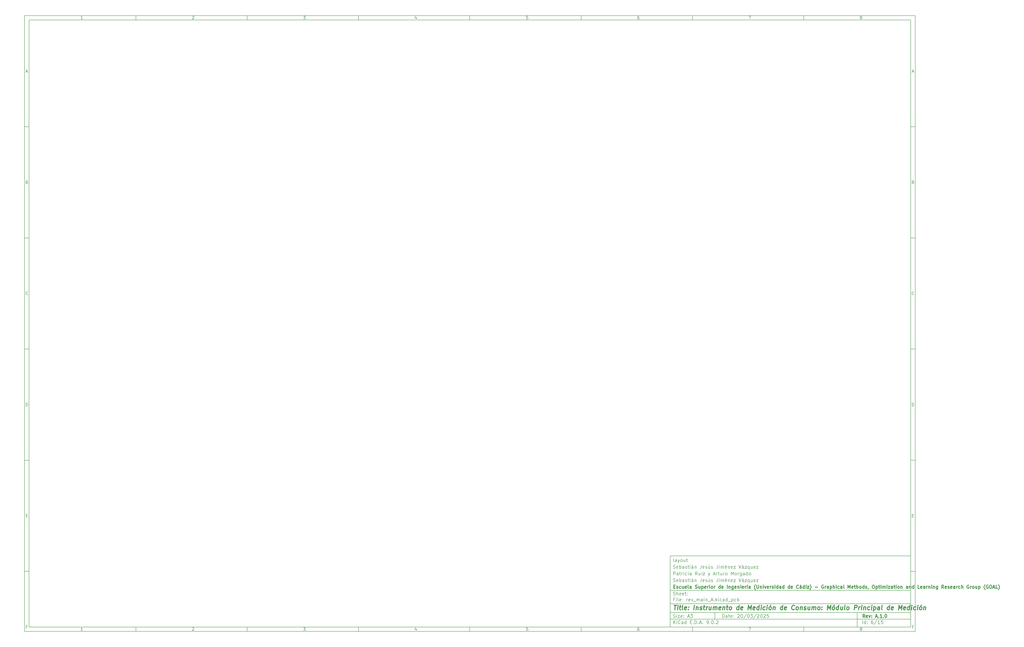
<source format=gbr>
%TF.GenerationSoftware,KiCad,Pcbnew,9.0.2*%
%TF.CreationDate,2025-11-09T22:55:19+01:00*%
%TF.ProjectId,rev_main_A,7265765f-6d61-4696-9e5f-412e6b696361,A.1.0*%
%TF.SameCoordinates,Original*%
%TF.FileFunction,Glue,Bot*%
%TF.FilePolarity,Positive*%
%FSLAX46Y46*%
G04 Gerber Fmt 4.6, Leading zero omitted, Abs format (unit mm)*
G04 Created by KiCad (PCBNEW 9.0.2) date 2025-11-09 22:55:19*
%MOMM*%
%LPD*%
G01*
G04 APERTURE LIST*
%ADD10C,0.100000*%
%ADD11C,0.150000*%
%ADD12C,0.300000*%
%ADD13C,0.400000*%
G04 APERTURE END LIST*
D10*
D11*
X299989000Y-253002200D02*
X407989000Y-253002200D01*
X407989000Y-285002200D01*
X299989000Y-285002200D01*
X299989000Y-253002200D01*
D10*
D11*
X10000000Y-10000000D02*
X409989000Y-10000000D01*
X409989000Y-287002200D01*
X10000000Y-287002200D01*
X10000000Y-10000000D01*
D10*
D11*
X12000000Y-12000000D02*
X407989000Y-12000000D01*
X407989000Y-285002200D01*
X12000000Y-285002200D01*
X12000000Y-12000000D01*
D10*
D11*
X60000000Y-12000000D02*
X60000000Y-10000000D01*
D10*
D11*
X110000000Y-12000000D02*
X110000000Y-10000000D01*
D10*
D11*
X160000000Y-12000000D02*
X160000000Y-10000000D01*
D10*
D11*
X210000000Y-12000000D02*
X210000000Y-10000000D01*
D10*
D11*
X260000000Y-12000000D02*
X260000000Y-10000000D01*
D10*
D11*
X310000000Y-12000000D02*
X310000000Y-10000000D01*
D10*
D11*
X360000000Y-12000000D02*
X360000000Y-10000000D01*
D10*
D11*
X36089160Y-11593604D02*
X35346303Y-11593604D01*
X35717731Y-11593604D02*
X35717731Y-10293604D01*
X35717731Y-10293604D02*
X35593922Y-10479319D01*
X35593922Y-10479319D02*
X35470112Y-10603128D01*
X35470112Y-10603128D02*
X35346303Y-10665033D01*
D10*
D11*
X85346303Y-10417414D02*
X85408207Y-10355509D01*
X85408207Y-10355509D02*
X85532017Y-10293604D01*
X85532017Y-10293604D02*
X85841541Y-10293604D01*
X85841541Y-10293604D02*
X85965350Y-10355509D01*
X85965350Y-10355509D02*
X86027255Y-10417414D01*
X86027255Y-10417414D02*
X86089160Y-10541223D01*
X86089160Y-10541223D02*
X86089160Y-10665033D01*
X86089160Y-10665033D02*
X86027255Y-10850747D01*
X86027255Y-10850747D02*
X85284398Y-11593604D01*
X85284398Y-11593604D02*
X86089160Y-11593604D01*
D10*
D11*
X135284398Y-10293604D02*
X136089160Y-10293604D01*
X136089160Y-10293604D02*
X135655826Y-10788842D01*
X135655826Y-10788842D02*
X135841541Y-10788842D01*
X135841541Y-10788842D02*
X135965350Y-10850747D01*
X135965350Y-10850747D02*
X136027255Y-10912652D01*
X136027255Y-10912652D02*
X136089160Y-11036461D01*
X136089160Y-11036461D02*
X136089160Y-11345985D01*
X136089160Y-11345985D02*
X136027255Y-11469795D01*
X136027255Y-11469795D02*
X135965350Y-11531700D01*
X135965350Y-11531700D02*
X135841541Y-11593604D01*
X135841541Y-11593604D02*
X135470112Y-11593604D01*
X135470112Y-11593604D02*
X135346303Y-11531700D01*
X135346303Y-11531700D02*
X135284398Y-11469795D01*
D10*
D11*
X185965350Y-10726938D02*
X185965350Y-11593604D01*
X185655826Y-10231700D02*
X185346303Y-11160271D01*
X185346303Y-11160271D02*
X186151064Y-11160271D01*
D10*
D11*
X236027255Y-10293604D02*
X235408207Y-10293604D01*
X235408207Y-10293604D02*
X235346303Y-10912652D01*
X235346303Y-10912652D02*
X235408207Y-10850747D01*
X235408207Y-10850747D02*
X235532017Y-10788842D01*
X235532017Y-10788842D02*
X235841541Y-10788842D01*
X235841541Y-10788842D02*
X235965350Y-10850747D01*
X235965350Y-10850747D02*
X236027255Y-10912652D01*
X236027255Y-10912652D02*
X236089160Y-11036461D01*
X236089160Y-11036461D02*
X236089160Y-11345985D01*
X236089160Y-11345985D02*
X236027255Y-11469795D01*
X236027255Y-11469795D02*
X235965350Y-11531700D01*
X235965350Y-11531700D02*
X235841541Y-11593604D01*
X235841541Y-11593604D02*
X235532017Y-11593604D01*
X235532017Y-11593604D02*
X235408207Y-11531700D01*
X235408207Y-11531700D02*
X235346303Y-11469795D01*
D10*
D11*
X285965350Y-10293604D02*
X285717731Y-10293604D01*
X285717731Y-10293604D02*
X285593922Y-10355509D01*
X285593922Y-10355509D02*
X285532017Y-10417414D01*
X285532017Y-10417414D02*
X285408207Y-10603128D01*
X285408207Y-10603128D02*
X285346303Y-10850747D01*
X285346303Y-10850747D02*
X285346303Y-11345985D01*
X285346303Y-11345985D02*
X285408207Y-11469795D01*
X285408207Y-11469795D02*
X285470112Y-11531700D01*
X285470112Y-11531700D02*
X285593922Y-11593604D01*
X285593922Y-11593604D02*
X285841541Y-11593604D01*
X285841541Y-11593604D02*
X285965350Y-11531700D01*
X285965350Y-11531700D02*
X286027255Y-11469795D01*
X286027255Y-11469795D02*
X286089160Y-11345985D01*
X286089160Y-11345985D02*
X286089160Y-11036461D01*
X286089160Y-11036461D02*
X286027255Y-10912652D01*
X286027255Y-10912652D02*
X285965350Y-10850747D01*
X285965350Y-10850747D02*
X285841541Y-10788842D01*
X285841541Y-10788842D02*
X285593922Y-10788842D01*
X285593922Y-10788842D02*
X285470112Y-10850747D01*
X285470112Y-10850747D02*
X285408207Y-10912652D01*
X285408207Y-10912652D02*
X285346303Y-11036461D01*
D10*
D11*
X335284398Y-10293604D02*
X336151064Y-10293604D01*
X336151064Y-10293604D02*
X335593922Y-11593604D01*
D10*
D11*
X385593922Y-10850747D02*
X385470112Y-10788842D01*
X385470112Y-10788842D02*
X385408207Y-10726938D01*
X385408207Y-10726938D02*
X385346303Y-10603128D01*
X385346303Y-10603128D02*
X385346303Y-10541223D01*
X385346303Y-10541223D02*
X385408207Y-10417414D01*
X385408207Y-10417414D02*
X385470112Y-10355509D01*
X385470112Y-10355509D02*
X385593922Y-10293604D01*
X385593922Y-10293604D02*
X385841541Y-10293604D01*
X385841541Y-10293604D02*
X385965350Y-10355509D01*
X385965350Y-10355509D02*
X386027255Y-10417414D01*
X386027255Y-10417414D02*
X386089160Y-10541223D01*
X386089160Y-10541223D02*
X386089160Y-10603128D01*
X386089160Y-10603128D02*
X386027255Y-10726938D01*
X386027255Y-10726938D02*
X385965350Y-10788842D01*
X385965350Y-10788842D02*
X385841541Y-10850747D01*
X385841541Y-10850747D02*
X385593922Y-10850747D01*
X385593922Y-10850747D02*
X385470112Y-10912652D01*
X385470112Y-10912652D02*
X385408207Y-10974557D01*
X385408207Y-10974557D02*
X385346303Y-11098366D01*
X385346303Y-11098366D02*
X385346303Y-11345985D01*
X385346303Y-11345985D02*
X385408207Y-11469795D01*
X385408207Y-11469795D02*
X385470112Y-11531700D01*
X385470112Y-11531700D02*
X385593922Y-11593604D01*
X385593922Y-11593604D02*
X385841541Y-11593604D01*
X385841541Y-11593604D02*
X385965350Y-11531700D01*
X385965350Y-11531700D02*
X386027255Y-11469795D01*
X386027255Y-11469795D02*
X386089160Y-11345985D01*
X386089160Y-11345985D02*
X386089160Y-11098366D01*
X386089160Y-11098366D02*
X386027255Y-10974557D01*
X386027255Y-10974557D02*
X385965350Y-10912652D01*
X385965350Y-10912652D02*
X385841541Y-10850747D01*
D10*
D11*
X60000000Y-285002200D02*
X60000000Y-287002200D01*
D10*
D11*
X110000000Y-285002200D02*
X110000000Y-287002200D01*
D10*
D11*
X160000000Y-285002200D02*
X160000000Y-287002200D01*
D10*
D11*
X210000000Y-285002200D02*
X210000000Y-287002200D01*
D10*
D11*
X260000000Y-285002200D02*
X260000000Y-287002200D01*
D10*
D11*
X310000000Y-285002200D02*
X310000000Y-287002200D01*
D10*
D11*
X360000000Y-285002200D02*
X360000000Y-287002200D01*
D10*
D11*
X36089160Y-286595804D02*
X35346303Y-286595804D01*
X35717731Y-286595804D02*
X35717731Y-285295804D01*
X35717731Y-285295804D02*
X35593922Y-285481519D01*
X35593922Y-285481519D02*
X35470112Y-285605328D01*
X35470112Y-285605328D02*
X35346303Y-285667233D01*
D10*
D11*
X85346303Y-285419614D02*
X85408207Y-285357709D01*
X85408207Y-285357709D02*
X85532017Y-285295804D01*
X85532017Y-285295804D02*
X85841541Y-285295804D01*
X85841541Y-285295804D02*
X85965350Y-285357709D01*
X85965350Y-285357709D02*
X86027255Y-285419614D01*
X86027255Y-285419614D02*
X86089160Y-285543423D01*
X86089160Y-285543423D02*
X86089160Y-285667233D01*
X86089160Y-285667233D02*
X86027255Y-285852947D01*
X86027255Y-285852947D02*
X85284398Y-286595804D01*
X85284398Y-286595804D02*
X86089160Y-286595804D01*
D10*
D11*
X135284398Y-285295804D02*
X136089160Y-285295804D01*
X136089160Y-285295804D02*
X135655826Y-285791042D01*
X135655826Y-285791042D02*
X135841541Y-285791042D01*
X135841541Y-285791042D02*
X135965350Y-285852947D01*
X135965350Y-285852947D02*
X136027255Y-285914852D01*
X136027255Y-285914852D02*
X136089160Y-286038661D01*
X136089160Y-286038661D02*
X136089160Y-286348185D01*
X136089160Y-286348185D02*
X136027255Y-286471995D01*
X136027255Y-286471995D02*
X135965350Y-286533900D01*
X135965350Y-286533900D02*
X135841541Y-286595804D01*
X135841541Y-286595804D02*
X135470112Y-286595804D01*
X135470112Y-286595804D02*
X135346303Y-286533900D01*
X135346303Y-286533900D02*
X135284398Y-286471995D01*
D10*
D11*
X185965350Y-285729138D02*
X185965350Y-286595804D01*
X185655826Y-285233900D02*
X185346303Y-286162471D01*
X185346303Y-286162471D02*
X186151064Y-286162471D01*
D10*
D11*
X236027255Y-285295804D02*
X235408207Y-285295804D01*
X235408207Y-285295804D02*
X235346303Y-285914852D01*
X235346303Y-285914852D02*
X235408207Y-285852947D01*
X235408207Y-285852947D02*
X235532017Y-285791042D01*
X235532017Y-285791042D02*
X235841541Y-285791042D01*
X235841541Y-285791042D02*
X235965350Y-285852947D01*
X235965350Y-285852947D02*
X236027255Y-285914852D01*
X236027255Y-285914852D02*
X236089160Y-286038661D01*
X236089160Y-286038661D02*
X236089160Y-286348185D01*
X236089160Y-286348185D02*
X236027255Y-286471995D01*
X236027255Y-286471995D02*
X235965350Y-286533900D01*
X235965350Y-286533900D02*
X235841541Y-286595804D01*
X235841541Y-286595804D02*
X235532017Y-286595804D01*
X235532017Y-286595804D02*
X235408207Y-286533900D01*
X235408207Y-286533900D02*
X235346303Y-286471995D01*
D10*
D11*
X285965350Y-285295804D02*
X285717731Y-285295804D01*
X285717731Y-285295804D02*
X285593922Y-285357709D01*
X285593922Y-285357709D02*
X285532017Y-285419614D01*
X285532017Y-285419614D02*
X285408207Y-285605328D01*
X285408207Y-285605328D02*
X285346303Y-285852947D01*
X285346303Y-285852947D02*
X285346303Y-286348185D01*
X285346303Y-286348185D02*
X285408207Y-286471995D01*
X285408207Y-286471995D02*
X285470112Y-286533900D01*
X285470112Y-286533900D02*
X285593922Y-286595804D01*
X285593922Y-286595804D02*
X285841541Y-286595804D01*
X285841541Y-286595804D02*
X285965350Y-286533900D01*
X285965350Y-286533900D02*
X286027255Y-286471995D01*
X286027255Y-286471995D02*
X286089160Y-286348185D01*
X286089160Y-286348185D02*
X286089160Y-286038661D01*
X286089160Y-286038661D02*
X286027255Y-285914852D01*
X286027255Y-285914852D02*
X285965350Y-285852947D01*
X285965350Y-285852947D02*
X285841541Y-285791042D01*
X285841541Y-285791042D02*
X285593922Y-285791042D01*
X285593922Y-285791042D02*
X285470112Y-285852947D01*
X285470112Y-285852947D02*
X285408207Y-285914852D01*
X285408207Y-285914852D02*
X285346303Y-286038661D01*
D10*
D11*
X335284398Y-285295804D02*
X336151064Y-285295804D01*
X336151064Y-285295804D02*
X335593922Y-286595804D01*
D10*
D11*
X385593922Y-285852947D02*
X385470112Y-285791042D01*
X385470112Y-285791042D02*
X385408207Y-285729138D01*
X385408207Y-285729138D02*
X385346303Y-285605328D01*
X385346303Y-285605328D02*
X385346303Y-285543423D01*
X385346303Y-285543423D02*
X385408207Y-285419614D01*
X385408207Y-285419614D02*
X385470112Y-285357709D01*
X385470112Y-285357709D02*
X385593922Y-285295804D01*
X385593922Y-285295804D02*
X385841541Y-285295804D01*
X385841541Y-285295804D02*
X385965350Y-285357709D01*
X385965350Y-285357709D02*
X386027255Y-285419614D01*
X386027255Y-285419614D02*
X386089160Y-285543423D01*
X386089160Y-285543423D02*
X386089160Y-285605328D01*
X386089160Y-285605328D02*
X386027255Y-285729138D01*
X386027255Y-285729138D02*
X385965350Y-285791042D01*
X385965350Y-285791042D02*
X385841541Y-285852947D01*
X385841541Y-285852947D02*
X385593922Y-285852947D01*
X385593922Y-285852947D02*
X385470112Y-285914852D01*
X385470112Y-285914852D02*
X385408207Y-285976757D01*
X385408207Y-285976757D02*
X385346303Y-286100566D01*
X385346303Y-286100566D02*
X385346303Y-286348185D01*
X385346303Y-286348185D02*
X385408207Y-286471995D01*
X385408207Y-286471995D02*
X385470112Y-286533900D01*
X385470112Y-286533900D02*
X385593922Y-286595804D01*
X385593922Y-286595804D02*
X385841541Y-286595804D01*
X385841541Y-286595804D02*
X385965350Y-286533900D01*
X385965350Y-286533900D02*
X386027255Y-286471995D01*
X386027255Y-286471995D02*
X386089160Y-286348185D01*
X386089160Y-286348185D02*
X386089160Y-286100566D01*
X386089160Y-286100566D02*
X386027255Y-285976757D01*
X386027255Y-285976757D02*
X385965350Y-285914852D01*
X385965350Y-285914852D02*
X385841541Y-285852947D01*
D10*
D11*
X10000000Y-60000000D02*
X12000000Y-60000000D01*
D10*
D11*
X10000000Y-110000000D02*
X12000000Y-110000000D01*
D10*
D11*
X10000000Y-160000000D02*
X12000000Y-160000000D01*
D10*
D11*
X10000000Y-210000000D02*
X12000000Y-210000000D01*
D10*
D11*
X10000000Y-260000000D02*
X12000000Y-260000000D01*
D10*
D11*
X10690476Y-35222176D02*
X11309523Y-35222176D01*
X10566666Y-35593604D02*
X10999999Y-34293604D01*
X10999999Y-34293604D02*
X11433333Y-35593604D01*
D10*
D11*
X11092857Y-84912652D02*
X11278571Y-84974557D01*
X11278571Y-84974557D02*
X11340476Y-85036461D01*
X11340476Y-85036461D02*
X11402380Y-85160271D01*
X11402380Y-85160271D02*
X11402380Y-85345985D01*
X11402380Y-85345985D02*
X11340476Y-85469795D01*
X11340476Y-85469795D02*
X11278571Y-85531700D01*
X11278571Y-85531700D02*
X11154761Y-85593604D01*
X11154761Y-85593604D02*
X10659523Y-85593604D01*
X10659523Y-85593604D02*
X10659523Y-84293604D01*
X10659523Y-84293604D02*
X11092857Y-84293604D01*
X11092857Y-84293604D02*
X11216666Y-84355509D01*
X11216666Y-84355509D02*
X11278571Y-84417414D01*
X11278571Y-84417414D02*
X11340476Y-84541223D01*
X11340476Y-84541223D02*
X11340476Y-84665033D01*
X11340476Y-84665033D02*
X11278571Y-84788842D01*
X11278571Y-84788842D02*
X11216666Y-84850747D01*
X11216666Y-84850747D02*
X11092857Y-84912652D01*
X11092857Y-84912652D02*
X10659523Y-84912652D01*
D10*
D11*
X11402380Y-135469795D02*
X11340476Y-135531700D01*
X11340476Y-135531700D02*
X11154761Y-135593604D01*
X11154761Y-135593604D02*
X11030952Y-135593604D01*
X11030952Y-135593604D02*
X10845238Y-135531700D01*
X10845238Y-135531700D02*
X10721428Y-135407890D01*
X10721428Y-135407890D02*
X10659523Y-135284080D01*
X10659523Y-135284080D02*
X10597619Y-135036461D01*
X10597619Y-135036461D02*
X10597619Y-134850747D01*
X10597619Y-134850747D02*
X10659523Y-134603128D01*
X10659523Y-134603128D02*
X10721428Y-134479319D01*
X10721428Y-134479319D02*
X10845238Y-134355509D01*
X10845238Y-134355509D02*
X11030952Y-134293604D01*
X11030952Y-134293604D02*
X11154761Y-134293604D01*
X11154761Y-134293604D02*
X11340476Y-134355509D01*
X11340476Y-134355509D02*
X11402380Y-134417414D01*
D10*
D11*
X10659523Y-185593604D02*
X10659523Y-184293604D01*
X10659523Y-184293604D02*
X10969047Y-184293604D01*
X10969047Y-184293604D02*
X11154761Y-184355509D01*
X11154761Y-184355509D02*
X11278571Y-184479319D01*
X11278571Y-184479319D02*
X11340476Y-184603128D01*
X11340476Y-184603128D02*
X11402380Y-184850747D01*
X11402380Y-184850747D02*
X11402380Y-185036461D01*
X11402380Y-185036461D02*
X11340476Y-185284080D01*
X11340476Y-185284080D02*
X11278571Y-185407890D01*
X11278571Y-185407890D02*
X11154761Y-185531700D01*
X11154761Y-185531700D02*
X10969047Y-185593604D01*
X10969047Y-185593604D02*
X10659523Y-185593604D01*
D10*
D11*
X10721428Y-234912652D02*
X11154762Y-234912652D01*
X11340476Y-235593604D02*
X10721428Y-235593604D01*
X10721428Y-235593604D02*
X10721428Y-234293604D01*
X10721428Y-234293604D02*
X11340476Y-234293604D01*
D10*
D11*
X11185714Y-284912652D02*
X10752380Y-284912652D01*
X10752380Y-285593604D02*
X10752380Y-284293604D01*
X10752380Y-284293604D02*
X11371428Y-284293604D01*
D10*
D11*
X409989000Y-60000000D02*
X407989000Y-60000000D01*
D10*
D11*
X409989000Y-110000000D02*
X407989000Y-110000000D01*
D10*
D11*
X409989000Y-160000000D02*
X407989000Y-160000000D01*
D10*
D11*
X409989000Y-210000000D02*
X407989000Y-210000000D01*
D10*
D11*
X409989000Y-260000000D02*
X407989000Y-260000000D01*
D10*
D11*
X408679476Y-35222176D02*
X409298523Y-35222176D01*
X408555666Y-35593604D02*
X408988999Y-34293604D01*
X408988999Y-34293604D02*
X409422333Y-35593604D01*
D10*
D11*
X409081857Y-84912652D02*
X409267571Y-84974557D01*
X409267571Y-84974557D02*
X409329476Y-85036461D01*
X409329476Y-85036461D02*
X409391380Y-85160271D01*
X409391380Y-85160271D02*
X409391380Y-85345985D01*
X409391380Y-85345985D02*
X409329476Y-85469795D01*
X409329476Y-85469795D02*
X409267571Y-85531700D01*
X409267571Y-85531700D02*
X409143761Y-85593604D01*
X409143761Y-85593604D02*
X408648523Y-85593604D01*
X408648523Y-85593604D02*
X408648523Y-84293604D01*
X408648523Y-84293604D02*
X409081857Y-84293604D01*
X409081857Y-84293604D02*
X409205666Y-84355509D01*
X409205666Y-84355509D02*
X409267571Y-84417414D01*
X409267571Y-84417414D02*
X409329476Y-84541223D01*
X409329476Y-84541223D02*
X409329476Y-84665033D01*
X409329476Y-84665033D02*
X409267571Y-84788842D01*
X409267571Y-84788842D02*
X409205666Y-84850747D01*
X409205666Y-84850747D02*
X409081857Y-84912652D01*
X409081857Y-84912652D02*
X408648523Y-84912652D01*
D10*
D11*
X409391380Y-135469795D02*
X409329476Y-135531700D01*
X409329476Y-135531700D02*
X409143761Y-135593604D01*
X409143761Y-135593604D02*
X409019952Y-135593604D01*
X409019952Y-135593604D02*
X408834238Y-135531700D01*
X408834238Y-135531700D02*
X408710428Y-135407890D01*
X408710428Y-135407890D02*
X408648523Y-135284080D01*
X408648523Y-135284080D02*
X408586619Y-135036461D01*
X408586619Y-135036461D02*
X408586619Y-134850747D01*
X408586619Y-134850747D02*
X408648523Y-134603128D01*
X408648523Y-134603128D02*
X408710428Y-134479319D01*
X408710428Y-134479319D02*
X408834238Y-134355509D01*
X408834238Y-134355509D02*
X409019952Y-134293604D01*
X409019952Y-134293604D02*
X409143761Y-134293604D01*
X409143761Y-134293604D02*
X409329476Y-134355509D01*
X409329476Y-134355509D02*
X409391380Y-134417414D01*
D10*
D11*
X408648523Y-185593604D02*
X408648523Y-184293604D01*
X408648523Y-184293604D02*
X408958047Y-184293604D01*
X408958047Y-184293604D02*
X409143761Y-184355509D01*
X409143761Y-184355509D02*
X409267571Y-184479319D01*
X409267571Y-184479319D02*
X409329476Y-184603128D01*
X409329476Y-184603128D02*
X409391380Y-184850747D01*
X409391380Y-184850747D02*
X409391380Y-185036461D01*
X409391380Y-185036461D02*
X409329476Y-185284080D01*
X409329476Y-185284080D02*
X409267571Y-185407890D01*
X409267571Y-185407890D02*
X409143761Y-185531700D01*
X409143761Y-185531700D02*
X408958047Y-185593604D01*
X408958047Y-185593604D02*
X408648523Y-185593604D01*
D10*
D11*
X408710428Y-234912652D02*
X409143762Y-234912652D01*
X409329476Y-235593604D02*
X408710428Y-235593604D01*
X408710428Y-235593604D02*
X408710428Y-234293604D01*
X408710428Y-234293604D02*
X409329476Y-234293604D01*
D10*
D11*
X409174714Y-284912652D02*
X408741380Y-284912652D01*
X408741380Y-285593604D02*
X408741380Y-284293604D01*
X408741380Y-284293604D02*
X409360428Y-284293604D01*
D10*
D11*
X323444826Y-280788328D02*
X323444826Y-279288328D01*
X323444826Y-279288328D02*
X323801969Y-279288328D01*
X323801969Y-279288328D02*
X324016255Y-279359757D01*
X324016255Y-279359757D02*
X324159112Y-279502614D01*
X324159112Y-279502614D02*
X324230541Y-279645471D01*
X324230541Y-279645471D02*
X324301969Y-279931185D01*
X324301969Y-279931185D02*
X324301969Y-280145471D01*
X324301969Y-280145471D02*
X324230541Y-280431185D01*
X324230541Y-280431185D02*
X324159112Y-280574042D01*
X324159112Y-280574042D02*
X324016255Y-280716900D01*
X324016255Y-280716900D02*
X323801969Y-280788328D01*
X323801969Y-280788328D02*
X323444826Y-280788328D01*
X325587684Y-280788328D02*
X325587684Y-280002614D01*
X325587684Y-280002614D02*
X325516255Y-279859757D01*
X325516255Y-279859757D02*
X325373398Y-279788328D01*
X325373398Y-279788328D02*
X325087684Y-279788328D01*
X325087684Y-279788328D02*
X324944826Y-279859757D01*
X325587684Y-280716900D02*
X325444826Y-280788328D01*
X325444826Y-280788328D02*
X325087684Y-280788328D01*
X325087684Y-280788328D02*
X324944826Y-280716900D01*
X324944826Y-280716900D02*
X324873398Y-280574042D01*
X324873398Y-280574042D02*
X324873398Y-280431185D01*
X324873398Y-280431185D02*
X324944826Y-280288328D01*
X324944826Y-280288328D02*
X325087684Y-280216900D01*
X325087684Y-280216900D02*
X325444826Y-280216900D01*
X325444826Y-280216900D02*
X325587684Y-280145471D01*
X326087684Y-279788328D02*
X326659112Y-279788328D01*
X326301969Y-279288328D02*
X326301969Y-280574042D01*
X326301969Y-280574042D02*
X326373398Y-280716900D01*
X326373398Y-280716900D02*
X326516255Y-280788328D01*
X326516255Y-280788328D02*
X326659112Y-280788328D01*
X327730541Y-280716900D02*
X327587684Y-280788328D01*
X327587684Y-280788328D02*
X327301970Y-280788328D01*
X327301970Y-280788328D02*
X327159112Y-280716900D01*
X327159112Y-280716900D02*
X327087684Y-280574042D01*
X327087684Y-280574042D02*
X327087684Y-280002614D01*
X327087684Y-280002614D02*
X327159112Y-279859757D01*
X327159112Y-279859757D02*
X327301970Y-279788328D01*
X327301970Y-279788328D02*
X327587684Y-279788328D01*
X327587684Y-279788328D02*
X327730541Y-279859757D01*
X327730541Y-279859757D02*
X327801970Y-280002614D01*
X327801970Y-280002614D02*
X327801970Y-280145471D01*
X327801970Y-280145471D02*
X327087684Y-280288328D01*
X328444826Y-280645471D02*
X328516255Y-280716900D01*
X328516255Y-280716900D02*
X328444826Y-280788328D01*
X328444826Y-280788328D02*
X328373398Y-280716900D01*
X328373398Y-280716900D02*
X328444826Y-280645471D01*
X328444826Y-280645471D02*
X328444826Y-280788328D01*
X328444826Y-279859757D02*
X328516255Y-279931185D01*
X328516255Y-279931185D02*
X328444826Y-280002614D01*
X328444826Y-280002614D02*
X328373398Y-279931185D01*
X328373398Y-279931185D02*
X328444826Y-279859757D01*
X328444826Y-279859757D02*
X328444826Y-280002614D01*
X330230541Y-279431185D02*
X330301969Y-279359757D01*
X330301969Y-279359757D02*
X330444827Y-279288328D01*
X330444827Y-279288328D02*
X330801969Y-279288328D01*
X330801969Y-279288328D02*
X330944827Y-279359757D01*
X330944827Y-279359757D02*
X331016255Y-279431185D01*
X331016255Y-279431185D02*
X331087684Y-279574042D01*
X331087684Y-279574042D02*
X331087684Y-279716900D01*
X331087684Y-279716900D02*
X331016255Y-279931185D01*
X331016255Y-279931185D02*
X330159112Y-280788328D01*
X330159112Y-280788328D02*
X331087684Y-280788328D01*
X332016255Y-279288328D02*
X332159112Y-279288328D01*
X332159112Y-279288328D02*
X332301969Y-279359757D01*
X332301969Y-279359757D02*
X332373398Y-279431185D01*
X332373398Y-279431185D02*
X332444826Y-279574042D01*
X332444826Y-279574042D02*
X332516255Y-279859757D01*
X332516255Y-279859757D02*
X332516255Y-280216900D01*
X332516255Y-280216900D02*
X332444826Y-280502614D01*
X332444826Y-280502614D02*
X332373398Y-280645471D01*
X332373398Y-280645471D02*
X332301969Y-280716900D01*
X332301969Y-280716900D02*
X332159112Y-280788328D01*
X332159112Y-280788328D02*
X332016255Y-280788328D01*
X332016255Y-280788328D02*
X331873398Y-280716900D01*
X331873398Y-280716900D02*
X331801969Y-280645471D01*
X331801969Y-280645471D02*
X331730540Y-280502614D01*
X331730540Y-280502614D02*
X331659112Y-280216900D01*
X331659112Y-280216900D02*
X331659112Y-279859757D01*
X331659112Y-279859757D02*
X331730540Y-279574042D01*
X331730540Y-279574042D02*
X331801969Y-279431185D01*
X331801969Y-279431185D02*
X331873398Y-279359757D01*
X331873398Y-279359757D02*
X332016255Y-279288328D01*
X334230540Y-279216900D02*
X332944826Y-281145471D01*
X335016255Y-279288328D02*
X335159112Y-279288328D01*
X335159112Y-279288328D02*
X335301969Y-279359757D01*
X335301969Y-279359757D02*
X335373398Y-279431185D01*
X335373398Y-279431185D02*
X335444826Y-279574042D01*
X335444826Y-279574042D02*
X335516255Y-279859757D01*
X335516255Y-279859757D02*
X335516255Y-280216900D01*
X335516255Y-280216900D02*
X335444826Y-280502614D01*
X335444826Y-280502614D02*
X335373398Y-280645471D01*
X335373398Y-280645471D02*
X335301969Y-280716900D01*
X335301969Y-280716900D02*
X335159112Y-280788328D01*
X335159112Y-280788328D02*
X335016255Y-280788328D01*
X335016255Y-280788328D02*
X334873398Y-280716900D01*
X334873398Y-280716900D02*
X334801969Y-280645471D01*
X334801969Y-280645471D02*
X334730540Y-280502614D01*
X334730540Y-280502614D02*
X334659112Y-280216900D01*
X334659112Y-280216900D02*
X334659112Y-279859757D01*
X334659112Y-279859757D02*
X334730540Y-279574042D01*
X334730540Y-279574042D02*
X334801969Y-279431185D01*
X334801969Y-279431185D02*
X334873398Y-279359757D01*
X334873398Y-279359757D02*
X335016255Y-279288328D01*
X336016254Y-279288328D02*
X336944826Y-279288328D01*
X336944826Y-279288328D02*
X336444826Y-279859757D01*
X336444826Y-279859757D02*
X336659111Y-279859757D01*
X336659111Y-279859757D02*
X336801969Y-279931185D01*
X336801969Y-279931185D02*
X336873397Y-280002614D01*
X336873397Y-280002614D02*
X336944826Y-280145471D01*
X336944826Y-280145471D02*
X336944826Y-280502614D01*
X336944826Y-280502614D02*
X336873397Y-280645471D01*
X336873397Y-280645471D02*
X336801969Y-280716900D01*
X336801969Y-280716900D02*
X336659111Y-280788328D01*
X336659111Y-280788328D02*
X336230540Y-280788328D01*
X336230540Y-280788328D02*
X336087683Y-280716900D01*
X336087683Y-280716900D02*
X336016254Y-280645471D01*
X338659111Y-279216900D02*
X337373397Y-281145471D01*
X339087683Y-279431185D02*
X339159111Y-279359757D01*
X339159111Y-279359757D02*
X339301969Y-279288328D01*
X339301969Y-279288328D02*
X339659111Y-279288328D01*
X339659111Y-279288328D02*
X339801969Y-279359757D01*
X339801969Y-279359757D02*
X339873397Y-279431185D01*
X339873397Y-279431185D02*
X339944826Y-279574042D01*
X339944826Y-279574042D02*
X339944826Y-279716900D01*
X339944826Y-279716900D02*
X339873397Y-279931185D01*
X339873397Y-279931185D02*
X339016254Y-280788328D01*
X339016254Y-280788328D02*
X339944826Y-280788328D01*
X340873397Y-279288328D02*
X341016254Y-279288328D01*
X341016254Y-279288328D02*
X341159111Y-279359757D01*
X341159111Y-279359757D02*
X341230540Y-279431185D01*
X341230540Y-279431185D02*
X341301968Y-279574042D01*
X341301968Y-279574042D02*
X341373397Y-279859757D01*
X341373397Y-279859757D02*
X341373397Y-280216900D01*
X341373397Y-280216900D02*
X341301968Y-280502614D01*
X341301968Y-280502614D02*
X341230540Y-280645471D01*
X341230540Y-280645471D02*
X341159111Y-280716900D01*
X341159111Y-280716900D02*
X341016254Y-280788328D01*
X341016254Y-280788328D02*
X340873397Y-280788328D01*
X340873397Y-280788328D02*
X340730540Y-280716900D01*
X340730540Y-280716900D02*
X340659111Y-280645471D01*
X340659111Y-280645471D02*
X340587682Y-280502614D01*
X340587682Y-280502614D02*
X340516254Y-280216900D01*
X340516254Y-280216900D02*
X340516254Y-279859757D01*
X340516254Y-279859757D02*
X340587682Y-279574042D01*
X340587682Y-279574042D02*
X340659111Y-279431185D01*
X340659111Y-279431185D02*
X340730540Y-279359757D01*
X340730540Y-279359757D02*
X340873397Y-279288328D01*
X341944825Y-279431185D02*
X342016253Y-279359757D01*
X342016253Y-279359757D02*
X342159111Y-279288328D01*
X342159111Y-279288328D02*
X342516253Y-279288328D01*
X342516253Y-279288328D02*
X342659111Y-279359757D01*
X342659111Y-279359757D02*
X342730539Y-279431185D01*
X342730539Y-279431185D02*
X342801968Y-279574042D01*
X342801968Y-279574042D02*
X342801968Y-279716900D01*
X342801968Y-279716900D02*
X342730539Y-279931185D01*
X342730539Y-279931185D02*
X341873396Y-280788328D01*
X341873396Y-280788328D02*
X342801968Y-280788328D01*
X344159110Y-279288328D02*
X343444824Y-279288328D01*
X343444824Y-279288328D02*
X343373396Y-280002614D01*
X343373396Y-280002614D02*
X343444824Y-279931185D01*
X343444824Y-279931185D02*
X343587682Y-279859757D01*
X343587682Y-279859757D02*
X343944824Y-279859757D01*
X343944824Y-279859757D02*
X344087682Y-279931185D01*
X344087682Y-279931185D02*
X344159110Y-280002614D01*
X344159110Y-280002614D02*
X344230539Y-280145471D01*
X344230539Y-280145471D02*
X344230539Y-280502614D01*
X344230539Y-280502614D02*
X344159110Y-280645471D01*
X344159110Y-280645471D02*
X344087682Y-280716900D01*
X344087682Y-280716900D02*
X343944824Y-280788328D01*
X343944824Y-280788328D02*
X343587682Y-280788328D01*
X343587682Y-280788328D02*
X343444824Y-280716900D01*
X343444824Y-280716900D02*
X343373396Y-280645471D01*
D10*
D11*
X299989000Y-281502200D02*
X407989000Y-281502200D01*
D10*
D11*
X301444826Y-283588328D02*
X301444826Y-282088328D01*
X302301969Y-283588328D02*
X301659112Y-282731185D01*
X302301969Y-282088328D02*
X301444826Y-282945471D01*
X302944826Y-283588328D02*
X302944826Y-282588328D01*
X302944826Y-282088328D02*
X302873398Y-282159757D01*
X302873398Y-282159757D02*
X302944826Y-282231185D01*
X302944826Y-282231185D02*
X303016255Y-282159757D01*
X303016255Y-282159757D02*
X302944826Y-282088328D01*
X302944826Y-282088328D02*
X302944826Y-282231185D01*
X304516255Y-283445471D02*
X304444827Y-283516900D01*
X304444827Y-283516900D02*
X304230541Y-283588328D01*
X304230541Y-283588328D02*
X304087684Y-283588328D01*
X304087684Y-283588328D02*
X303873398Y-283516900D01*
X303873398Y-283516900D02*
X303730541Y-283374042D01*
X303730541Y-283374042D02*
X303659112Y-283231185D01*
X303659112Y-283231185D02*
X303587684Y-282945471D01*
X303587684Y-282945471D02*
X303587684Y-282731185D01*
X303587684Y-282731185D02*
X303659112Y-282445471D01*
X303659112Y-282445471D02*
X303730541Y-282302614D01*
X303730541Y-282302614D02*
X303873398Y-282159757D01*
X303873398Y-282159757D02*
X304087684Y-282088328D01*
X304087684Y-282088328D02*
X304230541Y-282088328D01*
X304230541Y-282088328D02*
X304444827Y-282159757D01*
X304444827Y-282159757D02*
X304516255Y-282231185D01*
X305801970Y-283588328D02*
X305801970Y-282802614D01*
X305801970Y-282802614D02*
X305730541Y-282659757D01*
X305730541Y-282659757D02*
X305587684Y-282588328D01*
X305587684Y-282588328D02*
X305301970Y-282588328D01*
X305301970Y-282588328D02*
X305159112Y-282659757D01*
X305801970Y-283516900D02*
X305659112Y-283588328D01*
X305659112Y-283588328D02*
X305301970Y-283588328D01*
X305301970Y-283588328D02*
X305159112Y-283516900D01*
X305159112Y-283516900D02*
X305087684Y-283374042D01*
X305087684Y-283374042D02*
X305087684Y-283231185D01*
X305087684Y-283231185D02*
X305159112Y-283088328D01*
X305159112Y-283088328D02*
X305301970Y-283016900D01*
X305301970Y-283016900D02*
X305659112Y-283016900D01*
X305659112Y-283016900D02*
X305801970Y-282945471D01*
X307159113Y-283588328D02*
X307159113Y-282088328D01*
X307159113Y-283516900D02*
X307016255Y-283588328D01*
X307016255Y-283588328D02*
X306730541Y-283588328D01*
X306730541Y-283588328D02*
X306587684Y-283516900D01*
X306587684Y-283516900D02*
X306516255Y-283445471D01*
X306516255Y-283445471D02*
X306444827Y-283302614D01*
X306444827Y-283302614D02*
X306444827Y-282874042D01*
X306444827Y-282874042D02*
X306516255Y-282731185D01*
X306516255Y-282731185D02*
X306587684Y-282659757D01*
X306587684Y-282659757D02*
X306730541Y-282588328D01*
X306730541Y-282588328D02*
X307016255Y-282588328D01*
X307016255Y-282588328D02*
X307159113Y-282659757D01*
X309016255Y-282802614D02*
X309516255Y-282802614D01*
X309730541Y-283588328D02*
X309016255Y-283588328D01*
X309016255Y-283588328D02*
X309016255Y-282088328D01*
X309016255Y-282088328D02*
X309730541Y-282088328D01*
X310373398Y-283445471D02*
X310444827Y-283516900D01*
X310444827Y-283516900D02*
X310373398Y-283588328D01*
X310373398Y-283588328D02*
X310301970Y-283516900D01*
X310301970Y-283516900D02*
X310373398Y-283445471D01*
X310373398Y-283445471D02*
X310373398Y-283588328D01*
X311087684Y-283588328D02*
X311087684Y-282088328D01*
X311087684Y-282088328D02*
X311444827Y-282088328D01*
X311444827Y-282088328D02*
X311659113Y-282159757D01*
X311659113Y-282159757D02*
X311801970Y-282302614D01*
X311801970Y-282302614D02*
X311873399Y-282445471D01*
X311873399Y-282445471D02*
X311944827Y-282731185D01*
X311944827Y-282731185D02*
X311944827Y-282945471D01*
X311944827Y-282945471D02*
X311873399Y-283231185D01*
X311873399Y-283231185D02*
X311801970Y-283374042D01*
X311801970Y-283374042D02*
X311659113Y-283516900D01*
X311659113Y-283516900D02*
X311444827Y-283588328D01*
X311444827Y-283588328D02*
X311087684Y-283588328D01*
X312587684Y-283445471D02*
X312659113Y-283516900D01*
X312659113Y-283516900D02*
X312587684Y-283588328D01*
X312587684Y-283588328D02*
X312516256Y-283516900D01*
X312516256Y-283516900D02*
X312587684Y-283445471D01*
X312587684Y-283445471D02*
X312587684Y-283588328D01*
X313230542Y-283159757D02*
X313944828Y-283159757D01*
X313087685Y-283588328D02*
X313587685Y-282088328D01*
X313587685Y-282088328D02*
X314087685Y-283588328D01*
X314587684Y-283445471D02*
X314659113Y-283516900D01*
X314659113Y-283516900D02*
X314587684Y-283588328D01*
X314587684Y-283588328D02*
X314516256Y-283516900D01*
X314516256Y-283516900D02*
X314587684Y-283445471D01*
X314587684Y-283445471D02*
X314587684Y-283588328D01*
X316516256Y-283588328D02*
X316801970Y-283588328D01*
X316801970Y-283588328D02*
X316944827Y-283516900D01*
X316944827Y-283516900D02*
X317016256Y-283445471D01*
X317016256Y-283445471D02*
X317159113Y-283231185D01*
X317159113Y-283231185D02*
X317230542Y-282945471D01*
X317230542Y-282945471D02*
X317230542Y-282374042D01*
X317230542Y-282374042D02*
X317159113Y-282231185D01*
X317159113Y-282231185D02*
X317087685Y-282159757D01*
X317087685Y-282159757D02*
X316944827Y-282088328D01*
X316944827Y-282088328D02*
X316659113Y-282088328D01*
X316659113Y-282088328D02*
X316516256Y-282159757D01*
X316516256Y-282159757D02*
X316444827Y-282231185D01*
X316444827Y-282231185D02*
X316373399Y-282374042D01*
X316373399Y-282374042D02*
X316373399Y-282731185D01*
X316373399Y-282731185D02*
X316444827Y-282874042D01*
X316444827Y-282874042D02*
X316516256Y-282945471D01*
X316516256Y-282945471D02*
X316659113Y-283016900D01*
X316659113Y-283016900D02*
X316944827Y-283016900D01*
X316944827Y-283016900D02*
X317087685Y-282945471D01*
X317087685Y-282945471D02*
X317159113Y-282874042D01*
X317159113Y-282874042D02*
X317230542Y-282731185D01*
X317873398Y-283445471D02*
X317944827Y-283516900D01*
X317944827Y-283516900D02*
X317873398Y-283588328D01*
X317873398Y-283588328D02*
X317801970Y-283516900D01*
X317801970Y-283516900D02*
X317873398Y-283445471D01*
X317873398Y-283445471D02*
X317873398Y-283588328D01*
X318873399Y-282088328D02*
X319016256Y-282088328D01*
X319016256Y-282088328D02*
X319159113Y-282159757D01*
X319159113Y-282159757D02*
X319230542Y-282231185D01*
X319230542Y-282231185D02*
X319301970Y-282374042D01*
X319301970Y-282374042D02*
X319373399Y-282659757D01*
X319373399Y-282659757D02*
X319373399Y-283016900D01*
X319373399Y-283016900D02*
X319301970Y-283302614D01*
X319301970Y-283302614D02*
X319230542Y-283445471D01*
X319230542Y-283445471D02*
X319159113Y-283516900D01*
X319159113Y-283516900D02*
X319016256Y-283588328D01*
X319016256Y-283588328D02*
X318873399Y-283588328D01*
X318873399Y-283588328D02*
X318730542Y-283516900D01*
X318730542Y-283516900D02*
X318659113Y-283445471D01*
X318659113Y-283445471D02*
X318587684Y-283302614D01*
X318587684Y-283302614D02*
X318516256Y-283016900D01*
X318516256Y-283016900D02*
X318516256Y-282659757D01*
X318516256Y-282659757D02*
X318587684Y-282374042D01*
X318587684Y-282374042D02*
X318659113Y-282231185D01*
X318659113Y-282231185D02*
X318730542Y-282159757D01*
X318730542Y-282159757D02*
X318873399Y-282088328D01*
X320016255Y-283445471D02*
X320087684Y-283516900D01*
X320087684Y-283516900D02*
X320016255Y-283588328D01*
X320016255Y-283588328D02*
X319944827Y-283516900D01*
X319944827Y-283516900D02*
X320016255Y-283445471D01*
X320016255Y-283445471D02*
X320016255Y-283588328D01*
X320659113Y-282231185D02*
X320730541Y-282159757D01*
X320730541Y-282159757D02*
X320873399Y-282088328D01*
X320873399Y-282088328D02*
X321230541Y-282088328D01*
X321230541Y-282088328D02*
X321373399Y-282159757D01*
X321373399Y-282159757D02*
X321444827Y-282231185D01*
X321444827Y-282231185D02*
X321516256Y-282374042D01*
X321516256Y-282374042D02*
X321516256Y-282516900D01*
X321516256Y-282516900D02*
X321444827Y-282731185D01*
X321444827Y-282731185D02*
X320587684Y-283588328D01*
X320587684Y-283588328D02*
X321516256Y-283588328D01*
D10*
D11*
X299989000Y-278502200D02*
X407989000Y-278502200D01*
D10*
D12*
X387400653Y-280780528D02*
X386900653Y-280066242D01*
X386543510Y-280780528D02*
X386543510Y-279280528D01*
X386543510Y-279280528D02*
X387114939Y-279280528D01*
X387114939Y-279280528D02*
X387257796Y-279351957D01*
X387257796Y-279351957D02*
X387329225Y-279423385D01*
X387329225Y-279423385D02*
X387400653Y-279566242D01*
X387400653Y-279566242D02*
X387400653Y-279780528D01*
X387400653Y-279780528D02*
X387329225Y-279923385D01*
X387329225Y-279923385D02*
X387257796Y-279994814D01*
X387257796Y-279994814D02*
X387114939Y-280066242D01*
X387114939Y-280066242D02*
X386543510Y-280066242D01*
X388614939Y-280709100D02*
X388472082Y-280780528D01*
X388472082Y-280780528D02*
X388186368Y-280780528D01*
X388186368Y-280780528D02*
X388043510Y-280709100D01*
X388043510Y-280709100D02*
X387972082Y-280566242D01*
X387972082Y-280566242D02*
X387972082Y-279994814D01*
X387972082Y-279994814D02*
X388043510Y-279851957D01*
X388043510Y-279851957D02*
X388186368Y-279780528D01*
X388186368Y-279780528D02*
X388472082Y-279780528D01*
X388472082Y-279780528D02*
X388614939Y-279851957D01*
X388614939Y-279851957D02*
X388686368Y-279994814D01*
X388686368Y-279994814D02*
X388686368Y-280137671D01*
X388686368Y-280137671D02*
X387972082Y-280280528D01*
X389186367Y-279780528D02*
X389543510Y-280780528D01*
X389543510Y-280780528D02*
X389900653Y-279780528D01*
X390472081Y-280637671D02*
X390543510Y-280709100D01*
X390543510Y-280709100D02*
X390472081Y-280780528D01*
X390472081Y-280780528D02*
X390400653Y-280709100D01*
X390400653Y-280709100D02*
X390472081Y-280637671D01*
X390472081Y-280637671D02*
X390472081Y-280780528D01*
X390472081Y-279851957D02*
X390543510Y-279923385D01*
X390543510Y-279923385D02*
X390472081Y-279994814D01*
X390472081Y-279994814D02*
X390400653Y-279923385D01*
X390400653Y-279923385D02*
X390472081Y-279851957D01*
X390472081Y-279851957D02*
X390472081Y-279994814D01*
X392257796Y-280351957D02*
X392972082Y-280351957D01*
X392114939Y-280780528D02*
X392614939Y-279280528D01*
X392614939Y-279280528D02*
X393114939Y-280780528D01*
X393614938Y-280637671D02*
X393686367Y-280709100D01*
X393686367Y-280709100D02*
X393614938Y-280780528D01*
X393614938Y-280780528D02*
X393543510Y-280709100D01*
X393543510Y-280709100D02*
X393614938Y-280637671D01*
X393614938Y-280637671D02*
X393614938Y-280780528D01*
X395114939Y-280780528D02*
X394257796Y-280780528D01*
X394686367Y-280780528D02*
X394686367Y-279280528D01*
X394686367Y-279280528D02*
X394543510Y-279494814D01*
X394543510Y-279494814D02*
X394400653Y-279637671D01*
X394400653Y-279637671D02*
X394257796Y-279709100D01*
X395757795Y-280637671D02*
X395829224Y-280709100D01*
X395829224Y-280709100D02*
X395757795Y-280780528D01*
X395757795Y-280780528D02*
X395686367Y-280709100D01*
X395686367Y-280709100D02*
X395757795Y-280637671D01*
X395757795Y-280637671D02*
X395757795Y-280780528D01*
X396757796Y-279280528D02*
X396900653Y-279280528D01*
X396900653Y-279280528D02*
X397043510Y-279351957D01*
X397043510Y-279351957D02*
X397114939Y-279423385D01*
X397114939Y-279423385D02*
X397186367Y-279566242D01*
X397186367Y-279566242D02*
X397257796Y-279851957D01*
X397257796Y-279851957D02*
X397257796Y-280209100D01*
X397257796Y-280209100D02*
X397186367Y-280494814D01*
X397186367Y-280494814D02*
X397114939Y-280637671D01*
X397114939Y-280637671D02*
X397043510Y-280709100D01*
X397043510Y-280709100D02*
X396900653Y-280780528D01*
X396900653Y-280780528D02*
X396757796Y-280780528D01*
X396757796Y-280780528D02*
X396614939Y-280709100D01*
X396614939Y-280709100D02*
X396543510Y-280637671D01*
X396543510Y-280637671D02*
X396472081Y-280494814D01*
X396472081Y-280494814D02*
X396400653Y-280209100D01*
X396400653Y-280209100D02*
X396400653Y-279851957D01*
X396400653Y-279851957D02*
X396472081Y-279566242D01*
X396472081Y-279566242D02*
X396543510Y-279423385D01*
X396543510Y-279423385D02*
X396614939Y-279351957D01*
X396614939Y-279351957D02*
X396757796Y-279280528D01*
D10*
D11*
X301373398Y-280716900D02*
X301587684Y-280788328D01*
X301587684Y-280788328D02*
X301944826Y-280788328D01*
X301944826Y-280788328D02*
X302087684Y-280716900D01*
X302087684Y-280716900D02*
X302159112Y-280645471D01*
X302159112Y-280645471D02*
X302230541Y-280502614D01*
X302230541Y-280502614D02*
X302230541Y-280359757D01*
X302230541Y-280359757D02*
X302159112Y-280216900D01*
X302159112Y-280216900D02*
X302087684Y-280145471D01*
X302087684Y-280145471D02*
X301944826Y-280074042D01*
X301944826Y-280074042D02*
X301659112Y-280002614D01*
X301659112Y-280002614D02*
X301516255Y-279931185D01*
X301516255Y-279931185D02*
X301444826Y-279859757D01*
X301444826Y-279859757D02*
X301373398Y-279716900D01*
X301373398Y-279716900D02*
X301373398Y-279574042D01*
X301373398Y-279574042D02*
X301444826Y-279431185D01*
X301444826Y-279431185D02*
X301516255Y-279359757D01*
X301516255Y-279359757D02*
X301659112Y-279288328D01*
X301659112Y-279288328D02*
X302016255Y-279288328D01*
X302016255Y-279288328D02*
X302230541Y-279359757D01*
X302873397Y-280788328D02*
X302873397Y-279788328D01*
X302873397Y-279288328D02*
X302801969Y-279359757D01*
X302801969Y-279359757D02*
X302873397Y-279431185D01*
X302873397Y-279431185D02*
X302944826Y-279359757D01*
X302944826Y-279359757D02*
X302873397Y-279288328D01*
X302873397Y-279288328D02*
X302873397Y-279431185D01*
X303444826Y-279788328D02*
X304230541Y-279788328D01*
X304230541Y-279788328D02*
X303444826Y-280788328D01*
X303444826Y-280788328D02*
X304230541Y-280788328D01*
X305373398Y-280716900D02*
X305230541Y-280788328D01*
X305230541Y-280788328D02*
X304944827Y-280788328D01*
X304944827Y-280788328D02*
X304801969Y-280716900D01*
X304801969Y-280716900D02*
X304730541Y-280574042D01*
X304730541Y-280574042D02*
X304730541Y-280002614D01*
X304730541Y-280002614D02*
X304801969Y-279859757D01*
X304801969Y-279859757D02*
X304944827Y-279788328D01*
X304944827Y-279788328D02*
X305230541Y-279788328D01*
X305230541Y-279788328D02*
X305373398Y-279859757D01*
X305373398Y-279859757D02*
X305444827Y-280002614D01*
X305444827Y-280002614D02*
X305444827Y-280145471D01*
X305444827Y-280145471D02*
X304730541Y-280288328D01*
X306087683Y-280645471D02*
X306159112Y-280716900D01*
X306159112Y-280716900D02*
X306087683Y-280788328D01*
X306087683Y-280788328D02*
X306016255Y-280716900D01*
X306016255Y-280716900D02*
X306087683Y-280645471D01*
X306087683Y-280645471D02*
X306087683Y-280788328D01*
X306087683Y-279859757D02*
X306159112Y-279931185D01*
X306159112Y-279931185D02*
X306087683Y-280002614D01*
X306087683Y-280002614D02*
X306016255Y-279931185D01*
X306016255Y-279931185D02*
X306087683Y-279859757D01*
X306087683Y-279859757D02*
X306087683Y-280002614D01*
X307873398Y-280359757D02*
X308587684Y-280359757D01*
X307730541Y-280788328D02*
X308230541Y-279288328D01*
X308230541Y-279288328D02*
X308730541Y-280788328D01*
X309087683Y-279288328D02*
X310016255Y-279288328D01*
X310016255Y-279288328D02*
X309516255Y-279859757D01*
X309516255Y-279859757D02*
X309730540Y-279859757D01*
X309730540Y-279859757D02*
X309873398Y-279931185D01*
X309873398Y-279931185D02*
X309944826Y-280002614D01*
X309944826Y-280002614D02*
X310016255Y-280145471D01*
X310016255Y-280145471D02*
X310016255Y-280502614D01*
X310016255Y-280502614D02*
X309944826Y-280645471D01*
X309944826Y-280645471D02*
X309873398Y-280716900D01*
X309873398Y-280716900D02*
X309730540Y-280788328D01*
X309730540Y-280788328D02*
X309301969Y-280788328D01*
X309301969Y-280788328D02*
X309159112Y-280716900D01*
X309159112Y-280716900D02*
X309087683Y-280645471D01*
D10*
D11*
X386444826Y-283588328D02*
X386444826Y-282088328D01*
X387801970Y-283588328D02*
X387801970Y-282088328D01*
X387801970Y-283516900D02*
X387659112Y-283588328D01*
X387659112Y-283588328D02*
X387373398Y-283588328D01*
X387373398Y-283588328D02*
X387230541Y-283516900D01*
X387230541Y-283516900D02*
X387159112Y-283445471D01*
X387159112Y-283445471D02*
X387087684Y-283302614D01*
X387087684Y-283302614D02*
X387087684Y-282874042D01*
X387087684Y-282874042D02*
X387159112Y-282731185D01*
X387159112Y-282731185D02*
X387230541Y-282659757D01*
X387230541Y-282659757D02*
X387373398Y-282588328D01*
X387373398Y-282588328D02*
X387659112Y-282588328D01*
X387659112Y-282588328D02*
X387801970Y-282659757D01*
X388516255Y-283445471D02*
X388587684Y-283516900D01*
X388587684Y-283516900D02*
X388516255Y-283588328D01*
X388516255Y-283588328D02*
X388444827Y-283516900D01*
X388444827Y-283516900D02*
X388516255Y-283445471D01*
X388516255Y-283445471D02*
X388516255Y-283588328D01*
X388516255Y-282659757D02*
X388587684Y-282731185D01*
X388587684Y-282731185D02*
X388516255Y-282802614D01*
X388516255Y-282802614D02*
X388444827Y-282731185D01*
X388444827Y-282731185D02*
X388516255Y-282659757D01*
X388516255Y-282659757D02*
X388516255Y-282802614D01*
X391016256Y-282088328D02*
X390730541Y-282088328D01*
X390730541Y-282088328D02*
X390587684Y-282159757D01*
X390587684Y-282159757D02*
X390516256Y-282231185D01*
X390516256Y-282231185D02*
X390373398Y-282445471D01*
X390373398Y-282445471D02*
X390301970Y-282731185D01*
X390301970Y-282731185D02*
X390301970Y-283302614D01*
X390301970Y-283302614D02*
X390373398Y-283445471D01*
X390373398Y-283445471D02*
X390444827Y-283516900D01*
X390444827Y-283516900D02*
X390587684Y-283588328D01*
X390587684Y-283588328D02*
X390873398Y-283588328D01*
X390873398Y-283588328D02*
X391016256Y-283516900D01*
X391016256Y-283516900D02*
X391087684Y-283445471D01*
X391087684Y-283445471D02*
X391159113Y-283302614D01*
X391159113Y-283302614D02*
X391159113Y-282945471D01*
X391159113Y-282945471D02*
X391087684Y-282802614D01*
X391087684Y-282802614D02*
X391016256Y-282731185D01*
X391016256Y-282731185D02*
X390873398Y-282659757D01*
X390873398Y-282659757D02*
X390587684Y-282659757D01*
X390587684Y-282659757D02*
X390444827Y-282731185D01*
X390444827Y-282731185D02*
X390373398Y-282802614D01*
X390373398Y-282802614D02*
X390301970Y-282945471D01*
X392873398Y-282016900D02*
X391587684Y-283945471D01*
X394159113Y-283588328D02*
X393301970Y-283588328D01*
X393730541Y-283588328D02*
X393730541Y-282088328D01*
X393730541Y-282088328D02*
X393587684Y-282302614D01*
X393587684Y-282302614D02*
X393444827Y-282445471D01*
X393444827Y-282445471D02*
X393301970Y-282516900D01*
X395516255Y-282088328D02*
X394801969Y-282088328D01*
X394801969Y-282088328D02*
X394730541Y-282802614D01*
X394730541Y-282802614D02*
X394801969Y-282731185D01*
X394801969Y-282731185D02*
X394944827Y-282659757D01*
X394944827Y-282659757D02*
X395301969Y-282659757D01*
X395301969Y-282659757D02*
X395444827Y-282731185D01*
X395444827Y-282731185D02*
X395516255Y-282802614D01*
X395516255Y-282802614D02*
X395587684Y-282945471D01*
X395587684Y-282945471D02*
X395587684Y-283302614D01*
X395587684Y-283302614D02*
X395516255Y-283445471D01*
X395516255Y-283445471D02*
X395444827Y-283516900D01*
X395444827Y-283516900D02*
X395301969Y-283588328D01*
X395301969Y-283588328D02*
X394944827Y-283588328D01*
X394944827Y-283588328D02*
X394801969Y-283516900D01*
X394801969Y-283516900D02*
X394730541Y-283445471D01*
D10*
D11*
X299989000Y-274502200D02*
X407989000Y-274502200D01*
D10*
D13*
X301680728Y-275206638D02*
X302823585Y-275206638D01*
X302002157Y-277206638D02*
X302252157Y-275206638D01*
X303240252Y-277206638D02*
X303406919Y-275873304D01*
X303490252Y-275206638D02*
X303383109Y-275301876D01*
X303383109Y-275301876D02*
X303466443Y-275397114D01*
X303466443Y-275397114D02*
X303573586Y-275301876D01*
X303573586Y-275301876D02*
X303490252Y-275206638D01*
X303490252Y-275206638D02*
X303466443Y-275397114D01*
X304073586Y-275873304D02*
X304835490Y-275873304D01*
X304442633Y-275206638D02*
X304228348Y-276920923D01*
X304228348Y-276920923D02*
X304299776Y-277111400D01*
X304299776Y-277111400D02*
X304478348Y-277206638D01*
X304478348Y-277206638D02*
X304668824Y-277206638D01*
X305621205Y-277206638D02*
X305442633Y-277111400D01*
X305442633Y-277111400D02*
X305371205Y-276920923D01*
X305371205Y-276920923D02*
X305585490Y-275206638D01*
X307156919Y-277111400D02*
X306954538Y-277206638D01*
X306954538Y-277206638D02*
X306573585Y-277206638D01*
X306573585Y-277206638D02*
X306395014Y-277111400D01*
X306395014Y-277111400D02*
X306323585Y-276920923D01*
X306323585Y-276920923D02*
X306418824Y-276159019D01*
X306418824Y-276159019D02*
X306537871Y-275968542D01*
X306537871Y-275968542D02*
X306740252Y-275873304D01*
X306740252Y-275873304D02*
X307121204Y-275873304D01*
X307121204Y-275873304D02*
X307299776Y-275968542D01*
X307299776Y-275968542D02*
X307371204Y-276159019D01*
X307371204Y-276159019D02*
X307347395Y-276349495D01*
X307347395Y-276349495D02*
X306371204Y-276539971D01*
X308121205Y-277016161D02*
X308204538Y-277111400D01*
X308204538Y-277111400D02*
X308097395Y-277206638D01*
X308097395Y-277206638D02*
X308014062Y-277111400D01*
X308014062Y-277111400D02*
X308121205Y-277016161D01*
X308121205Y-277016161D02*
X308097395Y-277206638D01*
X308252157Y-275968542D02*
X308335490Y-276063780D01*
X308335490Y-276063780D02*
X308228348Y-276159019D01*
X308228348Y-276159019D02*
X308145014Y-276063780D01*
X308145014Y-276063780D02*
X308252157Y-275968542D01*
X308252157Y-275968542D02*
X308228348Y-276159019D01*
X310573586Y-277206638D02*
X310823586Y-275206638D01*
X311692634Y-275873304D02*
X311525967Y-277206638D01*
X311668824Y-276063780D02*
X311775967Y-275968542D01*
X311775967Y-275968542D02*
X311978348Y-275873304D01*
X311978348Y-275873304D02*
X312264062Y-275873304D01*
X312264062Y-275873304D02*
X312442634Y-275968542D01*
X312442634Y-275968542D02*
X312514062Y-276159019D01*
X312514062Y-276159019D02*
X312383110Y-277206638D01*
X313252158Y-277111400D02*
X313430729Y-277206638D01*
X313430729Y-277206638D02*
X313811682Y-277206638D01*
X313811682Y-277206638D02*
X314014063Y-277111400D01*
X314014063Y-277111400D02*
X314133110Y-276920923D01*
X314133110Y-276920923D02*
X314145015Y-276825685D01*
X314145015Y-276825685D02*
X314073586Y-276635209D01*
X314073586Y-276635209D02*
X313895015Y-276539971D01*
X313895015Y-276539971D02*
X313609301Y-276539971D01*
X313609301Y-276539971D02*
X313430729Y-276444733D01*
X313430729Y-276444733D02*
X313359301Y-276254257D01*
X313359301Y-276254257D02*
X313371206Y-276159019D01*
X313371206Y-276159019D02*
X313490253Y-275968542D01*
X313490253Y-275968542D02*
X313692634Y-275873304D01*
X313692634Y-275873304D02*
X313978348Y-275873304D01*
X313978348Y-275873304D02*
X314156920Y-275968542D01*
X314835492Y-275873304D02*
X315597396Y-275873304D01*
X315204539Y-275206638D02*
X314990254Y-276920923D01*
X314990254Y-276920923D02*
X315061682Y-277111400D01*
X315061682Y-277111400D02*
X315240254Y-277206638D01*
X315240254Y-277206638D02*
X315430730Y-277206638D01*
X316097396Y-277206638D02*
X316264063Y-275873304D01*
X316216444Y-276254257D02*
X316335491Y-276063780D01*
X316335491Y-276063780D02*
X316442634Y-275968542D01*
X316442634Y-275968542D02*
X316645015Y-275873304D01*
X316645015Y-275873304D02*
X316835491Y-275873304D01*
X318359301Y-275873304D02*
X318192634Y-277206638D01*
X317502158Y-275873304D02*
X317371206Y-276920923D01*
X317371206Y-276920923D02*
X317442634Y-277111400D01*
X317442634Y-277111400D02*
X317621206Y-277206638D01*
X317621206Y-277206638D02*
X317906920Y-277206638D01*
X317906920Y-277206638D02*
X318109301Y-277111400D01*
X318109301Y-277111400D02*
X318216444Y-277016161D01*
X319145015Y-277206638D02*
X319311682Y-275873304D01*
X319287872Y-276063780D02*
X319395015Y-275968542D01*
X319395015Y-275968542D02*
X319597396Y-275873304D01*
X319597396Y-275873304D02*
X319883110Y-275873304D01*
X319883110Y-275873304D02*
X320061682Y-275968542D01*
X320061682Y-275968542D02*
X320133110Y-276159019D01*
X320133110Y-276159019D02*
X320002158Y-277206638D01*
X320133110Y-276159019D02*
X320252158Y-275968542D01*
X320252158Y-275968542D02*
X320454539Y-275873304D01*
X320454539Y-275873304D02*
X320740253Y-275873304D01*
X320740253Y-275873304D02*
X320918825Y-275968542D01*
X320918825Y-275968542D02*
X320990253Y-276159019D01*
X320990253Y-276159019D02*
X320859301Y-277206638D01*
X322585492Y-277111400D02*
X322383111Y-277206638D01*
X322383111Y-277206638D02*
X322002158Y-277206638D01*
X322002158Y-277206638D02*
X321823587Y-277111400D01*
X321823587Y-277111400D02*
X321752158Y-276920923D01*
X321752158Y-276920923D02*
X321847397Y-276159019D01*
X321847397Y-276159019D02*
X321966444Y-275968542D01*
X321966444Y-275968542D02*
X322168825Y-275873304D01*
X322168825Y-275873304D02*
X322549777Y-275873304D01*
X322549777Y-275873304D02*
X322728349Y-275968542D01*
X322728349Y-275968542D02*
X322799777Y-276159019D01*
X322799777Y-276159019D02*
X322775968Y-276349495D01*
X322775968Y-276349495D02*
X321799777Y-276539971D01*
X323692635Y-275873304D02*
X323525968Y-277206638D01*
X323668825Y-276063780D02*
X323775968Y-275968542D01*
X323775968Y-275968542D02*
X323978349Y-275873304D01*
X323978349Y-275873304D02*
X324264063Y-275873304D01*
X324264063Y-275873304D02*
X324442635Y-275968542D01*
X324442635Y-275968542D02*
X324514063Y-276159019D01*
X324514063Y-276159019D02*
X324383111Y-277206638D01*
X325216445Y-275873304D02*
X325978349Y-275873304D01*
X325585492Y-275206638D02*
X325371207Y-276920923D01*
X325371207Y-276920923D02*
X325442635Y-277111400D01*
X325442635Y-277111400D02*
X325621207Y-277206638D01*
X325621207Y-277206638D02*
X325811683Y-277206638D01*
X326764064Y-277206638D02*
X326585492Y-277111400D01*
X326585492Y-277111400D02*
X326502159Y-277016161D01*
X326502159Y-277016161D02*
X326430730Y-276825685D01*
X326430730Y-276825685D02*
X326502159Y-276254257D01*
X326502159Y-276254257D02*
X326621206Y-276063780D01*
X326621206Y-276063780D02*
X326728349Y-275968542D01*
X326728349Y-275968542D02*
X326930730Y-275873304D01*
X326930730Y-275873304D02*
X327216444Y-275873304D01*
X327216444Y-275873304D02*
X327395016Y-275968542D01*
X327395016Y-275968542D02*
X327478349Y-276063780D01*
X327478349Y-276063780D02*
X327549778Y-276254257D01*
X327549778Y-276254257D02*
X327478349Y-276825685D01*
X327478349Y-276825685D02*
X327359302Y-277016161D01*
X327359302Y-277016161D02*
X327252159Y-277111400D01*
X327252159Y-277111400D02*
X327049778Y-277206638D01*
X327049778Y-277206638D02*
X326764064Y-277206638D01*
X330668826Y-277206638D02*
X330918826Y-275206638D01*
X330680731Y-277111400D02*
X330478350Y-277206638D01*
X330478350Y-277206638D02*
X330097398Y-277206638D01*
X330097398Y-277206638D02*
X329918826Y-277111400D01*
X329918826Y-277111400D02*
X329835493Y-277016161D01*
X329835493Y-277016161D02*
X329764064Y-276825685D01*
X329764064Y-276825685D02*
X329835493Y-276254257D01*
X329835493Y-276254257D02*
X329954540Y-276063780D01*
X329954540Y-276063780D02*
X330061683Y-275968542D01*
X330061683Y-275968542D02*
X330264064Y-275873304D01*
X330264064Y-275873304D02*
X330645017Y-275873304D01*
X330645017Y-275873304D02*
X330823588Y-275968542D01*
X332395017Y-277111400D02*
X332192636Y-277206638D01*
X332192636Y-277206638D02*
X331811683Y-277206638D01*
X331811683Y-277206638D02*
X331633112Y-277111400D01*
X331633112Y-277111400D02*
X331561683Y-276920923D01*
X331561683Y-276920923D02*
X331656922Y-276159019D01*
X331656922Y-276159019D02*
X331775969Y-275968542D01*
X331775969Y-275968542D02*
X331978350Y-275873304D01*
X331978350Y-275873304D02*
X332359302Y-275873304D01*
X332359302Y-275873304D02*
X332537874Y-275968542D01*
X332537874Y-275968542D02*
X332609302Y-276159019D01*
X332609302Y-276159019D02*
X332585493Y-276349495D01*
X332585493Y-276349495D02*
X331609302Y-276539971D01*
X334859303Y-277206638D02*
X335109303Y-275206638D01*
X335109303Y-275206638D02*
X335597398Y-276635209D01*
X335597398Y-276635209D02*
X336442637Y-275206638D01*
X336442637Y-275206638D02*
X336192637Y-277206638D01*
X337918827Y-277111400D02*
X337716446Y-277206638D01*
X337716446Y-277206638D02*
X337335493Y-277206638D01*
X337335493Y-277206638D02*
X337156922Y-277111400D01*
X337156922Y-277111400D02*
X337085493Y-276920923D01*
X337085493Y-276920923D02*
X337180732Y-276159019D01*
X337180732Y-276159019D02*
X337299779Y-275968542D01*
X337299779Y-275968542D02*
X337502160Y-275873304D01*
X337502160Y-275873304D02*
X337883112Y-275873304D01*
X337883112Y-275873304D02*
X338061684Y-275968542D01*
X338061684Y-275968542D02*
X338133112Y-276159019D01*
X338133112Y-276159019D02*
X338109303Y-276349495D01*
X338109303Y-276349495D02*
X337133112Y-276539971D01*
X339716446Y-277206638D02*
X339966446Y-275206638D01*
X339728351Y-277111400D02*
X339525970Y-277206638D01*
X339525970Y-277206638D02*
X339145018Y-277206638D01*
X339145018Y-277206638D02*
X338966446Y-277111400D01*
X338966446Y-277111400D02*
X338883113Y-277016161D01*
X338883113Y-277016161D02*
X338811684Y-276825685D01*
X338811684Y-276825685D02*
X338883113Y-276254257D01*
X338883113Y-276254257D02*
X339002160Y-276063780D01*
X339002160Y-276063780D02*
X339109303Y-275968542D01*
X339109303Y-275968542D02*
X339311684Y-275873304D01*
X339311684Y-275873304D02*
X339692637Y-275873304D01*
X339692637Y-275873304D02*
X339871208Y-275968542D01*
X340668827Y-277206638D02*
X340835494Y-275873304D01*
X340918827Y-275206638D02*
X340811684Y-275301876D01*
X340811684Y-275301876D02*
X340895018Y-275397114D01*
X340895018Y-275397114D02*
X341002161Y-275301876D01*
X341002161Y-275301876D02*
X340918827Y-275206638D01*
X340918827Y-275206638D02*
X340895018Y-275397114D01*
X342490256Y-277111400D02*
X342287875Y-277206638D01*
X342287875Y-277206638D02*
X341906923Y-277206638D01*
X341906923Y-277206638D02*
X341728351Y-277111400D01*
X341728351Y-277111400D02*
X341645018Y-277016161D01*
X341645018Y-277016161D02*
X341573589Y-276825685D01*
X341573589Y-276825685D02*
X341645018Y-276254257D01*
X341645018Y-276254257D02*
X341764065Y-276063780D01*
X341764065Y-276063780D02*
X341871208Y-275968542D01*
X341871208Y-275968542D02*
X342073589Y-275873304D01*
X342073589Y-275873304D02*
X342454542Y-275873304D01*
X342454542Y-275873304D02*
X342633113Y-275968542D01*
X343335494Y-277206638D02*
X343502161Y-275873304D01*
X343585494Y-275206638D02*
X343478351Y-275301876D01*
X343478351Y-275301876D02*
X343561685Y-275397114D01*
X343561685Y-275397114D02*
X343668828Y-275301876D01*
X343668828Y-275301876D02*
X343585494Y-275206638D01*
X343585494Y-275206638D02*
X343561685Y-275397114D01*
X344573590Y-277206638D02*
X344395018Y-277111400D01*
X344395018Y-277111400D02*
X344311685Y-277016161D01*
X344311685Y-277016161D02*
X344240256Y-276825685D01*
X344240256Y-276825685D02*
X344311685Y-276254257D01*
X344311685Y-276254257D02*
X344430732Y-276063780D01*
X344430732Y-276063780D02*
X344537875Y-275968542D01*
X344537875Y-275968542D02*
X344740256Y-275873304D01*
X344740256Y-275873304D02*
X345025970Y-275873304D01*
X345025970Y-275873304D02*
X345204542Y-275968542D01*
X345204542Y-275968542D02*
X345287875Y-276063780D01*
X345287875Y-276063780D02*
X345359304Y-276254257D01*
X345359304Y-276254257D02*
X345287875Y-276825685D01*
X345287875Y-276825685D02*
X345168828Y-277016161D01*
X345168828Y-277016161D02*
X345061685Y-277111400D01*
X345061685Y-277111400D02*
X344859304Y-277206638D01*
X344859304Y-277206638D02*
X344573590Y-277206638D01*
X345216447Y-275111400D02*
X344895018Y-275397114D01*
X346264066Y-275873304D02*
X346097399Y-277206638D01*
X346240256Y-276063780D02*
X346347399Y-275968542D01*
X346347399Y-275968542D02*
X346549780Y-275873304D01*
X346549780Y-275873304D02*
X346835494Y-275873304D01*
X346835494Y-275873304D02*
X347014066Y-275968542D01*
X347014066Y-275968542D02*
X347085494Y-276159019D01*
X347085494Y-276159019D02*
X346954542Y-277206638D01*
X350287876Y-277206638D02*
X350537876Y-275206638D01*
X350299781Y-277111400D02*
X350097400Y-277206638D01*
X350097400Y-277206638D02*
X349716448Y-277206638D01*
X349716448Y-277206638D02*
X349537876Y-277111400D01*
X349537876Y-277111400D02*
X349454543Y-277016161D01*
X349454543Y-277016161D02*
X349383114Y-276825685D01*
X349383114Y-276825685D02*
X349454543Y-276254257D01*
X349454543Y-276254257D02*
X349573590Y-276063780D01*
X349573590Y-276063780D02*
X349680733Y-275968542D01*
X349680733Y-275968542D02*
X349883114Y-275873304D01*
X349883114Y-275873304D02*
X350264067Y-275873304D01*
X350264067Y-275873304D02*
X350442638Y-275968542D01*
X352014067Y-277111400D02*
X351811686Y-277206638D01*
X351811686Y-277206638D02*
X351430733Y-277206638D01*
X351430733Y-277206638D02*
X351252162Y-277111400D01*
X351252162Y-277111400D02*
X351180733Y-276920923D01*
X351180733Y-276920923D02*
X351275972Y-276159019D01*
X351275972Y-276159019D02*
X351395019Y-275968542D01*
X351395019Y-275968542D02*
X351597400Y-275873304D01*
X351597400Y-275873304D02*
X351978352Y-275873304D01*
X351978352Y-275873304D02*
X352156924Y-275968542D01*
X352156924Y-275968542D02*
X352228352Y-276159019D01*
X352228352Y-276159019D02*
X352204543Y-276349495D01*
X352204543Y-276349495D02*
X351228352Y-276539971D01*
X355645020Y-277016161D02*
X355537877Y-277111400D01*
X355537877Y-277111400D02*
X355240258Y-277206638D01*
X355240258Y-277206638D02*
X355049782Y-277206638D01*
X355049782Y-277206638D02*
X354775972Y-277111400D01*
X354775972Y-277111400D02*
X354609306Y-276920923D01*
X354609306Y-276920923D02*
X354537877Y-276730447D01*
X354537877Y-276730447D02*
X354490258Y-276349495D01*
X354490258Y-276349495D02*
X354525972Y-276063780D01*
X354525972Y-276063780D02*
X354668829Y-275682828D01*
X354668829Y-275682828D02*
X354787877Y-275492352D01*
X354787877Y-275492352D02*
X355002163Y-275301876D01*
X355002163Y-275301876D02*
X355299782Y-275206638D01*
X355299782Y-275206638D02*
X355490258Y-275206638D01*
X355490258Y-275206638D02*
X355764068Y-275301876D01*
X355764068Y-275301876D02*
X355847401Y-275397114D01*
X356764068Y-277206638D02*
X356585496Y-277111400D01*
X356585496Y-277111400D02*
X356502163Y-277016161D01*
X356502163Y-277016161D02*
X356430734Y-276825685D01*
X356430734Y-276825685D02*
X356502163Y-276254257D01*
X356502163Y-276254257D02*
X356621210Y-276063780D01*
X356621210Y-276063780D02*
X356728353Y-275968542D01*
X356728353Y-275968542D02*
X356930734Y-275873304D01*
X356930734Y-275873304D02*
X357216448Y-275873304D01*
X357216448Y-275873304D02*
X357395020Y-275968542D01*
X357395020Y-275968542D02*
X357478353Y-276063780D01*
X357478353Y-276063780D02*
X357549782Y-276254257D01*
X357549782Y-276254257D02*
X357478353Y-276825685D01*
X357478353Y-276825685D02*
X357359306Y-277016161D01*
X357359306Y-277016161D02*
X357252163Y-277111400D01*
X357252163Y-277111400D02*
X357049782Y-277206638D01*
X357049782Y-277206638D02*
X356764068Y-277206638D01*
X358454544Y-275873304D02*
X358287877Y-277206638D01*
X358430734Y-276063780D02*
X358537877Y-275968542D01*
X358537877Y-275968542D02*
X358740258Y-275873304D01*
X358740258Y-275873304D02*
X359025972Y-275873304D01*
X359025972Y-275873304D02*
X359204544Y-275968542D01*
X359204544Y-275968542D02*
X359275972Y-276159019D01*
X359275972Y-276159019D02*
X359145020Y-277206638D01*
X360014068Y-277111400D02*
X360192639Y-277206638D01*
X360192639Y-277206638D02*
X360573592Y-277206638D01*
X360573592Y-277206638D02*
X360775973Y-277111400D01*
X360775973Y-277111400D02*
X360895020Y-276920923D01*
X360895020Y-276920923D02*
X360906925Y-276825685D01*
X360906925Y-276825685D02*
X360835496Y-276635209D01*
X360835496Y-276635209D02*
X360656925Y-276539971D01*
X360656925Y-276539971D02*
X360371211Y-276539971D01*
X360371211Y-276539971D02*
X360192639Y-276444733D01*
X360192639Y-276444733D02*
X360121211Y-276254257D01*
X360121211Y-276254257D02*
X360133116Y-276159019D01*
X360133116Y-276159019D02*
X360252163Y-275968542D01*
X360252163Y-275968542D02*
X360454544Y-275873304D01*
X360454544Y-275873304D02*
X360740258Y-275873304D01*
X360740258Y-275873304D02*
X360918830Y-275968542D01*
X362740259Y-275873304D02*
X362573592Y-277206638D01*
X361883116Y-275873304D02*
X361752164Y-276920923D01*
X361752164Y-276920923D02*
X361823592Y-277111400D01*
X361823592Y-277111400D02*
X362002164Y-277206638D01*
X362002164Y-277206638D02*
X362287878Y-277206638D01*
X362287878Y-277206638D02*
X362490259Y-277111400D01*
X362490259Y-277111400D02*
X362597402Y-277016161D01*
X363525973Y-277206638D02*
X363692640Y-275873304D01*
X363668830Y-276063780D02*
X363775973Y-275968542D01*
X363775973Y-275968542D02*
X363978354Y-275873304D01*
X363978354Y-275873304D02*
X364264068Y-275873304D01*
X364264068Y-275873304D02*
X364442640Y-275968542D01*
X364442640Y-275968542D02*
X364514068Y-276159019D01*
X364514068Y-276159019D02*
X364383116Y-277206638D01*
X364514068Y-276159019D02*
X364633116Y-275968542D01*
X364633116Y-275968542D02*
X364835497Y-275873304D01*
X364835497Y-275873304D02*
X365121211Y-275873304D01*
X365121211Y-275873304D02*
X365299783Y-275968542D01*
X365299783Y-275968542D02*
X365371211Y-276159019D01*
X365371211Y-276159019D02*
X365240259Y-277206638D01*
X366478355Y-277206638D02*
X366299783Y-277111400D01*
X366299783Y-277111400D02*
X366216450Y-277016161D01*
X366216450Y-277016161D02*
X366145021Y-276825685D01*
X366145021Y-276825685D02*
X366216450Y-276254257D01*
X366216450Y-276254257D02*
X366335497Y-276063780D01*
X366335497Y-276063780D02*
X366442640Y-275968542D01*
X366442640Y-275968542D02*
X366645021Y-275873304D01*
X366645021Y-275873304D02*
X366930735Y-275873304D01*
X366930735Y-275873304D02*
X367109307Y-275968542D01*
X367109307Y-275968542D02*
X367192640Y-276063780D01*
X367192640Y-276063780D02*
X367264069Y-276254257D01*
X367264069Y-276254257D02*
X367192640Y-276825685D01*
X367192640Y-276825685D02*
X367073593Y-277016161D01*
X367073593Y-277016161D02*
X366966450Y-277111400D01*
X366966450Y-277111400D02*
X366764069Y-277206638D01*
X366764069Y-277206638D02*
X366478355Y-277206638D01*
X368025974Y-277016161D02*
X368109307Y-277111400D01*
X368109307Y-277111400D02*
X368002164Y-277206638D01*
X368002164Y-277206638D02*
X367918831Y-277111400D01*
X367918831Y-277111400D02*
X368025974Y-277016161D01*
X368025974Y-277016161D02*
X368002164Y-277206638D01*
X368156926Y-275968542D02*
X368240259Y-276063780D01*
X368240259Y-276063780D02*
X368133117Y-276159019D01*
X368133117Y-276159019D02*
X368049783Y-276063780D01*
X368049783Y-276063780D02*
X368156926Y-275968542D01*
X368156926Y-275968542D02*
X368133117Y-276159019D01*
X370478355Y-277206638D02*
X370728355Y-275206638D01*
X370728355Y-275206638D02*
X371216450Y-276635209D01*
X371216450Y-276635209D02*
X372061689Y-275206638D01*
X372061689Y-275206638D02*
X371811689Y-277206638D01*
X373049784Y-277206638D02*
X372871212Y-277111400D01*
X372871212Y-277111400D02*
X372787879Y-277016161D01*
X372787879Y-277016161D02*
X372716450Y-276825685D01*
X372716450Y-276825685D02*
X372787879Y-276254257D01*
X372787879Y-276254257D02*
X372906926Y-276063780D01*
X372906926Y-276063780D02*
X373014069Y-275968542D01*
X373014069Y-275968542D02*
X373216450Y-275873304D01*
X373216450Y-275873304D02*
X373502164Y-275873304D01*
X373502164Y-275873304D02*
X373680736Y-275968542D01*
X373680736Y-275968542D02*
X373764069Y-276063780D01*
X373764069Y-276063780D02*
X373835498Y-276254257D01*
X373835498Y-276254257D02*
X373764069Y-276825685D01*
X373764069Y-276825685D02*
X373645022Y-277016161D01*
X373645022Y-277016161D02*
X373537879Y-277111400D01*
X373537879Y-277111400D02*
X373335498Y-277206638D01*
X373335498Y-277206638D02*
X373049784Y-277206638D01*
X373692641Y-275111400D02*
X373371212Y-275397114D01*
X375430736Y-277206638D02*
X375680736Y-275206638D01*
X375442641Y-277111400D02*
X375240260Y-277206638D01*
X375240260Y-277206638D02*
X374859308Y-277206638D01*
X374859308Y-277206638D02*
X374680736Y-277111400D01*
X374680736Y-277111400D02*
X374597403Y-277016161D01*
X374597403Y-277016161D02*
X374525974Y-276825685D01*
X374525974Y-276825685D02*
X374597403Y-276254257D01*
X374597403Y-276254257D02*
X374716450Y-276063780D01*
X374716450Y-276063780D02*
X374823593Y-275968542D01*
X374823593Y-275968542D02*
X375025974Y-275873304D01*
X375025974Y-275873304D02*
X375406927Y-275873304D01*
X375406927Y-275873304D02*
X375585498Y-275968542D01*
X377406927Y-275873304D02*
X377240260Y-277206638D01*
X376549784Y-275873304D02*
X376418832Y-276920923D01*
X376418832Y-276920923D02*
X376490260Y-277111400D01*
X376490260Y-277111400D02*
X376668832Y-277206638D01*
X376668832Y-277206638D02*
X376954546Y-277206638D01*
X376954546Y-277206638D02*
X377156927Y-277111400D01*
X377156927Y-277111400D02*
X377264070Y-277016161D01*
X378478356Y-277206638D02*
X378299784Y-277111400D01*
X378299784Y-277111400D02*
X378228356Y-276920923D01*
X378228356Y-276920923D02*
X378442641Y-275206638D01*
X379525975Y-277206638D02*
X379347403Y-277111400D01*
X379347403Y-277111400D02*
X379264070Y-277016161D01*
X379264070Y-277016161D02*
X379192641Y-276825685D01*
X379192641Y-276825685D02*
X379264070Y-276254257D01*
X379264070Y-276254257D02*
X379383117Y-276063780D01*
X379383117Y-276063780D02*
X379490260Y-275968542D01*
X379490260Y-275968542D02*
X379692641Y-275873304D01*
X379692641Y-275873304D02*
X379978355Y-275873304D01*
X379978355Y-275873304D02*
X380156927Y-275968542D01*
X380156927Y-275968542D02*
X380240260Y-276063780D01*
X380240260Y-276063780D02*
X380311689Y-276254257D01*
X380311689Y-276254257D02*
X380240260Y-276825685D01*
X380240260Y-276825685D02*
X380121213Y-277016161D01*
X380121213Y-277016161D02*
X380014070Y-277111400D01*
X380014070Y-277111400D02*
X379811689Y-277206638D01*
X379811689Y-277206638D02*
X379525975Y-277206638D01*
X382573594Y-277206638D02*
X382823594Y-275206638D01*
X382823594Y-275206638D02*
X383585499Y-275206638D01*
X383585499Y-275206638D02*
X383764070Y-275301876D01*
X383764070Y-275301876D02*
X383847404Y-275397114D01*
X383847404Y-275397114D02*
X383918832Y-275587590D01*
X383918832Y-275587590D02*
X383883118Y-275873304D01*
X383883118Y-275873304D02*
X383764070Y-276063780D01*
X383764070Y-276063780D02*
X383656928Y-276159019D01*
X383656928Y-276159019D02*
X383454547Y-276254257D01*
X383454547Y-276254257D02*
X382692642Y-276254257D01*
X384573594Y-277206638D02*
X384740261Y-275873304D01*
X384692642Y-276254257D02*
X384811689Y-276063780D01*
X384811689Y-276063780D02*
X384918832Y-275968542D01*
X384918832Y-275968542D02*
X385121213Y-275873304D01*
X385121213Y-275873304D02*
X385311689Y-275873304D01*
X385811689Y-277206638D02*
X385978356Y-275873304D01*
X386061689Y-275206638D02*
X385954546Y-275301876D01*
X385954546Y-275301876D02*
X386037880Y-275397114D01*
X386037880Y-275397114D02*
X386145023Y-275301876D01*
X386145023Y-275301876D02*
X386061689Y-275206638D01*
X386061689Y-275206638D02*
X386037880Y-275397114D01*
X386930737Y-275873304D02*
X386764070Y-277206638D01*
X386906927Y-276063780D02*
X387014070Y-275968542D01*
X387014070Y-275968542D02*
X387216451Y-275873304D01*
X387216451Y-275873304D02*
X387502165Y-275873304D01*
X387502165Y-275873304D02*
X387680737Y-275968542D01*
X387680737Y-275968542D02*
X387752165Y-276159019D01*
X387752165Y-276159019D02*
X387621213Y-277206638D01*
X389442642Y-277111400D02*
X389240261Y-277206638D01*
X389240261Y-277206638D02*
X388859309Y-277206638D01*
X388859309Y-277206638D02*
X388680737Y-277111400D01*
X388680737Y-277111400D02*
X388597404Y-277016161D01*
X388597404Y-277016161D02*
X388525975Y-276825685D01*
X388525975Y-276825685D02*
X388597404Y-276254257D01*
X388597404Y-276254257D02*
X388716451Y-276063780D01*
X388716451Y-276063780D02*
X388823594Y-275968542D01*
X388823594Y-275968542D02*
X389025975Y-275873304D01*
X389025975Y-275873304D02*
X389406928Y-275873304D01*
X389406928Y-275873304D02*
X389585499Y-275968542D01*
X390287880Y-277206638D02*
X390454547Y-275873304D01*
X390537880Y-275206638D02*
X390430737Y-275301876D01*
X390430737Y-275301876D02*
X390514071Y-275397114D01*
X390514071Y-275397114D02*
X390621214Y-275301876D01*
X390621214Y-275301876D02*
X390537880Y-275206638D01*
X390537880Y-275206638D02*
X390514071Y-275397114D01*
X391406928Y-275873304D02*
X391156928Y-277873304D01*
X391395023Y-275968542D02*
X391597404Y-275873304D01*
X391597404Y-275873304D02*
X391978356Y-275873304D01*
X391978356Y-275873304D02*
X392156928Y-275968542D01*
X392156928Y-275968542D02*
X392240261Y-276063780D01*
X392240261Y-276063780D02*
X392311690Y-276254257D01*
X392311690Y-276254257D02*
X392240261Y-276825685D01*
X392240261Y-276825685D02*
X392121214Y-277016161D01*
X392121214Y-277016161D02*
X392014071Y-277111400D01*
X392014071Y-277111400D02*
X391811690Y-277206638D01*
X391811690Y-277206638D02*
X391430737Y-277206638D01*
X391430737Y-277206638D02*
X391252166Y-277111400D01*
X393906928Y-277206638D02*
X394037880Y-276159019D01*
X394037880Y-276159019D02*
X393966452Y-275968542D01*
X393966452Y-275968542D02*
X393787880Y-275873304D01*
X393787880Y-275873304D02*
X393406928Y-275873304D01*
X393406928Y-275873304D02*
X393204547Y-275968542D01*
X393918833Y-277111400D02*
X393716452Y-277206638D01*
X393716452Y-277206638D02*
X393240261Y-277206638D01*
X393240261Y-277206638D02*
X393061690Y-277111400D01*
X393061690Y-277111400D02*
X392990261Y-276920923D01*
X392990261Y-276920923D02*
X393014071Y-276730447D01*
X393014071Y-276730447D02*
X393133119Y-276539971D01*
X393133119Y-276539971D02*
X393335500Y-276444733D01*
X393335500Y-276444733D02*
X393811690Y-276444733D01*
X393811690Y-276444733D02*
X394014071Y-276349495D01*
X395145024Y-277206638D02*
X394966452Y-277111400D01*
X394966452Y-277111400D02*
X394895024Y-276920923D01*
X394895024Y-276920923D02*
X395109309Y-275206638D01*
X398287881Y-277206638D02*
X398537881Y-275206638D01*
X398299786Y-277111400D02*
X398097405Y-277206638D01*
X398097405Y-277206638D02*
X397716453Y-277206638D01*
X397716453Y-277206638D02*
X397537881Y-277111400D01*
X397537881Y-277111400D02*
X397454548Y-277016161D01*
X397454548Y-277016161D02*
X397383119Y-276825685D01*
X397383119Y-276825685D02*
X397454548Y-276254257D01*
X397454548Y-276254257D02*
X397573595Y-276063780D01*
X397573595Y-276063780D02*
X397680738Y-275968542D01*
X397680738Y-275968542D02*
X397883119Y-275873304D01*
X397883119Y-275873304D02*
X398264072Y-275873304D01*
X398264072Y-275873304D02*
X398442643Y-275968542D01*
X400014072Y-277111400D02*
X399811691Y-277206638D01*
X399811691Y-277206638D02*
X399430738Y-277206638D01*
X399430738Y-277206638D02*
X399252167Y-277111400D01*
X399252167Y-277111400D02*
X399180738Y-276920923D01*
X399180738Y-276920923D02*
X399275977Y-276159019D01*
X399275977Y-276159019D02*
X399395024Y-275968542D01*
X399395024Y-275968542D02*
X399597405Y-275873304D01*
X399597405Y-275873304D02*
X399978357Y-275873304D01*
X399978357Y-275873304D02*
X400156929Y-275968542D01*
X400156929Y-275968542D02*
X400228357Y-276159019D01*
X400228357Y-276159019D02*
X400204548Y-276349495D01*
X400204548Y-276349495D02*
X399228357Y-276539971D01*
X402478358Y-277206638D02*
X402728358Y-275206638D01*
X402728358Y-275206638D02*
X403216453Y-276635209D01*
X403216453Y-276635209D02*
X404061692Y-275206638D01*
X404061692Y-275206638D02*
X403811692Y-277206638D01*
X405537882Y-277111400D02*
X405335501Y-277206638D01*
X405335501Y-277206638D02*
X404954548Y-277206638D01*
X404954548Y-277206638D02*
X404775977Y-277111400D01*
X404775977Y-277111400D02*
X404704548Y-276920923D01*
X404704548Y-276920923D02*
X404799787Y-276159019D01*
X404799787Y-276159019D02*
X404918834Y-275968542D01*
X404918834Y-275968542D02*
X405121215Y-275873304D01*
X405121215Y-275873304D02*
X405502167Y-275873304D01*
X405502167Y-275873304D02*
X405680739Y-275968542D01*
X405680739Y-275968542D02*
X405752167Y-276159019D01*
X405752167Y-276159019D02*
X405728358Y-276349495D01*
X405728358Y-276349495D02*
X404752167Y-276539971D01*
X407335501Y-277206638D02*
X407585501Y-275206638D01*
X407347406Y-277111400D02*
X407145025Y-277206638D01*
X407145025Y-277206638D02*
X406764073Y-277206638D01*
X406764073Y-277206638D02*
X406585501Y-277111400D01*
X406585501Y-277111400D02*
X406502168Y-277016161D01*
X406502168Y-277016161D02*
X406430739Y-276825685D01*
X406430739Y-276825685D02*
X406502168Y-276254257D01*
X406502168Y-276254257D02*
X406621215Y-276063780D01*
X406621215Y-276063780D02*
X406728358Y-275968542D01*
X406728358Y-275968542D02*
X406930739Y-275873304D01*
X406930739Y-275873304D02*
X407311692Y-275873304D01*
X407311692Y-275873304D02*
X407490263Y-275968542D01*
X408287882Y-277206638D02*
X408454549Y-275873304D01*
X408537882Y-275206638D02*
X408430739Y-275301876D01*
X408430739Y-275301876D02*
X408514073Y-275397114D01*
X408514073Y-275397114D02*
X408621216Y-275301876D01*
X408621216Y-275301876D02*
X408537882Y-275206638D01*
X408537882Y-275206638D02*
X408514073Y-275397114D01*
X410109311Y-277111400D02*
X409906930Y-277206638D01*
X409906930Y-277206638D02*
X409525978Y-277206638D01*
X409525978Y-277206638D02*
X409347406Y-277111400D01*
X409347406Y-277111400D02*
X409264073Y-277016161D01*
X409264073Y-277016161D02*
X409192644Y-276825685D01*
X409192644Y-276825685D02*
X409264073Y-276254257D01*
X409264073Y-276254257D02*
X409383120Y-276063780D01*
X409383120Y-276063780D02*
X409490263Y-275968542D01*
X409490263Y-275968542D02*
X409692644Y-275873304D01*
X409692644Y-275873304D02*
X410073597Y-275873304D01*
X410073597Y-275873304D02*
X410252168Y-275968542D01*
X410954549Y-277206638D02*
X411121216Y-275873304D01*
X411204549Y-275206638D02*
X411097406Y-275301876D01*
X411097406Y-275301876D02*
X411180740Y-275397114D01*
X411180740Y-275397114D02*
X411287883Y-275301876D01*
X411287883Y-275301876D02*
X411204549Y-275206638D01*
X411204549Y-275206638D02*
X411180740Y-275397114D01*
X412192645Y-277206638D02*
X412014073Y-277111400D01*
X412014073Y-277111400D02*
X411930740Y-277016161D01*
X411930740Y-277016161D02*
X411859311Y-276825685D01*
X411859311Y-276825685D02*
X411930740Y-276254257D01*
X411930740Y-276254257D02*
X412049787Y-276063780D01*
X412049787Y-276063780D02*
X412156930Y-275968542D01*
X412156930Y-275968542D02*
X412359311Y-275873304D01*
X412359311Y-275873304D02*
X412645025Y-275873304D01*
X412645025Y-275873304D02*
X412823597Y-275968542D01*
X412823597Y-275968542D02*
X412906930Y-276063780D01*
X412906930Y-276063780D02*
X412978359Y-276254257D01*
X412978359Y-276254257D02*
X412906930Y-276825685D01*
X412906930Y-276825685D02*
X412787883Y-277016161D01*
X412787883Y-277016161D02*
X412680740Y-277111400D01*
X412680740Y-277111400D02*
X412478359Y-277206638D01*
X412478359Y-277206638D02*
X412192645Y-277206638D01*
X412835502Y-275111400D02*
X412514073Y-275397114D01*
X413883121Y-275873304D02*
X413716454Y-277206638D01*
X413859311Y-276063780D02*
X413966454Y-275968542D01*
X413966454Y-275968542D02*
X414168835Y-275873304D01*
X414168835Y-275873304D02*
X414454549Y-275873304D01*
X414454549Y-275873304D02*
X414633121Y-275968542D01*
X414633121Y-275968542D02*
X414704549Y-276159019D01*
X414704549Y-276159019D02*
X414573597Y-277206638D01*
D10*
D11*
X301944826Y-272602614D02*
X301444826Y-272602614D01*
X301444826Y-273388328D02*
X301444826Y-271888328D01*
X301444826Y-271888328D02*
X302159112Y-271888328D01*
X302730540Y-273388328D02*
X302730540Y-272388328D01*
X302730540Y-271888328D02*
X302659112Y-271959757D01*
X302659112Y-271959757D02*
X302730540Y-272031185D01*
X302730540Y-272031185D02*
X302801969Y-271959757D01*
X302801969Y-271959757D02*
X302730540Y-271888328D01*
X302730540Y-271888328D02*
X302730540Y-272031185D01*
X303659112Y-273388328D02*
X303516255Y-273316900D01*
X303516255Y-273316900D02*
X303444826Y-273174042D01*
X303444826Y-273174042D02*
X303444826Y-271888328D01*
X304801969Y-273316900D02*
X304659112Y-273388328D01*
X304659112Y-273388328D02*
X304373398Y-273388328D01*
X304373398Y-273388328D02*
X304230540Y-273316900D01*
X304230540Y-273316900D02*
X304159112Y-273174042D01*
X304159112Y-273174042D02*
X304159112Y-272602614D01*
X304159112Y-272602614D02*
X304230540Y-272459757D01*
X304230540Y-272459757D02*
X304373398Y-272388328D01*
X304373398Y-272388328D02*
X304659112Y-272388328D01*
X304659112Y-272388328D02*
X304801969Y-272459757D01*
X304801969Y-272459757D02*
X304873398Y-272602614D01*
X304873398Y-272602614D02*
X304873398Y-272745471D01*
X304873398Y-272745471D02*
X304159112Y-272888328D01*
X305516254Y-273245471D02*
X305587683Y-273316900D01*
X305587683Y-273316900D02*
X305516254Y-273388328D01*
X305516254Y-273388328D02*
X305444826Y-273316900D01*
X305444826Y-273316900D02*
X305516254Y-273245471D01*
X305516254Y-273245471D02*
X305516254Y-273388328D01*
X305516254Y-272459757D02*
X305587683Y-272531185D01*
X305587683Y-272531185D02*
X305516254Y-272602614D01*
X305516254Y-272602614D02*
X305444826Y-272531185D01*
X305444826Y-272531185D02*
X305516254Y-272459757D01*
X305516254Y-272459757D02*
X305516254Y-272602614D01*
X307373397Y-273388328D02*
X307373397Y-272388328D01*
X307373397Y-272674042D02*
X307444826Y-272531185D01*
X307444826Y-272531185D02*
X307516255Y-272459757D01*
X307516255Y-272459757D02*
X307659112Y-272388328D01*
X307659112Y-272388328D02*
X307801969Y-272388328D01*
X308873397Y-273316900D02*
X308730540Y-273388328D01*
X308730540Y-273388328D02*
X308444826Y-273388328D01*
X308444826Y-273388328D02*
X308301968Y-273316900D01*
X308301968Y-273316900D02*
X308230540Y-273174042D01*
X308230540Y-273174042D02*
X308230540Y-272602614D01*
X308230540Y-272602614D02*
X308301968Y-272459757D01*
X308301968Y-272459757D02*
X308444826Y-272388328D01*
X308444826Y-272388328D02*
X308730540Y-272388328D01*
X308730540Y-272388328D02*
X308873397Y-272459757D01*
X308873397Y-272459757D02*
X308944826Y-272602614D01*
X308944826Y-272602614D02*
X308944826Y-272745471D01*
X308944826Y-272745471D02*
X308230540Y-272888328D01*
X309444825Y-272388328D02*
X309801968Y-273388328D01*
X309801968Y-273388328D02*
X310159111Y-272388328D01*
X310373397Y-273531185D02*
X311516254Y-273531185D01*
X311873396Y-273388328D02*
X311873396Y-272388328D01*
X311873396Y-272531185D02*
X311944825Y-272459757D01*
X311944825Y-272459757D02*
X312087682Y-272388328D01*
X312087682Y-272388328D02*
X312301968Y-272388328D01*
X312301968Y-272388328D02*
X312444825Y-272459757D01*
X312444825Y-272459757D02*
X312516254Y-272602614D01*
X312516254Y-272602614D02*
X312516254Y-273388328D01*
X312516254Y-272602614D02*
X312587682Y-272459757D01*
X312587682Y-272459757D02*
X312730539Y-272388328D01*
X312730539Y-272388328D02*
X312944825Y-272388328D01*
X312944825Y-272388328D02*
X313087682Y-272459757D01*
X313087682Y-272459757D02*
X313159111Y-272602614D01*
X313159111Y-272602614D02*
X313159111Y-273388328D01*
X314516254Y-273388328D02*
X314516254Y-272602614D01*
X314516254Y-272602614D02*
X314444825Y-272459757D01*
X314444825Y-272459757D02*
X314301968Y-272388328D01*
X314301968Y-272388328D02*
X314016254Y-272388328D01*
X314016254Y-272388328D02*
X313873396Y-272459757D01*
X314516254Y-273316900D02*
X314373396Y-273388328D01*
X314373396Y-273388328D02*
X314016254Y-273388328D01*
X314016254Y-273388328D02*
X313873396Y-273316900D01*
X313873396Y-273316900D02*
X313801968Y-273174042D01*
X313801968Y-273174042D02*
X313801968Y-273031185D01*
X313801968Y-273031185D02*
X313873396Y-272888328D01*
X313873396Y-272888328D02*
X314016254Y-272816900D01*
X314016254Y-272816900D02*
X314373396Y-272816900D01*
X314373396Y-272816900D02*
X314516254Y-272745471D01*
X315230539Y-273388328D02*
X315230539Y-272388328D01*
X315230539Y-271888328D02*
X315159111Y-271959757D01*
X315159111Y-271959757D02*
X315230539Y-272031185D01*
X315230539Y-272031185D02*
X315301968Y-271959757D01*
X315301968Y-271959757D02*
X315230539Y-271888328D01*
X315230539Y-271888328D02*
X315230539Y-272031185D01*
X315944825Y-272388328D02*
X315944825Y-273388328D01*
X315944825Y-272531185D02*
X316016254Y-272459757D01*
X316016254Y-272459757D02*
X316159111Y-272388328D01*
X316159111Y-272388328D02*
X316373397Y-272388328D01*
X316373397Y-272388328D02*
X316516254Y-272459757D01*
X316516254Y-272459757D02*
X316587683Y-272602614D01*
X316587683Y-272602614D02*
X316587683Y-273388328D01*
X316944826Y-273531185D02*
X318087683Y-273531185D01*
X318373397Y-272959757D02*
X319087683Y-272959757D01*
X318230540Y-273388328D02*
X318730540Y-271888328D01*
X318730540Y-271888328D02*
X319230540Y-273388328D01*
X319730539Y-273245471D02*
X319801968Y-273316900D01*
X319801968Y-273316900D02*
X319730539Y-273388328D01*
X319730539Y-273388328D02*
X319659111Y-273316900D01*
X319659111Y-273316900D02*
X319730539Y-273245471D01*
X319730539Y-273245471D02*
X319730539Y-273388328D01*
X320444825Y-273388328D02*
X320444825Y-271888328D01*
X320587683Y-272816900D02*
X321016254Y-273388328D01*
X321016254Y-272388328D02*
X320444825Y-272959757D01*
X321659111Y-273388328D02*
X321659111Y-272388328D01*
X321659111Y-271888328D02*
X321587683Y-271959757D01*
X321587683Y-271959757D02*
X321659111Y-272031185D01*
X321659111Y-272031185D02*
X321730540Y-271959757D01*
X321730540Y-271959757D02*
X321659111Y-271888328D01*
X321659111Y-271888328D02*
X321659111Y-272031185D01*
X323016255Y-273316900D02*
X322873397Y-273388328D01*
X322873397Y-273388328D02*
X322587683Y-273388328D01*
X322587683Y-273388328D02*
X322444826Y-273316900D01*
X322444826Y-273316900D02*
X322373397Y-273245471D01*
X322373397Y-273245471D02*
X322301969Y-273102614D01*
X322301969Y-273102614D02*
X322301969Y-272674042D01*
X322301969Y-272674042D02*
X322373397Y-272531185D01*
X322373397Y-272531185D02*
X322444826Y-272459757D01*
X322444826Y-272459757D02*
X322587683Y-272388328D01*
X322587683Y-272388328D02*
X322873397Y-272388328D01*
X322873397Y-272388328D02*
X323016255Y-272459757D01*
X324301969Y-273388328D02*
X324301969Y-272602614D01*
X324301969Y-272602614D02*
X324230540Y-272459757D01*
X324230540Y-272459757D02*
X324087683Y-272388328D01*
X324087683Y-272388328D02*
X323801969Y-272388328D01*
X323801969Y-272388328D02*
X323659111Y-272459757D01*
X324301969Y-273316900D02*
X324159111Y-273388328D01*
X324159111Y-273388328D02*
X323801969Y-273388328D01*
X323801969Y-273388328D02*
X323659111Y-273316900D01*
X323659111Y-273316900D02*
X323587683Y-273174042D01*
X323587683Y-273174042D02*
X323587683Y-273031185D01*
X323587683Y-273031185D02*
X323659111Y-272888328D01*
X323659111Y-272888328D02*
X323801969Y-272816900D01*
X323801969Y-272816900D02*
X324159111Y-272816900D01*
X324159111Y-272816900D02*
X324301969Y-272745471D01*
X325659112Y-273388328D02*
X325659112Y-271888328D01*
X325659112Y-273316900D02*
X325516254Y-273388328D01*
X325516254Y-273388328D02*
X325230540Y-273388328D01*
X325230540Y-273388328D02*
X325087683Y-273316900D01*
X325087683Y-273316900D02*
X325016254Y-273245471D01*
X325016254Y-273245471D02*
X324944826Y-273102614D01*
X324944826Y-273102614D02*
X324944826Y-272674042D01*
X324944826Y-272674042D02*
X325016254Y-272531185D01*
X325016254Y-272531185D02*
X325087683Y-272459757D01*
X325087683Y-272459757D02*
X325230540Y-272388328D01*
X325230540Y-272388328D02*
X325516254Y-272388328D01*
X325516254Y-272388328D02*
X325659112Y-272459757D01*
X326016255Y-273531185D02*
X327159112Y-273531185D01*
X327516254Y-272388328D02*
X327516254Y-273888328D01*
X327516254Y-272459757D02*
X327659112Y-272388328D01*
X327659112Y-272388328D02*
X327944826Y-272388328D01*
X327944826Y-272388328D02*
X328087683Y-272459757D01*
X328087683Y-272459757D02*
X328159112Y-272531185D01*
X328159112Y-272531185D02*
X328230540Y-272674042D01*
X328230540Y-272674042D02*
X328230540Y-273102614D01*
X328230540Y-273102614D02*
X328159112Y-273245471D01*
X328159112Y-273245471D02*
X328087683Y-273316900D01*
X328087683Y-273316900D02*
X327944826Y-273388328D01*
X327944826Y-273388328D02*
X327659112Y-273388328D01*
X327659112Y-273388328D02*
X327516254Y-273316900D01*
X329516255Y-273316900D02*
X329373397Y-273388328D01*
X329373397Y-273388328D02*
X329087683Y-273388328D01*
X329087683Y-273388328D02*
X328944826Y-273316900D01*
X328944826Y-273316900D02*
X328873397Y-273245471D01*
X328873397Y-273245471D02*
X328801969Y-273102614D01*
X328801969Y-273102614D02*
X328801969Y-272674042D01*
X328801969Y-272674042D02*
X328873397Y-272531185D01*
X328873397Y-272531185D02*
X328944826Y-272459757D01*
X328944826Y-272459757D02*
X329087683Y-272388328D01*
X329087683Y-272388328D02*
X329373397Y-272388328D01*
X329373397Y-272388328D02*
X329516255Y-272459757D01*
X330159111Y-273388328D02*
X330159111Y-271888328D01*
X330159111Y-272459757D02*
X330301969Y-272388328D01*
X330301969Y-272388328D02*
X330587683Y-272388328D01*
X330587683Y-272388328D02*
X330730540Y-272459757D01*
X330730540Y-272459757D02*
X330801969Y-272531185D01*
X330801969Y-272531185D02*
X330873397Y-272674042D01*
X330873397Y-272674042D02*
X330873397Y-273102614D01*
X330873397Y-273102614D02*
X330801969Y-273245471D01*
X330801969Y-273245471D02*
X330730540Y-273316900D01*
X330730540Y-273316900D02*
X330587683Y-273388328D01*
X330587683Y-273388328D02*
X330301969Y-273388328D01*
X330301969Y-273388328D02*
X330159111Y-273316900D01*
D10*
D11*
X299989000Y-268502200D02*
X407989000Y-268502200D01*
D10*
D11*
X301373398Y-270616900D02*
X301587684Y-270688328D01*
X301587684Y-270688328D02*
X301944826Y-270688328D01*
X301944826Y-270688328D02*
X302087684Y-270616900D01*
X302087684Y-270616900D02*
X302159112Y-270545471D01*
X302159112Y-270545471D02*
X302230541Y-270402614D01*
X302230541Y-270402614D02*
X302230541Y-270259757D01*
X302230541Y-270259757D02*
X302159112Y-270116900D01*
X302159112Y-270116900D02*
X302087684Y-270045471D01*
X302087684Y-270045471D02*
X301944826Y-269974042D01*
X301944826Y-269974042D02*
X301659112Y-269902614D01*
X301659112Y-269902614D02*
X301516255Y-269831185D01*
X301516255Y-269831185D02*
X301444826Y-269759757D01*
X301444826Y-269759757D02*
X301373398Y-269616900D01*
X301373398Y-269616900D02*
X301373398Y-269474042D01*
X301373398Y-269474042D02*
X301444826Y-269331185D01*
X301444826Y-269331185D02*
X301516255Y-269259757D01*
X301516255Y-269259757D02*
X301659112Y-269188328D01*
X301659112Y-269188328D02*
X302016255Y-269188328D01*
X302016255Y-269188328D02*
X302230541Y-269259757D01*
X302873397Y-270688328D02*
X302873397Y-269188328D01*
X303516255Y-270688328D02*
X303516255Y-269902614D01*
X303516255Y-269902614D02*
X303444826Y-269759757D01*
X303444826Y-269759757D02*
X303301969Y-269688328D01*
X303301969Y-269688328D02*
X303087683Y-269688328D01*
X303087683Y-269688328D02*
X302944826Y-269759757D01*
X302944826Y-269759757D02*
X302873397Y-269831185D01*
X304801969Y-270616900D02*
X304659112Y-270688328D01*
X304659112Y-270688328D02*
X304373398Y-270688328D01*
X304373398Y-270688328D02*
X304230540Y-270616900D01*
X304230540Y-270616900D02*
X304159112Y-270474042D01*
X304159112Y-270474042D02*
X304159112Y-269902614D01*
X304159112Y-269902614D02*
X304230540Y-269759757D01*
X304230540Y-269759757D02*
X304373398Y-269688328D01*
X304373398Y-269688328D02*
X304659112Y-269688328D01*
X304659112Y-269688328D02*
X304801969Y-269759757D01*
X304801969Y-269759757D02*
X304873398Y-269902614D01*
X304873398Y-269902614D02*
X304873398Y-270045471D01*
X304873398Y-270045471D02*
X304159112Y-270188328D01*
X306087683Y-270616900D02*
X305944826Y-270688328D01*
X305944826Y-270688328D02*
X305659112Y-270688328D01*
X305659112Y-270688328D02*
X305516254Y-270616900D01*
X305516254Y-270616900D02*
X305444826Y-270474042D01*
X305444826Y-270474042D02*
X305444826Y-269902614D01*
X305444826Y-269902614D02*
X305516254Y-269759757D01*
X305516254Y-269759757D02*
X305659112Y-269688328D01*
X305659112Y-269688328D02*
X305944826Y-269688328D01*
X305944826Y-269688328D02*
X306087683Y-269759757D01*
X306087683Y-269759757D02*
X306159112Y-269902614D01*
X306159112Y-269902614D02*
X306159112Y-270045471D01*
X306159112Y-270045471D02*
X305444826Y-270188328D01*
X306587683Y-269688328D02*
X307159111Y-269688328D01*
X306801968Y-269188328D02*
X306801968Y-270474042D01*
X306801968Y-270474042D02*
X306873397Y-270616900D01*
X306873397Y-270616900D02*
X307016254Y-270688328D01*
X307016254Y-270688328D02*
X307159111Y-270688328D01*
X307659111Y-270545471D02*
X307730540Y-270616900D01*
X307730540Y-270616900D02*
X307659111Y-270688328D01*
X307659111Y-270688328D02*
X307587683Y-270616900D01*
X307587683Y-270616900D02*
X307659111Y-270545471D01*
X307659111Y-270545471D02*
X307659111Y-270688328D01*
X307659111Y-269759757D02*
X307730540Y-269831185D01*
X307730540Y-269831185D02*
X307659111Y-269902614D01*
X307659111Y-269902614D02*
X307587683Y-269831185D01*
X307587683Y-269831185D02*
X307659111Y-269759757D01*
X307659111Y-269759757D02*
X307659111Y-269902614D01*
D10*
D12*
X301543510Y-266894814D02*
X302043510Y-266894814D01*
X302257796Y-267680528D02*
X301543510Y-267680528D01*
X301543510Y-267680528D02*
X301543510Y-266180528D01*
X301543510Y-266180528D02*
X302257796Y-266180528D01*
X302829225Y-267609100D02*
X302972082Y-267680528D01*
X302972082Y-267680528D02*
X303257796Y-267680528D01*
X303257796Y-267680528D02*
X303400653Y-267609100D01*
X303400653Y-267609100D02*
X303472082Y-267466242D01*
X303472082Y-267466242D02*
X303472082Y-267394814D01*
X303472082Y-267394814D02*
X303400653Y-267251957D01*
X303400653Y-267251957D02*
X303257796Y-267180528D01*
X303257796Y-267180528D02*
X303043511Y-267180528D01*
X303043511Y-267180528D02*
X302900653Y-267109100D01*
X302900653Y-267109100D02*
X302829225Y-266966242D01*
X302829225Y-266966242D02*
X302829225Y-266894814D01*
X302829225Y-266894814D02*
X302900653Y-266751957D01*
X302900653Y-266751957D02*
X303043511Y-266680528D01*
X303043511Y-266680528D02*
X303257796Y-266680528D01*
X303257796Y-266680528D02*
X303400653Y-266751957D01*
X304757797Y-267609100D02*
X304614939Y-267680528D01*
X304614939Y-267680528D02*
X304329225Y-267680528D01*
X304329225Y-267680528D02*
X304186368Y-267609100D01*
X304186368Y-267609100D02*
X304114939Y-267537671D01*
X304114939Y-267537671D02*
X304043511Y-267394814D01*
X304043511Y-267394814D02*
X304043511Y-266966242D01*
X304043511Y-266966242D02*
X304114939Y-266823385D01*
X304114939Y-266823385D02*
X304186368Y-266751957D01*
X304186368Y-266751957D02*
X304329225Y-266680528D01*
X304329225Y-266680528D02*
X304614939Y-266680528D01*
X304614939Y-266680528D02*
X304757797Y-266751957D01*
X306043511Y-266680528D02*
X306043511Y-267680528D01*
X305400653Y-266680528D02*
X305400653Y-267466242D01*
X305400653Y-267466242D02*
X305472082Y-267609100D01*
X305472082Y-267609100D02*
X305614939Y-267680528D01*
X305614939Y-267680528D02*
X305829225Y-267680528D01*
X305829225Y-267680528D02*
X305972082Y-267609100D01*
X305972082Y-267609100D02*
X306043511Y-267537671D01*
X307329225Y-267609100D02*
X307186368Y-267680528D01*
X307186368Y-267680528D02*
X306900654Y-267680528D01*
X306900654Y-267680528D02*
X306757796Y-267609100D01*
X306757796Y-267609100D02*
X306686368Y-267466242D01*
X306686368Y-267466242D02*
X306686368Y-266894814D01*
X306686368Y-266894814D02*
X306757796Y-266751957D01*
X306757796Y-266751957D02*
X306900654Y-266680528D01*
X306900654Y-266680528D02*
X307186368Y-266680528D01*
X307186368Y-266680528D02*
X307329225Y-266751957D01*
X307329225Y-266751957D02*
X307400654Y-266894814D01*
X307400654Y-266894814D02*
X307400654Y-267037671D01*
X307400654Y-267037671D02*
X306686368Y-267180528D01*
X308257796Y-267680528D02*
X308114939Y-267609100D01*
X308114939Y-267609100D02*
X308043510Y-267466242D01*
X308043510Y-267466242D02*
X308043510Y-266180528D01*
X309472082Y-267680528D02*
X309472082Y-266894814D01*
X309472082Y-266894814D02*
X309400653Y-266751957D01*
X309400653Y-266751957D02*
X309257796Y-266680528D01*
X309257796Y-266680528D02*
X308972082Y-266680528D01*
X308972082Y-266680528D02*
X308829224Y-266751957D01*
X309472082Y-267609100D02*
X309329224Y-267680528D01*
X309329224Y-267680528D02*
X308972082Y-267680528D01*
X308972082Y-267680528D02*
X308829224Y-267609100D01*
X308829224Y-267609100D02*
X308757796Y-267466242D01*
X308757796Y-267466242D02*
X308757796Y-267323385D01*
X308757796Y-267323385D02*
X308829224Y-267180528D01*
X308829224Y-267180528D02*
X308972082Y-267109100D01*
X308972082Y-267109100D02*
X309329224Y-267109100D01*
X309329224Y-267109100D02*
X309472082Y-267037671D01*
X311257796Y-267609100D02*
X311472082Y-267680528D01*
X311472082Y-267680528D02*
X311829224Y-267680528D01*
X311829224Y-267680528D02*
X311972082Y-267609100D01*
X311972082Y-267609100D02*
X312043510Y-267537671D01*
X312043510Y-267537671D02*
X312114939Y-267394814D01*
X312114939Y-267394814D02*
X312114939Y-267251957D01*
X312114939Y-267251957D02*
X312043510Y-267109100D01*
X312043510Y-267109100D02*
X311972082Y-267037671D01*
X311972082Y-267037671D02*
X311829224Y-266966242D01*
X311829224Y-266966242D02*
X311543510Y-266894814D01*
X311543510Y-266894814D02*
X311400653Y-266823385D01*
X311400653Y-266823385D02*
X311329224Y-266751957D01*
X311329224Y-266751957D02*
X311257796Y-266609100D01*
X311257796Y-266609100D02*
X311257796Y-266466242D01*
X311257796Y-266466242D02*
X311329224Y-266323385D01*
X311329224Y-266323385D02*
X311400653Y-266251957D01*
X311400653Y-266251957D02*
X311543510Y-266180528D01*
X311543510Y-266180528D02*
X311900653Y-266180528D01*
X311900653Y-266180528D02*
X312114939Y-266251957D01*
X313400653Y-266680528D02*
X313400653Y-267680528D01*
X312757795Y-266680528D02*
X312757795Y-267466242D01*
X312757795Y-267466242D02*
X312829224Y-267609100D01*
X312829224Y-267609100D02*
X312972081Y-267680528D01*
X312972081Y-267680528D02*
X313186367Y-267680528D01*
X313186367Y-267680528D02*
X313329224Y-267609100D01*
X313329224Y-267609100D02*
X313400653Y-267537671D01*
X314114938Y-266680528D02*
X314114938Y-268180528D01*
X314114938Y-266751957D02*
X314257796Y-266680528D01*
X314257796Y-266680528D02*
X314543510Y-266680528D01*
X314543510Y-266680528D02*
X314686367Y-266751957D01*
X314686367Y-266751957D02*
X314757796Y-266823385D01*
X314757796Y-266823385D02*
X314829224Y-266966242D01*
X314829224Y-266966242D02*
X314829224Y-267394814D01*
X314829224Y-267394814D02*
X314757796Y-267537671D01*
X314757796Y-267537671D02*
X314686367Y-267609100D01*
X314686367Y-267609100D02*
X314543510Y-267680528D01*
X314543510Y-267680528D02*
X314257796Y-267680528D01*
X314257796Y-267680528D02*
X314114938Y-267609100D01*
X316043510Y-267609100D02*
X315900653Y-267680528D01*
X315900653Y-267680528D02*
X315614939Y-267680528D01*
X315614939Y-267680528D02*
X315472081Y-267609100D01*
X315472081Y-267609100D02*
X315400653Y-267466242D01*
X315400653Y-267466242D02*
X315400653Y-266894814D01*
X315400653Y-266894814D02*
X315472081Y-266751957D01*
X315472081Y-266751957D02*
X315614939Y-266680528D01*
X315614939Y-266680528D02*
X315900653Y-266680528D01*
X315900653Y-266680528D02*
X316043510Y-266751957D01*
X316043510Y-266751957D02*
X316114939Y-266894814D01*
X316114939Y-266894814D02*
X316114939Y-267037671D01*
X316114939Y-267037671D02*
X315400653Y-267180528D01*
X316757795Y-267680528D02*
X316757795Y-266680528D01*
X316757795Y-266966242D02*
X316829224Y-266823385D01*
X316829224Y-266823385D02*
X316900653Y-266751957D01*
X316900653Y-266751957D02*
X317043510Y-266680528D01*
X317043510Y-266680528D02*
X317186367Y-266680528D01*
X317686366Y-267680528D02*
X317686366Y-266680528D01*
X317686366Y-266180528D02*
X317614938Y-266251957D01*
X317614938Y-266251957D02*
X317686366Y-266323385D01*
X317686366Y-266323385D02*
X317757795Y-266251957D01*
X317757795Y-266251957D02*
X317686366Y-266180528D01*
X317686366Y-266180528D02*
X317686366Y-266323385D01*
X318614938Y-267680528D02*
X318472081Y-267609100D01*
X318472081Y-267609100D02*
X318400652Y-267537671D01*
X318400652Y-267537671D02*
X318329224Y-267394814D01*
X318329224Y-267394814D02*
X318329224Y-266966242D01*
X318329224Y-266966242D02*
X318400652Y-266823385D01*
X318400652Y-266823385D02*
X318472081Y-266751957D01*
X318472081Y-266751957D02*
X318614938Y-266680528D01*
X318614938Y-266680528D02*
X318829224Y-266680528D01*
X318829224Y-266680528D02*
X318972081Y-266751957D01*
X318972081Y-266751957D02*
X319043510Y-266823385D01*
X319043510Y-266823385D02*
X319114938Y-266966242D01*
X319114938Y-266966242D02*
X319114938Y-267394814D01*
X319114938Y-267394814D02*
X319043510Y-267537671D01*
X319043510Y-267537671D02*
X318972081Y-267609100D01*
X318972081Y-267609100D02*
X318829224Y-267680528D01*
X318829224Y-267680528D02*
X318614938Y-267680528D01*
X319757795Y-267680528D02*
X319757795Y-266680528D01*
X319757795Y-266966242D02*
X319829224Y-266823385D01*
X319829224Y-266823385D02*
X319900653Y-266751957D01*
X319900653Y-266751957D02*
X320043510Y-266680528D01*
X320043510Y-266680528D02*
X320186367Y-266680528D01*
X322472081Y-267680528D02*
X322472081Y-266180528D01*
X322472081Y-267609100D02*
X322329223Y-267680528D01*
X322329223Y-267680528D02*
X322043509Y-267680528D01*
X322043509Y-267680528D02*
X321900652Y-267609100D01*
X321900652Y-267609100D02*
X321829223Y-267537671D01*
X321829223Y-267537671D02*
X321757795Y-267394814D01*
X321757795Y-267394814D02*
X321757795Y-266966242D01*
X321757795Y-266966242D02*
X321829223Y-266823385D01*
X321829223Y-266823385D02*
X321900652Y-266751957D01*
X321900652Y-266751957D02*
X322043509Y-266680528D01*
X322043509Y-266680528D02*
X322329223Y-266680528D01*
X322329223Y-266680528D02*
X322472081Y-266751957D01*
X323757795Y-267609100D02*
X323614938Y-267680528D01*
X323614938Y-267680528D02*
X323329224Y-267680528D01*
X323329224Y-267680528D02*
X323186366Y-267609100D01*
X323186366Y-267609100D02*
X323114938Y-267466242D01*
X323114938Y-267466242D02*
X323114938Y-266894814D01*
X323114938Y-266894814D02*
X323186366Y-266751957D01*
X323186366Y-266751957D02*
X323329224Y-266680528D01*
X323329224Y-266680528D02*
X323614938Y-266680528D01*
X323614938Y-266680528D02*
X323757795Y-266751957D01*
X323757795Y-266751957D02*
X323829224Y-266894814D01*
X323829224Y-266894814D02*
X323829224Y-267037671D01*
X323829224Y-267037671D02*
X323114938Y-267180528D01*
X325614937Y-267680528D02*
X325614937Y-266180528D01*
X326329223Y-266680528D02*
X326329223Y-267680528D01*
X326329223Y-266823385D02*
X326400652Y-266751957D01*
X326400652Y-266751957D02*
X326543509Y-266680528D01*
X326543509Y-266680528D02*
X326757795Y-266680528D01*
X326757795Y-266680528D02*
X326900652Y-266751957D01*
X326900652Y-266751957D02*
X326972081Y-266894814D01*
X326972081Y-266894814D02*
X326972081Y-267680528D01*
X328329224Y-266680528D02*
X328329224Y-267894814D01*
X328329224Y-267894814D02*
X328257795Y-268037671D01*
X328257795Y-268037671D02*
X328186366Y-268109100D01*
X328186366Y-268109100D02*
X328043509Y-268180528D01*
X328043509Y-268180528D02*
X327829224Y-268180528D01*
X327829224Y-268180528D02*
X327686366Y-268109100D01*
X328329224Y-267609100D02*
X328186366Y-267680528D01*
X328186366Y-267680528D02*
X327900652Y-267680528D01*
X327900652Y-267680528D02*
X327757795Y-267609100D01*
X327757795Y-267609100D02*
X327686366Y-267537671D01*
X327686366Y-267537671D02*
X327614938Y-267394814D01*
X327614938Y-267394814D02*
X327614938Y-266966242D01*
X327614938Y-266966242D02*
X327686366Y-266823385D01*
X327686366Y-266823385D02*
X327757795Y-266751957D01*
X327757795Y-266751957D02*
X327900652Y-266680528D01*
X327900652Y-266680528D02*
X328186366Y-266680528D01*
X328186366Y-266680528D02*
X328329224Y-266751957D01*
X329614938Y-267609100D02*
X329472081Y-267680528D01*
X329472081Y-267680528D02*
X329186367Y-267680528D01*
X329186367Y-267680528D02*
X329043509Y-267609100D01*
X329043509Y-267609100D02*
X328972081Y-267466242D01*
X328972081Y-267466242D02*
X328972081Y-266894814D01*
X328972081Y-266894814D02*
X329043509Y-266751957D01*
X329043509Y-266751957D02*
X329186367Y-266680528D01*
X329186367Y-266680528D02*
X329472081Y-266680528D01*
X329472081Y-266680528D02*
X329614938Y-266751957D01*
X329614938Y-266751957D02*
X329686367Y-266894814D01*
X329686367Y-266894814D02*
X329686367Y-267037671D01*
X329686367Y-267037671D02*
X328972081Y-267180528D01*
X330329223Y-266680528D02*
X330329223Y-267680528D01*
X330329223Y-266823385D02*
X330400652Y-266751957D01*
X330400652Y-266751957D02*
X330543509Y-266680528D01*
X330543509Y-266680528D02*
X330757795Y-266680528D01*
X330757795Y-266680528D02*
X330900652Y-266751957D01*
X330900652Y-266751957D02*
X330972081Y-266894814D01*
X330972081Y-266894814D02*
X330972081Y-267680528D01*
X331686366Y-267680528D02*
X331686366Y-266680528D01*
X331686366Y-266180528D02*
X331614938Y-266251957D01*
X331614938Y-266251957D02*
X331686366Y-266323385D01*
X331686366Y-266323385D02*
X331757795Y-266251957D01*
X331757795Y-266251957D02*
X331686366Y-266180528D01*
X331686366Y-266180528D02*
X331686366Y-266323385D01*
X332972081Y-267609100D02*
X332829224Y-267680528D01*
X332829224Y-267680528D02*
X332543510Y-267680528D01*
X332543510Y-267680528D02*
X332400652Y-267609100D01*
X332400652Y-267609100D02*
X332329224Y-267466242D01*
X332329224Y-267466242D02*
X332329224Y-266894814D01*
X332329224Y-266894814D02*
X332400652Y-266751957D01*
X332400652Y-266751957D02*
X332543510Y-266680528D01*
X332543510Y-266680528D02*
X332829224Y-266680528D01*
X332829224Y-266680528D02*
X332972081Y-266751957D01*
X332972081Y-266751957D02*
X333043510Y-266894814D01*
X333043510Y-266894814D02*
X333043510Y-267037671D01*
X333043510Y-267037671D02*
X332329224Y-267180528D01*
X333686366Y-267680528D02*
X333686366Y-266680528D01*
X333686366Y-266966242D02*
X333757795Y-266823385D01*
X333757795Y-266823385D02*
X333829224Y-266751957D01*
X333829224Y-266751957D02*
X333972081Y-266680528D01*
X333972081Y-266680528D02*
X334114938Y-266680528D01*
X334614937Y-267680528D02*
X334614937Y-266680528D01*
X334757795Y-266109100D02*
X334543509Y-266323385D01*
X335972081Y-267680528D02*
X335972081Y-266894814D01*
X335972081Y-266894814D02*
X335900652Y-266751957D01*
X335900652Y-266751957D02*
X335757795Y-266680528D01*
X335757795Y-266680528D02*
X335472081Y-266680528D01*
X335472081Y-266680528D02*
X335329223Y-266751957D01*
X335972081Y-267609100D02*
X335829223Y-267680528D01*
X335829223Y-267680528D02*
X335472081Y-267680528D01*
X335472081Y-267680528D02*
X335329223Y-267609100D01*
X335329223Y-267609100D02*
X335257795Y-267466242D01*
X335257795Y-267466242D02*
X335257795Y-267323385D01*
X335257795Y-267323385D02*
X335329223Y-267180528D01*
X335329223Y-267180528D02*
X335472081Y-267109100D01*
X335472081Y-267109100D02*
X335829223Y-267109100D01*
X335829223Y-267109100D02*
X335972081Y-267037671D01*
X338257795Y-268251957D02*
X338186366Y-268180528D01*
X338186366Y-268180528D02*
X338043509Y-267966242D01*
X338043509Y-267966242D02*
X337972081Y-267823385D01*
X337972081Y-267823385D02*
X337900652Y-267609100D01*
X337900652Y-267609100D02*
X337829223Y-267251957D01*
X337829223Y-267251957D02*
X337829223Y-266966242D01*
X337829223Y-266966242D02*
X337900652Y-266609100D01*
X337900652Y-266609100D02*
X337972081Y-266394814D01*
X337972081Y-266394814D02*
X338043509Y-266251957D01*
X338043509Y-266251957D02*
X338186366Y-266037671D01*
X338186366Y-266037671D02*
X338257795Y-265966242D01*
X338829223Y-266180528D02*
X338829223Y-267394814D01*
X338829223Y-267394814D02*
X338900652Y-267537671D01*
X338900652Y-267537671D02*
X338972081Y-267609100D01*
X338972081Y-267609100D02*
X339114938Y-267680528D01*
X339114938Y-267680528D02*
X339400652Y-267680528D01*
X339400652Y-267680528D02*
X339543509Y-267609100D01*
X339543509Y-267609100D02*
X339614938Y-267537671D01*
X339614938Y-267537671D02*
X339686366Y-267394814D01*
X339686366Y-267394814D02*
X339686366Y-266180528D01*
X340400652Y-266680528D02*
X340400652Y-267680528D01*
X340400652Y-266823385D02*
X340472081Y-266751957D01*
X340472081Y-266751957D02*
X340614938Y-266680528D01*
X340614938Y-266680528D02*
X340829224Y-266680528D01*
X340829224Y-266680528D02*
X340972081Y-266751957D01*
X340972081Y-266751957D02*
X341043510Y-266894814D01*
X341043510Y-266894814D02*
X341043510Y-267680528D01*
X341757795Y-267680528D02*
X341757795Y-266680528D01*
X341757795Y-266180528D02*
X341686367Y-266251957D01*
X341686367Y-266251957D02*
X341757795Y-266323385D01*
X341757795Y-266323385D02*
X341829224Y-266251957D01*
X341829224Y-266251957D02*
X341757795Y-266180528D01*
X341757795Y-266180528D02*
X341757795Y-266323385D01*
X342329224Y-266680528D02*
X342686367Y-267680528D01*
X342686367Y-267680528D02*
X343043510Y-266680528D01*
X344186367Y-267609100D02*
X344043510Y-267680528D01*
X344043510Y-267680528D02*
X343757796Y-267680528D01*
X343757796Y-267680528D02*
X343614938Y-267609100D01*
X343614938Y-267609100D02*
X343543510Y-267466242D01*
X343543510Y-267466242D02*
X343543510Y-266894814D01*
X343543510Y-266894814D02*
X343614938Y-266751957D01*
X343614938Y-266751957D02*
X343757796Y-266680528D01*
X343757796Y-266680528D02*
X344043510Y-266680528D01*
X344043510Y-266680528D02*
X344186367Y-266751957D01*
X344186367Y-266751957D02*
X344257796Y-266894814D01*
X344257796Y-266894814D02*
X344257796Y-267037671D01*
X344257796Y-267037671D02*
X343543510Y-267180528D01*
X344900652Y-267680528D02*
X344900652Y-266680528D01*
X344900652Y-266966242D02*
X344972081Y-266823385D01*
X344972081Y-266823385D02*
X345043510Y-266751957D01*
X345043510Y-266751957D02*
X345186367Y-266680528D01*
X345186367Y-266680528D02*
X345329224Y-266680528D01*
X345757795Y-267609100D02*
X345900652Y-267680528D01*
X345900652Y-267680528D02*
X346186366Y-267680528D01*
X346186366Y-267680528D02*
X346329223Y-267609100D01*
X346329223Y-267609100D02*
X346400652Y-267466242D01*
X346400652Y-267466242D02*
X346400652Y-267394814D01*
X346400652Y-267394814D02*
X346329223Y-267251957D01*
X346329223Y-267251957D02*
X346186366Y-267180528D01*
X346186366Y-267180528D02*
X345972081Y-267180528D01*
X345972081Y-267180528D02*
X345829223Y-267109100D01*
X345829223Y-267109100D02*
X345757795Y-266966242D01*
X345757795Y-266966242D02*
X345757795Y-266894814D01*
X345757795Y-266894814D02*
X345829223Y-266751957D01*
X345829223Y-266751957D02*
X345972081Y-266680528D01*
X345972081Y-266680528D02*
X346186366Y-266680528D01*
X346186366Y-266680528D02*
X346329223Y-266751957D01*
X347043509Y-267680528D02*
X347043509Y-266680528D01*
X347043509Y-266180528D02*
X346972081Y-266251957D01*
X346972081Y-266251957D02*
X347043509Y-266323385D01*
X347043509Y-266323385D02*
X347114938Y-266251957D01*
X347114938Y-266251957D02*
X347043509Y-266180528D01*
X347043509Y-266180528D02*
X347043509Y-266323385D01*
X348400653Y-267680528D02*
X348400653Y-266180528D01*
X348400653Y-267609100D02*
X348257795Y-267680528D01*
X348257795Y-267680528D02*
X347972081Y-267680528D01*
X347972081Y-267680528D02*
X347829224Y-267609100D01*
X347829224Y-267609100D02*
X347757795Y-267537671D01*
X347757795Y-267537671D02*
X347686367Y-267394814D01*
X347686367Y-267394814D02*
X347686367Y-266966242D01*
X347686367Y-266966242D02*
X347757795Y-266823385D01*
X347757795Y-266823385D02*
X347829224Y-266751957D01*
X347829224Y-266751957D02*
X347972081Y-266680528D01*
X347972081Y-266680528D02*
X348257795Y-266680528D01*
X348257795Y-266680528D02*
X348400653Y-266751957D01*
X349757796Y-267680528D02*
X349757796Y-266894814D01*
X349757796Y-266894814D02*
X349686367Y-266751957D01*
X349686367Y-266751957D02*
X349543510Y-266680528D01*
X349543510Y-266680528D02*
X349257796Y-266680528D01*
X349257796Y-266680528D02*
X349114938Y-266751957D01*
X349757796Y-267609100D02*
X349614938Y-267680528D01*
X349614938Y-267680528D02*
X349257796Y-267680528D01*
X349257796Y-267680528D02*
X349114938Y-267609100D01*
X349114938Y-267609100D02*
X349043510Y-267466242D01*
X349043510Y-267466242D02*
X349043510Y-267323385D01*
X349043510Y-267323385D02*
X349114938Y-267180528D01*
X349114938Y-267180528D02*
X349257796Y-267109100D01*
X349257796Y-267109100D02*
X349614938Y-267109100D01*
X349614938Y-267109100D02*
X349757796Y-267037671D01*
X351114939Y-267680528D02*
X351114939Y-266180528D01*
X351114939Y-267609100D02*
X350972081Y-267680528D01*
X350972081Y-267680528D02*
X350686367Y-267680528D01*
X350686367Y-267680528D02*
X350543510Y-267609100D01*
X350543510Y-267609100D02*
X350472081Y-267537671D01*
X350472081Y-267537671D02*
X350400653Y-267394814D01*
X350400653Y-267394814D02*
X350400653Y-266966242D01*
X350400653Y-266966242D02*
X350472081Y-266823385D01*
X350472081Y-266823385D02*
X350543510Y-266751957D01*
X350543510Y-266751957D02*
X350686367Y-266680528D01*
X350686367Y-266680528D02*
X350972081Y-266680528D01*
X350972081Y-266680528D02*
X351114939Y-266751957D01*
X353614939Y-267680528D02*
X353614939Y-266180528D01*
X353614939Y-267609100D02*
X353472081Y-267680528D01*
X353472081Y-267680528D02*
X353186367Y-267680528D01*
X353186367Y-267680528D02*
X353043510Y-267609100D01*
X353043510Y-267609100D02*
X352972081Y-267537671D01*
X352972081Y-267537671D02*
X352900653Y-267394814D01*
X352900653Y-267394814D02*
X352900653Y-266966242D01*
X352900653Y-266966242D02*
X352972081Y-266823385D01*
X352972081Y-266823385D02*
X353043510Y-266751957D01*
X353043510Y-266751957D02*
X353186367Y-266680528D01*
X353186367Y-266680528D02*
X353472081Y-266680528D01*
X353472081Y-266680528D02*
X353614939Y-266751957D01*
X354900653Y-267609100D02*
X354757796Y-267680528D01*
X354757796Y-267680528D02*
X354472082Y-267680528D01*
X354472082Y-267680528D02*
X354329224Y-267609100D01*
X354329224Y-267609100D02*
X354257796Y-267466242D01*
X354257796Y-267466242D02*
X354257796Y-266894814D01*
X354257796Y-266894814D02*
X354329224Y-266751957D01*
X354329224Y-266751957D02*
X354472082Y-266680528D01*
X354472082Y-266680528D02*
X354757796Y-266680528D01*
X354757796Y-266680528D02*
X354900653Y-266751957D01*
X354900653Y-266751957D02*
X354972082Y-266894814D01*
X354972082Y-266894814D02*
X354972082Y-267037671D01*
X354972082Y-267037671D02*
X354257796Y-267180528D01*
X357614938Y-267537671D02*
X357543510Y-267609100D01*
X357543510Y-267609100D02*
X357329224Y-267680528D01*
X357329224Y-267680528D02*
X357186367Y-267680528D01*
X357186367Y-267680528D02*
X356972081Y-267609100D01*
X356972081Y-267609100D02*
X356829224Y-267466242D01*
X356829224Y-267466242D02*
X356757795Y-267323385D01*
X356757795Y-267323385D02*
X356686367Y-267037671D01*
X356686367Y-267037671D02*
X356686367Y-266823385D01*
X356686367Y-266823385D02*
X356757795Y-266537671D01*
X356757795Y-266537671D02*
X356829224Y-266394814D01*
X356829224Y-266394814D02*
X356972081Y-266251957D01*
X356972081Y-266251957D02*
X357186367Y-266180528D01*
X357186367Y-266180528D02*
X357329224Y-266180528D01*
X357329224Y-266180528D02*
X357543510Y-266251957D01*
X357543510Y-266251957D02*
X357614938Y-266323385D01*
X358900653Y-267680528D02*
X358900653Y-266894814D01*
X358900653Y-266894814D02*
X358829224Y-266751957D01*
X358829224Y-266751957D02*
X358686367Y-266680528D01*
X358686367Y-266680528D02*
X358400653Y-266680528D01*
X358400653Y-266680528D02*
X358257795Y-266751957D01*
X358900653Y-267609100D02*
X358757795Y-267680528D01*
X358757795Y-267680528D02*
X358400653Y-267680528D01*
X358400653Y-267680528D02*
X358257795Y-267609100D01*
X358257795Y-267609100D02*
X358186367Y-267466242D01*
X358186367Y-267466242D02*
X358186367Y-267323385D01*
X358186367Y-267323385D02*
X358257795Y-267180528D01*
X358257795Y-267180528D02*
X358400653Y-267109100D01*
X358400653Y-267109100D02*
X358757795Y-267109100D01*
X358757795Y-267109100D02*
X358900653Y-267037671D01*
X358686367Y-266109100D02*
X358472081Y-266323385D01*
X360257796Y-267680528D02*
X360257796Y-266180528D01*
X360257796Y-267609100D02*
X360114938Y-267680528D01*
X360114938Y-267680528D02*
X359829224Y-267680528D01*
X359829224Y-267680528D02*
X359686367Y-267609100D01*
X359686367Y-267609100D02*
X359614938Y-267537671D01*
X359614938Y-267537671D02*
X359543510Y-267394814D01*
X359543510Y-267394814D02*
X359543510Y-266966242D01*
X359543510Y-266966242D02*
X359614938Y-266823385D01*
X359614938Y-266823385D02*
X359686367Y-266751957D01*
X359686367Y-266751957D02*
X359829224Y-266680528D01*
X359829224Y-266680528D02*
X360114938Y-266680528D01*
X360114938Y-266680528D02*
X360257796Y-266751957D01*
X360972081Y-267680528D02*
X360972081Y-266680528D01*
X360972081Y-266180528D02*
X360900653Y-266251957D01*
X360900653Y-266251957D02*
X360972081Y-266323385D01*
X360972081Y-266323385D02*
X361043510Y-266251957D01*
X361043510Y-266251957D02*
X360972081Y-266180528D01*
X360972081Y-266180528D02*
X360972081Y-266323385D01*
X361543510Y-266680528D02*
X362329225Y-266680528D01*
X362329225Y-266680528D02*
X361543510Y-267680528D01*
X361543510Y-267680528D02*
X362329225Y-267680528D01*
X362757796Y-268251957D02*
X362829225Y-268180528D01*
X362829225Y-268180528D02*
X362972082Y-267966242D01*
X362972082Y-267966242D02*
X363043511Y-267823385D01*
X363043511Y-267823385D02*
X363114939Y-267609100D01*
X363114939Y-267609100D02*
X363186368Y-267251957D01*
X363186368Y-267251957D02*
X363186368Y-266966242D01*
X363186368Y-266966242D02*
X363114939Y-266609100D01*
X363114939Y-266609100D02*
X363043511Y-266394814D01*
X363043511Y-266394814D02*
X362972082Y-266251957D01*
X362972082Y-266251957D02*
X362829225Y-266037671D01*
X362829225Y-266037671D02*
X362757796Y-265966242D01*
X365043510Y-267109100D02*
X366186368Y-267109100D01*
X368829225Y-266251957D02*
X368686368Y-266180528D01*
X368686368Y-266180528D02*
X368472082Y-266180528D01*
X368472082Y-266180528D02*
X368257796Y-266251957D01*
X368257796Y-266251957D02*
X368114939Y-266394814D01*
X368114939Y-266394814D02*
X368043510Y-266537671D01*
X368043510Y-266537671D02*
X367972082Y-266823385D01*
X367972082Y-266823385D02*
X367972082Y-267037671D01*
X367972082Y-267037671D02*
X368043510Y-267323385D01*
X368043510Y-267323385D02*
X368114939Y-267466242D01*
X368114939Y-267466242D02*
X368257796Y-267609100D01*
X368257796Y-267609100D02*
X368472082Y-267680528D01*
X368472082Y-267680528D02*
X368614939Y-267680528D01*
X368614939Y-267680528D02*
X368829225Y-267609100D01*
X368829225Y-267609100D02*
X368900653Y-267537671D01*
X368900653Y-267537671D02*
X368900653Y-267037671D01*
X368900653Y-267037671D02*
X368614939Y-267037671D01*
X369543510Y-267680528D02*
X369543510Y-266680528D01*
X369543510Y-266966242D02*
X369614939Y-266823385D01*
X369614939Y-266823385D02*
X369686368Y-266751957D01*
X369686368Y-266751957D02*
X369829225Y-266680528D01*
X369829225Y-266680528D02*
X369972082Y-266680528D01*
X371114939Y-267680528D02*
X371114939Y-266894814D01*
X371114939Y-266894814D02*
X371043510Y-266751957D01*
X371043510Y-266751957D02*
X370900653Y-266680528D01*
X370900653Y-266680528D02*
X370614939Y-266680528D01*
X370614939Y-266680528D02*
X370472081Y-266751957D01*
X371114939Y-267609100D02*
X370972081Y-267680528D01*
X370972081Y-267680528D02*
X370614939Y-267680528D01*
X370614939Y-267680528D02*
X370472081Y-267609100D01*
X370472081Y-267609100D02*
X370400653Y-267466242D01*
X370400653Y-267466242D02*
X370400653Y-267323385D01*
X370400653Y-267323385D02*
X370472081Y-267180528D01*
X370472081Y-267180528D02*
X370614939Y-267109100D01*
X370614939Y-267109100D02*
X370972081Y-267109100D01*
X370972081Y-267109100D02*
X371114939Y-267037671D01*
X371829224Y-266680528D02*
X371829224Y-268180528D01*
X371829224Y-266751957D02*
X371972082Y-266680528D01*
X371972082Y-266680528D02*
X372257796Y-266680528D01*
X372257796Y-266680528D02*
X372400653Y-266751957D01*
X372400653Y-266751957D02*
X372472082Y-266823385D01*
X372472082Y-266823385D02*
X372543510Y-266966242D01*
X372543510Y-266966242D02*
X372543510Y-267394814D01*
X372543510Y-267394814D02*
X372472082Y-267537671D01*
X372472082Y-267537671D02*
X372400653Y-267609100D01*
X372400653Y-267609100D02*
X372257796Y-267680528D01*
X372257796Y-267680528D02*
X371972082Y-267680528D01*
X371972082Y-267680528D02*
X371829224Y-267609100D01*
X373186367Y-267680528D02*
X373186367Y-266180528D01*
X373829225Y-267680528D02*
X373829225Y-266894814D01*
X373829225Y-266894814D02*
X373757796Y-266751957D01*
X373757796Y-266751957D02*
X373614939Y-266680528D01*
X373614939Y-266680528D02*
X373400653Y-266680528D01*
X373400653Y-266680528D02*
X373257796Y-266751957D01*
X373257796Y-266751957D02*
X373186367Y-266823385D01*
X374543510Y-267680528D02*
X374543510Y-266680528D01*
X374543510Y-266180528D02*
X374472082Y-266251957D01*
X374472082Y-266251957D02*
X374543510Y-266323385D01*
X374543510Y-266323385D02*
X374614939Y-266251957D01*
X374614939Y-266251957D02*
X374543510Y-266180528D01*
X374543510Y-266180528D02*
X374543510Y-266323385D01*
X375900654Y-267609100D02*
X375757796Y-267680528D01*
X375757796Y-267680528D02*
X375472082Y-267680528D01*
X375472082Y-267680528D02*
X375329225Y-267609100D01*
X375329225Y-267609100D02*
X375257796Y-267537671D01*
X375257796Y-267537671D02*
X375186368Y-267394814D01*
X375186368Y-267394814D02*
X375186368Y-266966242D01*
X375186368Y-266966242D02*
X375257796Y-266823385D01*
X375257796Y-266823385D02*
X375329225Y-266751957D01*
X375329225Y-266751957D02*
X375472082Y-266680528D01*
X375472082Y-266680528D02*
X375757796Y-266680528D01*
X375757796Y-266680528D02*
X375900654Y-266751957D01*
X377186368Y-267680528D02*
X377186368Y-266894814D01*
X377186368Y-266894814D02*
X377114939Y-266751957D01*
X377114939Y-266751957D02*
X376972082Y-266680528D01*
X376972082Y-266680528D02*
X376686368Y-266680528D01*
X376686368Y-266680528D02*
X376543510Y-266751957D01*
X377186368Y-267609100D02*
X377043510Y-267680528D01*
X377043510Y-267680528D02*
X376686368Y-267680528D01*
X376686368Y-267680528D02*
X376543510Y-267609100D01*
X376543510Y-267609100D02*
X376472082Y-267466242D01*
X376472082Y-267466242D02*
X376472082Y-267323385D01*
X376472082Y-267323385D02*
X376543510Y-267180528D01*
X376543510Y-267180528D02*
X376686368Y-267109100D01*
X376686368Y-267109100D02*
X377043510Y-267109100D01*
X377043510Y-267109100D02*
X377186368Y-267037671D01*
X378114939Y-267680528D02*
X377972082Y-267609100D01*
X377972082Y-267609100D02*
X377900653Y-267466242D01*
X377900653Y-267466242D02*
X377900653Y-266180528D01*
X379829224Y-267680528D02*
X379829224Y-266180528D01*
X379829224Y-266180528D02*
X380329224Y-267251957D01*
X380329224Y-267251957D02*
X380829224Y-266180528D01*
X380829224Y-266180528D02*
X380829224Y-267680528D01*
X382114939Y-267609100D02*
X381972082Y-267680528D01*
X381972082Y-267680528D02*
X381686368Y-267680528D01*
X381686368Y-267680528D02*
X381543510Y-267609100D01*
X381543510Y-267609100D02*
X381472082Y-267466242D01*
X381472082Y-267466242D02*
X381472082Y-266894814D01*
X381472082Y-266894814D02*
X381543510Y-266751957D01*
X381543510Y-266751957D02*
X381686368Y-266680528D01*
X381686368Y-266680528D02*
X381972082Y-266680528D01*
X381972082Y-266680528D02*
X382114939Y-266751957D01*
X382114939Y-266751957D02*
X382186368Y-266894814D01*
X382186368Y-266894814D02*
X382186368Y-267037671D01*
X382186368Y-267037671D02*
X381472082Y-267180528D01*
X382614939Y-266680528D02*
X383186367Y-266680528D01*
X382829224Y-266180528D02*
X382829224Y-267466242D01*
X382829224Y-267466242D02*
X382900653Y-267609100D01*
X382900653Y-267609100D02*
X383043510Y-267680528D01*
X383043510Y-267680528D02*
X383186367Y-267680528D01*
X383686367Y-267680528D02*
X383686367Y-266180528D01*
X384329225Y-267680528D02*
X384329225Y-266894814D01*
X384329225Y-266894814D02*
X384257796Y-266751957D01*
X384257796Y-266751957D02*
X384114939Y-266680528D01*
X384114939Y-266680528D02*
X383900653Y-266680528D01*
X383900653Y-266680528D02*
X383757796Y-266751957D01*
X383757796Y-266751957D02*
X383686367Y-266823385D01*
X385257796Y-267680528D02*
X385114939Y-267609100D01*
X385114939Y-267609100D02*
X385043510Y-267537671D01*
X385043510Y-267537671D02*
X384972082Y-267394814D01*
X384972082Y-267394814D02*
X384972082Y-266966242D01*
X384972082Y-266966242D02*
X385043510Y-266823385D01*
X385043510Y-266823385D02*
X385114939Y-266751957D01*
X385114939Y-266751957D02*
X385257796Y-266680528D01*
X385257796Y-266680528D02*
X385472082Y-266680528D01*
X385472082Y-266680528D02*
X385614939Y-266751957D01*
X385614939Y-266751957D02*
X385686368Y-266823385D01*
X385686368Y-266823385D02*
X385757796Y-266966242D01*
X385757796Y-266966242D02*
X385757796Y-267394814D01*
X385757796Y-267394814D02*
X385686368Y-267537671D01*
X385686368Y-267537671D02*
X385614939Y-267609100D01*
X385614939Y-267609100D02*
X385472082Y-267680528D01*
X385472082Y-267680528D02*
X385257796Y-267680528D01*
X387043511Y-267680528D02*
X387043511Y-266180528D01*
X387043511Y-267609100D02*
X386900653Y-267680528D01*
X386900653Y-267680528D02*
X386614939Y-267680528D01*
X386614939Y-267680528D02*
X386472082Y-267609100D01*
X386472082Y-267609100D02*
X386400653Y-267537671D01*
X386400653Y-267537671D02*
X386329225Y-267394814D01*
X386329225Y-267394814D02*
X386329225Y-266966242D01*
X386329225Y-266966242D02*
X386400653Y-266823385D01*
X386400653Y-266823385D02*
X386472082Y-266751957D01*
X386472082Y-266751957D02*
X386614939Y-266680528D01*
X386614939Y-266680528D02*
X386900653Y-266680528D01*
X386900653Y-266680528D02*
X387043511Y-266751957D01*
X387686368Y-267609100D02*
X387829225Y-267680528D01*
X387829225Y-267680528D02*
X388114939Y-267680528D01*
X388114939Y-267680528D02*
X388257796Y-267609100D01*
X388257796Y-267609100D02*
X388329225Y-267466242D01*
X388329225Y-267466242D02*
X388329225Y-267394814D01*
X388329225Y-267394814D02*
X388257796Y-267251957D01*
X388257796Y-267251957D02*
X388114939Y-267180528D01*
X388114939Y-267180528D02*
X387900654Y-267180528D01*
X387900654Y-267180528D02*
X387757796Y-267109100D01*
X387757796Y-267109100D02*
X387686368Y-266966242D01*
X387686368Y-266966242D02*
X387686368Y-266894814D01*
X387686368Y-266894814D02*
X387757796Y-266751957D01*
X387757796Y-266751957D02*
X387900654Y-266680528D01*
X387900654Y-266680528D02*
X388114939Y-266680528D01*
X388114939Y-266680528D02*
X388257796Y-266751957D01*
X389043511Y-267609100D02*
X389043511Y-267680528D01*
X389043511Y-267680528D02*
X388972082Y-267823385D01*
X388972082Y-267823385D02*
X388900654Y-267894814D01*
X391114940Y-266180528D02*
X391400654Y-266180528D01*
X391400654Y-266180528D02*
X391543511Y-266251957D01*
X391543511Y-266251957D02*
X391686368Y-266394814D01*
X391686368Y-266394814D02*
X391757797Y-266680528D01*
X391757797Y-266680528D02*
X391757797Y-267180528D01*
X391757797Y-267180528D02*
X391686368Y-267466242D01*
X391686368Y-267466242D02*
X391543511Y-267609100D01*
X391543511Y-267609100D02*
X391400654Y-267680528D01*
X391400654Y-267680528D02*
X391114940Y-267680528D01*
X391114940Y-267680528D02*
X390972083Y-267609100D01*
X390972083Y-267609100D02*
X390829225Y-267466242D01*
X390829225Y-267466242D02*
X390757797Y-267180528D01*
X390757797Y-267180528D02*
X390757797Y-266680528D01*
X390757797Y-266680528D02*
X390829225Y-266394814D01*
X390829225Y-266394814D02*
X390972083Y-266251957D01*
X390972083Y-266251957D02*
X391114940Y-266180528D01*
X392400654Y-266680528D02*
X392400654Y-268180528D01*
X392400654Y-266751957D02*
X392543512Y-266680528D01*
X392543512Y-266680528D02*
X392829226Y-266680528D01*
X392829226Y-266680528D02*
X392972083Y-266751957D01*
X392972083Y-266751957D02*
X393043512Y-266823385D01*
X393043512Y-266823385D02*
X393114940Y-266966242D01*
X393114940Y-266966242D02*
X393114940Y-267394814D01*
X393114940Y-267394814D02*
X393043512Y-267537671D01*
X393043512Y-267537671D02*
X392972083Y-267609100D01*
X392972083Y-267609100D02*
X392829226Y-267680528D01*
X392829226Y-267680528D02*
X392543512Y-267680528D01*
X392543512Y-267680528D02*
X392400654Y-267609100D01*
X393543512Y-266680528D02*
X394114940Y-266680528D01*
X393757797Y-266180528D02*
X393757797Y-267466242D01*
X393757797Y-267466242D02*
X393829226Y-267609100D01*
X393829226Y-267609100D02*
X393972083Y-267680528D01*
X393972083Y-267680528D02*
X394114940Y-267680528D01*
X394614940Y-267680528D02*
X394614940Y-266680528D01*
X394614940Y-266180528D02*
X394543512Y-266251957D01*
X394543512Y-266251957D02*
X394614940Y-266323385D01*
X394614940Y-266323385D02*
X394686369Y-266251957D01*
X394686369Y-266251957D02*
X394614940Y-266180528D01*
X394614940Y-266180528D02*
X394614940Y-266323385D01*
X395329226Y-267680528D02*
X395329226Y-266680528D01*
X395329226Y-266823385D02*
X395400655Y-266751957D01*
X395400655Y-266751957D02*
X395543512Y-266680528D01*
X395543512Y-266680528D02*
X395757798Y-266680528D01*
X395757798Y-266680528D02*
X395900655Y-266751957D01*
X395900655Y-266751957D02*
X395972084Y-266894814D01*
X395972084Y-266894814D02*
X395972084Y-267680528D01*
X395972084Y-266894814D02*
X396043512Y-266751957D01*
X396043512Y-266751957D02*
X396186369Y-266680528D01*
X396186369Y-266680528D02*
X396400655Y-266680528D01*
X396400655Y-266680528D02*
X396543512Y-266751957D01*
X396543512Y-266751957D02*
X396614941Y-266894814D01*
X396614941Y-266894814D02*
X396614941Y-267680528D01*
X397329226Y-267680528D02*
X397329226Y-266680528D01*
X397329226Y-266180528D02*
X397257798Y-266251957D01*
X397257798Y-266251957D02*
X397329226Y-266323385D01*
X397329226Y-266323385D02*
X397400655Y-266251957D01*
X397400655Y-266251957D02*
X397329226Y-266180528D01*
X397329226Y-266180528D02*
X397329226Y-266323385D01*
X397900655Y-266680528D02*
X398686370Y-266680528D01*
X398686370Y-266680528D02*
X397900655Y-267680528D01*
X397900655Y-267680528D02*
X398686370Y-267680528D01*
X399900656Y-267680528D02*
X399900656Y-266894814D01*
X399900656Y-266894814D02*
X399829227Y-266751957D01*
X399829227Y-266751957D02*
X399686370Y-266680528D01*
X399686370Y-266680528D02*
X399400656Y-266680528D01*
X399400656Y-266680528D02*
X399257798Y-266751957D01*
X399900656Y-267609100D02*
X399757798Y-267680528D01*
X399757798Y-267680528D02*
X399400656Y-267680528D01*
X399400656Y-267680528D02*
X399257798Y-267609100D01*
X399257798Y-267609100D02*
X399186370Y-267466242D01*
X399186370Y-267466242D02*
X399186370Y-267323385D01*
X399186370Y-267323385D02*
X399257798Y-267180528D01*
X399257798Y-267180528D02*
X399400656Y-267109100D01*
X399400656Y-267109100D02*
X399757798Y-267109100D01*
X399757798Y-267109100D02*
X399900656Y-267037671D01*
X400400656Y-266680528D02*
X400972084Y-266680528D01*
X400614941Y-266180528D02*
X400614941Y-267466242D01*
X400614941Y-267466242D02*
X400686370Y-267609100D01*
X400686370Y-267609100D02*
X400829227Y-267680528D01*
X400829227Y-267680528D02*
X400972084Y-267680528D01*
X401472084Y-267680528D02*
X401472084Y-266680528D01*
X401472084Y-266180528D02*
X401400656Y-266251957D01*
X401400656Y-266251957D02*
X401472084Y-266323385D01*
X401472084Y-266323385D02*
X401543513Y-266251957D01*
X401543513Y-266251957D02*
X401472084Y-266180528D01*
X401472084Y-266180528D02*
X401472084Y-266323385D01*
X402400656Y-267680528D02*
X402257799Y-267609100D01*
X402257799Y-267609100D02*
X402186370Y-267537671D01*
X402186370Y-267537671D02*
X402114942Y-267394814D01*
X402114942Y-267394814D02*
X402114942Y-266966242D01*
X402114942Y-266966242D02*
X402186370Y-266823385D01*
X402186370Y-266823385D02*
X402257799Y-266751957D01*
X402257799Y-266751957D02*
X402400656Y-266680528D01*
X402400656Y-266680528D02*
X402614942Y-266680528D01*
X402614942Y-266680528D02*
X402757799Y-266751957D01*
X402757799Y-266751957D02*
X402829228Y-266823385D01*
X402829228Y-266823385D02*
X402900656Y-266966242D01*
X402900656Y-266966242D02*
X402900656Y-267394814D01*
X402900656Y-267394814D02*
X402829228Y-267537671D01*
X402829228Y-267537671D02*
X402757799Y-267609100D01*
X402757799Y-267609100D02*
X402614942Y-267680528D01*
X402614942Y-267680528D02*
X402400656Y-267680528D01*
X403543513Y-266680528D02*
X403543513Y-267680528D01*
X403543513Y-266823385D02*
X403614942Y-266751957D01*
X403614942Y-266751957D02*
X403757799Y-266680528D01*
X403757799Y-266680528D02*
X403972085Y-266680528D01*
X403972085Y-266680528D02*
X404114942Y-266751957D01*
X404114942Y-266751957D02*
X404186371Y-266894814D01*
X404186371Y-266894814D02*
X404186371Y-267680528D01*
X406686371Y-267680528D02*
X406686371Y-266894814D01*
X406686371Y-266894814D02*
X406614942Y-266751957D01*
X406614942Y-266751957D02*
X406472085Y-266680528D01*
X406472085Y-266680528D02*
X406186371Y-266680528D01*
X406186371Y-266680528D02*
X406043513Y-266751957D01*
X406686371Y-267609100D02*
X406543513Y-267680528D01*
X406543513Y-267680528D02*
X406186371Y-267680528D01*
X406186371Y-267680528D02*
X406043513Y-267609100D01*
X406043513Y-267609100D02*
X405972085Y-267466242D01*
X405972085Y-267466242D02*
X405972085Y-267323385D01*
X405972085Y-267323385D02*
X406043513Y-267180528D01*
X406043513Y-267180528D02*
X406186371Y-267109100D01*
X406186371Y-267109100D02*
X406543513Y-267109100D01*
X406543513Y-267109100D02*
X406686371Y-267037671D01*
X407400656Y-266680528D02*
X407400656Y-267680528D01*
X407400656Y-266823385D02*
X407472085Y-266751957D01*
X407472085Y-266751957D02*
X407614942Y-266680528D01*
X407614942Y-266680528D02*
X407829228Y-266680528D01*
X407829228Y-266680528D02*
X407972085Y-266751957D01*
X407972085Y-266751957D02*
X408043514Y-266894814D01*
X408043514Y-266894814D02*
X408043514Y-267680528D01*
X409400657Y-267680528D02*
X409400657Y-266180528D01*
X409400657Y-267609100D02*
X409257799Y-267680528D01*
X409257799Y-267680528D02*
X408972085Y-267680528D01*
X408972085Y-267680528D02*
X408829228Y-267609100D01*
X408829228Y-267609100D02*
X408757799Y-267537671D01*
X408757799Y-267537671D02*
X408686371Y-267394814D01*
X408686371Y-267394814D02*
X408686371Y-266966242D01*
X408686371Y-266966242D02*
X408757799Y-266823385D01*
X408757799Y-266823385D02*
X408829228Y-266751957D01*
X408829228Y-266751957D02*
X408972085Y-266680528D01*
X408972085Y-266680528D02*
X409257799Y-266680528D01*
X409257799Y-266680528D02*
X409400657Y-266751957D01*
X411972085Y-267680528D02*
X411257799Y-267680528D01*
X411257799Y-267680528D02*
X411257799Y-266180528D01*
X413043514Y-267609100D02*
X412900657Y-267680528D01*
X412900657Y-267680528D02*
X412614943Y-267680528D01*
X412614943Y-267680528D02*
X412472085Y-267609100D01*
X412472085Y-267609100D02*
X412400657Y-267466242D01*
X412400657Y-267466242D02*
X412400657Y-266894814D01*
X412400657Y-266894814D02*
X412472085Y-266751957D01*
X412472085Y-266751957D02*
X412614943Y-266680528D01*
X412614943Y-266680528D02*
X412900657Y-266680528D01*
X412900657Y-266680528D02*
X413043514Y-266751957D01*
X413043514Y-266751957D02*
X413114943Y-266894814D01*
X413114943Y-266894814D02*
X413114943Y-267037671D01*
X413114943Y-267037671D02*
X412400657Y-267180528D01*
X414400657Y-267680528D02*
X414400657Y-266894814D01*
X414400657Y-266894814D02*
X414329228Y-266751957D01*
X414329228Y-266751957D02*
X414186371Y-266680528D01*
X414186371Y-266680528D02*
X413900657Y-266680528D01*
X413900657Y-266680528D02*
X413757799Y-266751957D01*
X414400657Y-267609100D02*
X414257799Y-267680528D01*
X414257799Y-267680528D02*
X413900657Y-267680528D01*
X413900657Y-267680528D02*
X413757799Y-267609100D01*
X413757799Y-267609100D02*
X413686371Y-267466242D01*
X413686371Y-267466242D02*
X413686371Y-267323385D01*
X413686371Y-267323385D02*
X413757799Y-267180528D01*
X413757799Y-267180528D02*
X413900657Y-267109100D01*
X413900657Y-267109100D02*
X414257799Y-267109100D01*
X414257799Y-267109100D02*
X414400657Y-267037671D01*
X415114942Y-267680528D02*
X415114942Y-266680528D01*
X415114942Y-266966242D02*
X415186371Y-266823385D01*
X415186371Y-266823385D02*
X415257800Y-266751957D01*
X415257800Y-266751957D02*
X415400657Y-266680528D01*
X415400657Y-266680528D02*
X415543514Y-266680528D01*
X416043513Y-266680528D02*
X416043513Y-267680528D01*
X416043513Y-266823385D02*
X416114942Y-266751957D01*
X416114942Y-266751957D02*
X416257799Y-266680528D01*
X416257799Y-266680528D02*
X416472085Y-266680528D01*
X416472085Y-266680528D02*
X416614942Y-266751957D01*
X416614942Y-266751957D02*
X416686371Y-266894814D01*
X416686371Y-266894814D02*
X416686371Y-267680528D01*
X417400656Y-267680528D02*
X417400656Y-266680528D01*
X417400656Y-266180528D02*
X417329228Y-266251957D01*
X417329228Y-266251957D02*
X417400656Y-266323385D01*
X417400656Y-266323385D02*
X417472085Y-266251957D01*
X417472085Y-266251957D02*
X417400656Y-266180528D01*
X417400656Y-266180528D02*
X417400656Y-266323385D01*
X418114942Y-266680528D02*
X418114942Y-267680528D01*
X418114942Y-266823385D02*
X418186371Y-266751957D01*
X418186371Y-266751957D02*
X418329228Y-266680528D01*
X418329228Y-266680528D02*
X418543514Y-266680528D01*
X418543514Y-266680528D02*
X418686371Y-266751957D01*
X418686371Y-266751957D02*
X418757800Y-266894814D01*
X418757800Y-266894814D02*
X418757800Y-267680528D01*
X420114943Y-266680528D02*
X420114943Y-267894814D01*
X420114943Y-267894814D02*
X420043514Y-268037671D01*
X420043514Y-268037671D02*
X419972085Y-268109100D01*
X419972085Y-268109100D02*
X419829228Y-268180528D01*
X419829228Y-268180528D02*
X419614943Y-268180528D01*
X419614943Y-268180528D02*
X419472085Y-268109100D01*
X420114943Y-267609100D02*
X419972085Y-267680528D01*
X419972085Y-267680528D02*
X419686371Y-267680528D01*
X419686371Y-267680528D02*
X419543514Y-267609100D01*
X419543514Y-267609100D02*
X419472085Y-267537671D01*
X419472085Y-267537671D02*
X419400657Y-267394814D01*
X419400657Y-267394814D02*
X419400657Y-266966242D01*
X419400657Y-266966242D02*
X419472085Y-266823385D01*
X419472085Y-266823385D02*
X419543514Y-266751957D01*
X419543514Y-266751957D02*
X419686371Y-266680528D01*
X419686371Y-266680528D02*
X419972085Y-266680528D01*
X419972085Y-266680528D02*
X420114943Y-266751957D01*
X422829228Y-267680528D02*
X422329228Y-266966242D01*
X421972085Y-267680528D02*
X421972085Y-266180528D01*
X421972085Y-266180528D02*
X422543514Y-266180528D01*
X422543514Y-266180528D02*
X422686371Y-266251957D01*
X422686371Y-266251957D02*
X422757800Y-266323385D01*
X422757800Y-266323385D02*
X422829228Y-266466242D01*
X422829228Y-266466242D02*
X422829228Y-266680528D01*
X422829228Y-266680528D02*
X422757800Y-266823385D01*
X422757800Y-266823385D02*
X422686371Y-266894814D01*
X422686371Y-266894814D02*
X422543514Y-266966242D01*
X422543514Y-266966242D02*
X421972085Y-266966242D01*
X424043514Y-267609100D02*
X423900657Y-267680528D01*
X423900657Y-267680528D02*
X423614943Y-267680528D01*
X423614943Y-267680528D02*
X423472085Y-267609100D01*
X423472085Y-267609100D02*
X423400657Y-267466242D01*
X423400657Y-267466242D02*
X423400657Y-266894814D01*
X423400657Y-266894814D02*
X423472085Y-266751957D01*
X423472085Y-266751957D02*
X423614943Y-266680528D01*
X423614943Y-266680528D02*
X423900657Y-266680528D01*
X423900657Y-266680528D02*
X424043514Y-266751957D01*
X424043514Y-266751957D02*
X424114943Y-266894814D01*
X424114943Y-266894814D02*
X424114943Y-267037671D01*
X424114943Y-267037671D02*
X423400657Y-267180528D01*
X424686371Y-267609100D02*
X424829228Y-267680528D01*
X424829228Y-267680528D02*
X425114942Y-267680528D01*
X425114942Y-267680528D02*
X425257799Y-267609100D01*
X425257799Y-267609100D02*
X425329228Y-267466242D01*
X425329228Y-267466242D02*
X425329228Y-267394814D01*
X425329228Y-267394814D02*
X425257799Y-267251957D01*
X425257799Y-267251957D02*
X425114942Y-267180528D01*
X425114942Y-267180528D02*
X424900657Y-267180528D01*
X424900657Y-267180528D02*
X424757799Y-267109100D01*
X424757799Y-267109100D02*
X424686371Y-266966242D01*
X424686371Y-266966242D02*
X424686371Y-266894814D01*
X424686371Y-266894814D02*
X424757799Y-266751957D01*
X424757799Y-266751957D02*
X424900657Y-266680528D01*
X424900657Y-266680528D02*
X425114942Y-266680528D01*
X425114942Y-266680528D02*
X425257799Y-266751957D01*
X426543514Y-267609100D02*
X426400657Y-267680528D01*
X426400657Y-267680528D02*
X426114943Y-267680528D01*
X426114943Y-267680528D02*
X425972085Y-267609100D01*
X425972085Y-267609100D02*
X425900657Y-267466242D01*
X425900657Y-267466242D02*
X425900657Y-266894814D01*
X425900657Y-266894814D02*
X425972085Y-266751957D01*
X425972085Y-266751957D02*
X426114943Y-266680528D01*
X426114943Y-266680528D02*
X426400657Y-266680528D01*
X426400657Y-266680528D02*
X426543514Y-266751957D01*
X426543514Y-266751957D02*
X426614943Y-266894814D01*
X426614943Y-266894814D02*
X426614943Y-267037671D01*
X426614943Y-267037671D02*
X425900657Y-267180528D01*
X427900657Y-267680528D02*
X427900657Y-266894814D01*
X427900657Y-266894814D02*
X427829228Y-266751957D01*
X427829228Y-266751957D02*
X427686371Y-266680528D01*
X427686371Y-266680528D02*
X427400657Y-266680528D01*
X427400657Y-266680528D02*
X427257799Y-266751957D01*
X427900657Y-267609100D02*
X427757799Y-267680528D01*
X427757799Y-267680528D02*
X427400657Y-267680528D01*
X427400657Y-267680528D02*
X427257799Y-267609100D01*
X427257799Y-267609100D02*
X427186371Y-267466242D01*
X427186371Y-267466242D02*
X427186371Y-267323385D01*
X427186371Y-267323385D02*
X427257799Y-267180528D01*
X427257799Y-267180528D02*
X427400657Y-267109100D01*
X427400657Y-267109100D02*
X427757799Y-267109100D01*
X427757799Y-267109100D02*
X427900657Y-267037671D01*
X428614942Y-267680528D02*
X428614942Y-266680528D01*
X428614942Y-266966242D02*
X428686371Y-266823385D01*
X428686371Y-266823385D02*
X428757800Y-266751957D01*
X428757800Y-266751957D02*
X428900657Y-266680528D01*
X428900657Y-266680528D02*
X429043514Y-266680528D01*
X430186371Y-267609100D02*
X430043513Y-267680528D01*
X430043513Y-267680528D02*
X429757799Y-267680528D01*
X429757799Y-267680528D02*
X429614942Y-267609100D01*
X429614942Y-267609100D02*
X429543513Y-267537671D01*
X429543513Y-267537671D02*
X429472085Y-267394814D01*
X429472085Y-267394814D02*
X429472085Y-266966242D01*
X429472085Y-266966242D02*
X429543513Y-266823385D01*
X429543513Y-266823385D02*
X429614942Y-266751957D01*
X429614942Y-266751957D02*
X429757799Y-266680528D01*
X429757799Y-266680528D02*
X430043513Y-266680528D01*
X430043513Y-266680528D02*
X430186371Y-266751957D01*
X430829227Y-267680528D02*
X430829227Y-266180528D01*
X431472085Y-267680528D02*
X431472085Y-266894814D01*
X431472085Y-266894814D02*
X431400656Y-266751957D01*
X431400656Y-266751957D02*
X431257799Y-266680528D01*
X431257799Y-266680528D02*
X431043513Y-266680528D01*
X431043513Y-266680528D02*
X430900656Y-266751957D01*
X430900656Y-266751957D02*
X430829227Y-266823385D01*
X434114942Y-266251957D02*
X433972085Y-266180528D01*
X433972085Y-266180528D02*
X433757799Y-266180528D01*
X433757799Y-266180528D02*
X433543513Y-266251957D01*
X433543513Y-266251957D02*
X433400656Y-266394814D01*
X433400656Y-266394814D02*
X433329227Y-266537671D01*
X433329227Y-266537671D02*
X433257799Y-266823385D01*
X433257799Y-266823385D02*
X433257799Y-267037671D01*
X433257799Y-267037671D02*
X433329227Y-267323385D01*
X433329227Y-267323385D02*
X433400656Y-267466242D01*
X433400656Y-267466242D02*
X433543513Y-267609100D01*
X433543513Y-267609100D02*
X433757799Y-267680528D01*
X433757799Y-267680528D02*
X433900656Y-267680528D01*
X433900656Y-267680528D02*
X434114942Y-267609100D01*
X434114942Y-267609100D02*
X434186370Y-267537671D01*
X434186370Y-267537671D02*
X434186370Y-267037671D01*
X434186370Y-267037671D02*
X433900656Y-267037671D01*
X434829227Y-267680528D02*
X434829227Y-266680528D01*
X434829227Y-266966242D02*
X434900656Y-266823385D01*
X434900656Y-266823385D02*
X434972085Y-266751957D01*
X434972085Y-266751957D02*
X435114942Y-266680528D01*
X435114942Y-266680528D02*
X435257799Y-266680528D01*
X435972084Y-267680528D02*
X435829227Y-267609100D01*
X435829227Y-267609100D02*
X435757798Y-267537671D01*
X435757798Y-267537671D02*
X435686370Y-267394814D01*
X435686370Y-267394814D02*
X435686370Y-266966242D01*
X435686370Y-266966242D02*
X435757798Y-266823385D01*
X435757798Y-266823385D02*
X435829227Y-266751957D01*
X435829227Y-266751957D02*
X435972084Y-266680528D01*
X435972084Y-266680528D02*
X436186370Y-266680528D01*
X436186370Y-266680528D02*
X436329227Y-266751957D01*
X436329227Y-266751957D02*
X436400656Y-266823385D01*
X436400656Y-266823385D02*
X436472084Y-266966242D01*
X436472084Y-266966242D02*
X436472084Y-267394814D01*
X436472084Y-267394814D02*
X436400656Y-267537671D01*
X436400656Y-267537671D02*
X436329227Y-267609100D01*
X436329227Y-267609100D02*
X436186370Y-267680528D01*
X436186370Y-267680528D02*
X435972084Y-267680528D01*
X437757799Y-266680528D02*
X437757799Y-267680528D01*
X437114941Y-266680528D02*
X437114941Y-267466242D01*
X437114941Y-267466242D02*
X437186370Y-267609100D01*
X437186370Y-267609100D02*
X437329227Y-267680528D01*
X437329227Y-267680528D02*
X437543513Y-267680528D01*
X437543513Y-267680528D02*
X437686370Y-267609100D01*
X437686370Y-267609100D02*
X437757799Y-267537671D01*
X438472084Y-266680528D02*
X438472084Y-268180528D01*
X438472084Y-266751957D02*
X438614942Y-266680528D01*
X438614942Y-266680528D02*
X438900656Y-266680528D01*
X438900656Y-266680528D02*
X439043513Y-266751957D01*
X439043513Y-266751957D02*
X439114942Y-266823385D01*
X439114942Y-266823385D02*
X439186370Y-266966242D01*
X439186370Y-266966242D02*
X439186370Y-267394814D01*
X439186370Y-267394814D02*
X439114942Y-267537671D01*
X439114942Y-267537671D02*
X439043513Y-267609100D01*
X439043513Y-267609100D02*
X438900656Y-267680528D01*
X438900656Y-267680528D02*
X438614942Y-267680528D01*
X438614942Y-267680528D02*
X438472084Y-267609100D01*
X441400656Y-268251957D02*
X441329227Y-268180528D01*
X441329227Y-268180528D02*
X441186370Y-267966242D01*
X441186370Y-267966242D02*
X441114942Y-267823385D01*
X441114942Y-267823385D02*
X441043513Y-267609100D01*
X441043513Y-267609100D02*
X440972084Y-267251957D01*
X440972084Y-267251957D02*
X440972084Y-266966242D01*
X440972084Y-266966242D02*
X441043513Y-266609100D01*
X441043513Y-266609100D02*
X441114942Y-266394814D01*
X441114942Y-266394814D02*
X441186370Y-266251957D01*
X441186370Y-266251957D02*
X441329227Y-266037671D01*
X441329227Y-266037671D02*
X441400656Y-265966242D01*
X442757799Y-266251957D02*
X442614942Y-266180528D01*
X442614942Y-266180528D02*
X442400656Y-266180528D01*
X442400656Y-266180528D02*
X442186370Y-266251957D01*
X442186370Y-266251957D02*
X442043513Y-266394814D01*
X442043513Y-266394814D02*
X441972084Y-266537671D01*
X441972084Y-266537671D02*
X441900656Y-266823385D01*
X441900656Y-266823385D02*
X441900656Y-267037671D01*
X441900656Y-267037671D02*
X441972084Y-267323385D01*
X441972084Y-267323385D02*
X442043513Y-267466242D01*
X442043513Y-267466242D02*
X442186370Y-267609100D01*
X442186370Y-267609100D02*
X442400656Y-267680528D01*
X442400656Y-267680528D02*
X442543513Y-267680528D01*
X442543513Y-267680528D02*
X442757799Y-267609100D01*
X442757799Y-267609100D02*
X442829227Y-267537671D01*
X442829227Y-267537671D02*
X442829227Y-267037671D01*
X442829227Y-267037671D02*
X442543513Y-267037671D01*
X443757799Y-266180528D02*
X444043513Y-266180528D01*
X444043513Y-266180528D02*
X444186370Y-266251957D01*
X444186370Y-266251957D02*
X444329227Y-266394814D01*
X444329227Y-266394814D02*
X444400656Y-266680528D01*
X444400656Y-266680528D02*
X444400656Y-267180528D01*
X444400656Y-267180528D02*
X444329227Y-267466242D01*
X444329227Y-267466242D02*
X444186370Y-267609100D01*
X444186370Y-267609100D02*
X444043513Y-267680528D01*
X444043513Y-267680528D02*
X443757799Y-267680528D01*
X443757799Y-267680528D02*
X443614942Y-267609100D01*
X443614942Y-267609100D02*
X443472084Y-267466242D01*
X443472084Y-267466242D02*
X443400656Y-267180528D01*
X443400656Y-267180528D02*
X443400656Y-266680528D01*
X443400656Y-266680528D02*
X443472084Y-266394814D01*
X443472084Y-266394814D02*
X443614942Y-266251957D01*
X443614942Y-266251957D02*
X443757799Y-266180528D01*
X444972085Y-267251957D02*
X445686371Y-267251957D01*
X444829228Y-267680528D02*
X445329228Y-266180528D01*
X445329228Y-266180528D02*
X445829228Y-267680528D01*
X447043513Y-267680528D02*
X446329227Y-267680528D01*
X446329227Y-267680528D02*
X446329227Y-266180528D01*
X447400656Y-268251957D02*
X447472085Y-268180528D01*
X447472085Y-268180528D02*
X447614942Y-267966242D01*
X447614942Y-267966242D02*
X447686371Y-267823385D01*
X447686371Y-267823385D02*
X447757799Y-267609100D01*
X447757799Y-267609100D02*
X447829228Y-267251957D01*
X447829228Y-267251957D02*
X447829228Y-266966242D01*
X447829228Y-266966242D02*
X447757799Y-266609100D01*
X447757799Y-266609100D02*
X447686371Y-266394814D01*
X447686371Y-266394814D02*
X447614942Y-266251957D01*
X447614942Y-266251957D02*
X447472085Y-266037671D01*
X447472085Y-266037671D02*
X447400656Y-265966242D01*
D10*
D11*
X301373398Y-264616900D02*
X301587684Y-264688328D01*
X301587684Y-264688328D02*
X301944826Y-264688328D01*
X301944826Y-264688328D02*
X302087684Y-264616900D01*
X302087684Y-264616900D02*
X302159112Y-264545471D01*
X302159112Y-264545471D02*
X302230541Y-264402614D01*
X302230541Y-264402614D02*
X302230541Y-264259757D01*
X302230541Y-264259757D02*
X302159112Y-264116900D01*
X302159112Y-264116900D02*
X302087684Y-264045471D01*
X302087684Y-264045471D02*
X301944826Y-263974042D01*
X301944826Y-263974042D02*
X301659112Y-263902614D01*
X301659112Y-263902614D02*
X301516255Y-263831185D01*
X301516255Y-263831185D02*
X301444826Y-263759757D01*
X301444826Y-263759757D02*
X301373398Y-263616900D01*
X301373398Y-263616900D02*
X301373398Y-263474042D01*
X301373398Y-263474042D02*
X301444826Y-263331185D01*
X301444826Y-263331185D02*
X301516255Y-263259757D01*
X301516255Y-263259757D02*
X301659112Y-263188328D01*
X301659112Y-263188328D02*
X302016255Y-263188328D01*
X302016255Y-263188328D02*
X302230541Y-263259757D01*
X303444826Y-264616900D02*
X303301969Y-264688328D01*
X303301969Y-264688328D02*
X303016255Y-264688328D01*
X303016255Y-264688328D02*
X302873397Y-264616900D01*
X302873397Y-264616900D02*
X302801969Y-264474042D01*
X302801969Y-264474042D02*
X302801969Y-263902614D01*
X302801969Y-263902614D02*
X302873397Y-263759757D01*
X302873397Y-263759757D02*
X303016255Y-263688328D01*
X303016255Y-263688328D02*
X303301969Y-263688328D01*
X303301969Y-263688328D02*
X303444826Y-263759757D01*
X303444826Y-263759757D02*
X303516255Y-263902614D01*
X303516255Y-263902614D02*
X303516255Y-264045471D01*
X303516255Y-264045471D02*
X302801969Y-264188328D01*
X304159111Y-264688328D02*
X304159111Y-263188328D01*
X304159111Y-263759757D02*
X304301969Y-263688328D01*
X304301969Y-263688328D02*
X304587683Y-263688328D01*
X304587683Y-263688328D02*
X304730540Y-263759757D01*
X304730540Y-263759757D02*
X304801969Y-263831185D01*
X304801969Y-263831185D02*
X304873397Y-263974042D01*
X304873397Y-263974042D02*
X304873397Y-264402614D01*
X304873397Y-264402614D02*
X304801969Y-264545471D01*
X304801969Y-264545471D02*
X304730540Y-264616900D01*
X304730540Y-264616900D02*
X304587683Y-264688328D01*
X304587683Y-264688328D02*
X304301969Y-264688328D01*
X304301969Y-264688328D02*
X304159111Y-264616900D01*
X306159112Y-264688328D02*
X306159112Y-263902614D01*
X306159112Y-263902614D02*
X306087683Y-263759757D01*
X306087683Y-263759757D02*
X305944826Y-263688328D01*
X305944826Y-263688328D02*
X305659112Y-263688328D01*
X305659112Y-263688328D02*
X305516254Y-263759757D01*
X306159112Y-264616900D02*
X306016254Y-264688328D01*
X306016254Y-264688328D02*
X305659112Y-264688328D01*
X305659112Y-264688328D02*
X305516254Y-264616900D01*
X305516254Y-264616900D02*
X305444826Y-264474042D01*
X305444826Y-264474042D02*
X305444826Y-264331185D01*
X305444826Y-264331185D02*
X305516254Y-264188328D01*
X305516254Y-264188328D02*
X305659112Y-264116900D01*
X305659112Y-264116900D02*
X306016254Y-264116900D01*
X306016254Y-264116900D02*
X306159112Y-264045471D01*
X306801969Y-264616900D02*
X306944826Y-264688328D01*
X306944826Y-264688328D02*
X307230540Y-264688328D01*
X307230540Y-264688328D02*
X307373397Y-264616900D01*
X307373397Y-264616900D02*
X307444826Y-264474042D01*
X307444826Y-264474042D02*
X307444826Y-264402614D01*
X307444826Y-264402614D02*
X307373397Y-264259757D01*
X307373397Y-264259757D02*
X307230540Y-264188328D01*
X307230540Y-264188328D02*
X307016255Y-264188328D01*
X307016255Y-264188328D02*
X306873397Y-264116900D01*
X306873397Y-264116900D02*
X306801969Y-263974042D01*
X306801969Y-263974042D02*
X306801969Y-263902614D01*
X306801969Y-263902614D02*
X306873397Y-263759757D01*
X306873397Y-263759757D02*
X307016255Y-263688328D01*
X307016255Y-263688328D02*
X307230540Y-263688328D01*
X307230540Y-263688328D02*
X307373397Y-263759757D01*
X307873398Y-263688328D02*
X308444826Y-263688328D01*
X308087683Y-263188328D02*
X308087683Y-264474042D01*
X308087683Y-264474042D02*
X308159112Y-264616900D01*
X308159112Y-264616900D02*
X308301969Y-264688328D01*
X308301969Y-264688328D02*
X308444826Y-264688328D01*
X308944826Y-264688328D02*
X308944826Y-263688328D01*
X308944826Y-263188328D02*
X308873398Y-263259757D01*
X308873398Y-263259757D02*
X308944826Y-263331185D01*
X308944826Y-263331185D02*
X309016255Y-263259757D01*
X309016255Y-263259757D02*
X308944826Y-263188328D01*
X308944826Y-263188328D02*
X308944826Y-263331185D01*
X310301970Y-264688328D02*
X310301970Y-263902614D01*
X310301970Y-263902614D02*
X310230541Y-263759757D01*
X310230541Y-263759757D02*
X310087684Y-263688328D01*
X310087684Y-263688328D02*
X309801970Y-263688328D01*
X309801970Y-263688328D02*
X309659112Y-263759757D01*
X310301970Y-264616900D02*
X310159112Y-264688328D01*
X310159112Y-264688328D02*
X309801970Y-264688328D01*
X309801970Y-264688328D02*
X309659112Y-264616900D01*
X309659112Y-264616900D02*
X309587684Y-264474042D01*
X309587684Y-264474042D02*
X309587684Y-264331185D01*
X309587684Y-264331185D02*
X309659112Y-264188328D01*
X309659112Y-264188328D02*
X309801970Y-264116900D01*
X309801970Y-264116900D02*
X310159112Y-264116900D01*
X310159112Y-264116900D02*
X310301970Y-264045471D01*
X310087684Y-263116900D02*
X309873398Y-263331185D01*
X311016255Y-263688328D02*
X311016255Y-264688328D01*
X311016255Y-263831185D02*
X311087684Y-263759757D01*
X311087684Y-263759757D02*
X311230541Y-263688328D01*
X311230541Y-263688328D02*
X311444827Y-263688328D01*
X311444827Y-263688328D02*
X311587684Y-263759757D01*
X311587684Y-263759757D02*
X311659113Y-263902614D01*
X311659113Y-263902614D02*
X311659113Y-264688328D01*
X313944827Y-263188328D02*
X313944827Y-264259757D01*
X313944827Y-264259757D02*
X313873398Y-264474042D01*
X313873398Y-264474042D02*
X313730541Y-264616900D01*
X313730541Y-264616900D02*
X313516255Y-264688328D01*
X313516255Y-264688328D02*
X313373398Y-264688328D01*
X315230541Y-264616900D02*
X315087684Y-264688328D01*
X315087684Y-264688328D02*
X314801970Y-264688328D01*
X314801970Y-264688328D02*
X314659112Y-264616900D01*
X314659112Y-264616900D02*
X314587684Y-264474042D01*
X314587684Y-264474042D02*
X314587684Y-263902614D01*
X314587684Y-263902614D02*
X314659112Y-263759757D01*
X314659112Y-263759757D02*
X314801970Y-263688328D01*
X314801970Y-263688328D02*
X315087684Y-263688328D01*
X315087684Y-263688328D02*
X315230541Y-263759757D01*
X315230541Y-263759757D02*
X315301970Y-263902614D01*
X315301970Y-263902614D02*
X315301970Y-264045471D01*
X315301970Y-264045471D02*
X314587684Y-264188328D01*
X315873398Y-264616900D02*
X316016255Y-264688328D01*
X316016255Y-264688328D02*
X316301969Y-264688328D01*
X316301969Y-264688328D02*
X316444826Y-264616900D01*
X316444826Y-264616900D02*
X316516255Y-264474042D01*
X316516255Y-264474042D02*
X316516255Y-264402614D01*
X316516255Y-264402614D02*
X316444826Y-264259757D01*
X316444826Y-264259757D02*
X316301969Y-264188328D01*
X316301969Y-264188328D02*
X316087684Y-264188328D01*
X316087684Y-264188328D02*
X315944826Y-264116900D01*
X315944826Y-264116900D02*
X315873398Y-263974042D01*
X315873398Y-263974042D02*
X315873398Y-263902614D01*
X315873398Y-263902614D02*
X315944826Y-263759757D01*
X315944826Y-263759757D02*
X316087684Y-263688328D01*
X316087684Y-263688328D02*
X316301969Y-263688328D01*
X316301969Y-263688328D02*
X316444826Y-263759757D01*
X317801970Y-263688328D02*
X317801970Y-264688328D01*
X317159112Y-263688328D02*
X317159112Y-264474042D01*
X317159112Y-264474042D02*
X317230541Y-264616900D01*
X317230541Y-264616900D02*
X317373398Y-264688328D01*
X317373398Y-264688328D02*
X317587684Y-264688328D01*
X317587684Y-264688328D02*
X317730541Y-264616900D01*
X317730541Y-264616900D02*
X317801970Y-264545471D01*
X317659112Y-263116900D02*
X317444827Y-263331185D01*
X318444827Y-264616900D02*
X318587684Y-264688328D01*
X318587684Y-264688328D02*
X318873398Y-264688328D01*
X318873398Y-264688328D02*
X319016255Y-264616900D01*
X319016255Y-264616900D02*
X319087684Y-264474042D01*
X319087684Y-264474042D02*
X319087684Y-264402614D01*
X319087684Y-264402614D02*
X319016255Y-264259757D01*
X319016255Y-264259757D02*
X318873398Y-264188328D01*
X318873398Y-264188328D02*
X318659113Y-264188328D01*
X318659113Y-264188328D02*
X318516255Y-264116900D01*
X318516255Y-264116900D02*
X318444827Y-263974042D01*
X318444827Y-263974042D02*
X318444827Y-263902614D01*
X318444827Y-263902614D02*
X318516255Y-263759757D01*
X318516255Y-263759757D02*
X318659113Y-263688328D01*
X318659113Y-263688328D02*
X318873398Y-263688328D01*
X318873398Y-263688328D02*
X319016255Y-263759757D01*
X321301970Y-263188328D02*
X321301970Y-264259757D01*
X321301970Y-264259757D02*
X321230541Y-264474042D01*
X321230541Y-264474042D02*
X321087684Y-264616900D01*
X321087684Y-264616900D02*
X320873398Y-264688328D01*
X320873398Y-264688328D02*
X320730541Y-264688328D01*
X322016255Y-264688328D02*
X322016255Y-263688328D01*
X322016255Y-263188328D02*
X321944827Y-263259757D01*
X321944827Y-263259757D02*
X322016255Y-263331185D01*
X322016255Y-263331185D02*
X322087684Y-263259757D01*
X322087684Y-263259757D02*
X322016255Y-263188328D01*
X322016255Y-263188328D02*
X322016255Y-263331185D01*
X322730541Y-264688328D02*
X322730541Y-263688328D01*
X322730541Y-263831185D02*
X322801970Y-263759757D01*
X322801970Y-263759757D02*
X322944827Y-263688328D01*
X322944827Y-263688328D02*
X323159113Y-263688328D01*
X323159113Y-263688328D02*
X323301970Y-263759757D01*
X323301970Y-263759757D02*
X323373399Y-263902614D01*
X323373399Y-263902614D02*
X323373399Y-264688328D01*
X323373399Y-263902614D02*
X323444827Y-263759757D01*
X323444827Y-263759757D02*
X323587684Y-263688328D01*
X323587684Y-263688328D02*
X323801970Y-263688328D01*
X323801970Y-263688328D02*
X323944827Y-263759757D01*
X323944827Y-263759757D02*
X324016256Y-263902614D01*
X324016256Y-263902614D02*
X324016256Y-264688328D01*
X325301970Y-264616900D02*
X325159113Y-264688328D01*
X325159113Y-264688328D02*
X324873399Y-264688328D01*
X324873399Y-264688328D02*
X324730541Y-264616900D01*
X324730541Y-264616900D02*
X324659113Y-264474042D01*
X324659113Y-264474042D02*
X324659113Y-263902614D01*
X324659113Y-263902614D02*
X324730541Y-263759757D01*
X324730541Y-263759757D02*
X324873399Y-263688328D01*
X324873399Y-263688328D02*
X325159113Y-263688328D01*
X325159113Y-263688328D02*
X325301970Y-263759757D01*
X325301970Y-263759757D02*
X325373399Y-263902614D01*
X325373399Y-263902614D02*
X325373399Y-264045471D01*
X325373399Y-264045471D02*
X324659113Y-264188328D01*
X325159113Y-263116900D02*
X324944827Y-263331185D01*
X326016255Y-263688328D02*
X326016255Y-264688328D01*
X326016255Y-263831185D02*
X326087684Y-263759757D01*
X326087684Y-263759757D02*
X326230541Y-263688328D01*
X326230541Y-263688328D02*
X326444827Y-263688328D01*
X326444827Y-263688328D02*
X326587684Y-263759757D01*
X326587684Y-263759757D02*
X326659113Y-263902614D01*
X326659113Y-263902614D02*
X326659113Y-264688328D01*
X327944827Y-264616900D02*
X327801970Y-264688328D01*
X327801970Y-264688328D02*
X327516256Y-264688328D01*
X327516256Y-264688328D02*
X327373398Y-264616900D01*
X327373398Y-264616900D02*
X327301970Y-264474042D01*
X327301970Y-264474042D02*
X327301970Y-263902614D01*
X327301970Y-263902614D02*
X327373398Y-263759757D01*
X327373398Y-263759757D02*
X327516256Y-263688328D01*
X327516256Y-263688328D02*
X327801970Y-263688328D01*
X327801970Y-263688328D02*
X327944827Y-263759757D01*
X327944827Y-263759757D02*
X328016256Y-263902614D01*
X328016256Y-263902614D02*
X328016256Y-264045471D01*
X328016256Y-264045471D02*
X327301970Y-264188328D01*
X328516255Y-263688328D02*
X329301970Y-263688328D01*
X329301970Y-263688328D02*
X328516255Y-264688328D01*
X328516255Y-264688328D02*
X329301970Y-264688328D01*
X330801970Y-263188328D02*
X331301970Y-264688328D01*
X331301970Y-264688328D02*
X331801970Y-263188328D01*
X332944827Y-264688328D02*
X332944827Y-263902614D01*
X332944827Y-263902614D02*
X332873398Y-263759757D01*
X332873398Y-263759757D02*
X332730541Y-263688328D01*
X332730541Y-263688328D02*
X332444827Y-263688328D01*
X332444827Y-263688328D02*
X332301969Y-263759757D01*
X332944827Y-264616900D02*
X332801969Y-264688328D01*
X332801969Y-264688328D02*
X332444827Y-264688328D01*
X332444827Y-264688328D02*
X332301969Y-264616900D01*
X332301969Y-264616900D02*
X332230541Y-264474042D01*
X332230541Y-264474042D02*
X332230541Y-264331185D01*
X332230541Y-264331185D02*
X332301969Y-264188328D01*
X332301969Y-264188328D02*
X332444827Y-264116900D01*
X332444827Y-264116900D02*
X332801969Y-264116900D01*
X332801969Y-264116900D02*
X332944827Y-264045471D01*
X332730541Y-263116900D02*
X332516255Y-263331185D01*
X333516255Y-263688328D02*
X334301970Y-263688328D01*
X334301970Y-263688328D02*
X333516255Y-264688328D01*
X333516255Y-264688328D02*
X334301970Y-264688328D01*
X335516256Y-263688328D02*
X335516256Y-265188328D01*
X335516256Y-264616900D02*
X335373398Y-264688328D01*
X335373398Y-264688328D02*
X335087684Y-264688328D01*
X335087684Y-264688328D02*
X334944827Y-264616900D01*
X334944827Y-264616900D02*
X334873398Y-264545471D01*
X334873398Y-264545471D02*
X334801970Y-264402614D01*
X334801970Y-264402614D02*
X334801970Y-263974042D01*
X334801970Y-263974042D02*
X334873398Y-263831185D01*
X334873398Y-263831185D02*
X334944827Y-263759757D01*
X334944827Y-263759757D02*
X335087684Y-263688328D01*
X335087684Y-263688328D02*
X335373398Y-263688328D01*
X335373398Y-263688328D02*
X335516256Y-263759757D01*
X336873399Y-263688328D02*
X336873399Y-264688328D01*
X336230541Y-263688328D02*
X336230541Y-264474042D01*
X336230541Y-264474042D02*
X336301970Y-264616900D01*
X336301970Y-264616900D02*
X336444827Y-264688328D01*
X336444827Y-264688328D02*
X336659113Y-264688328D01*
X336659113Y-264688328D02*
X336801970Y-264616900D01*
X336801970Y-264616900D02*
X336873399Y-264545471D01*
X338159113Y-264616900D02*
X338016256Y-264688328D01*
X338016256Y-264688328D02*
X337730542Y-264688328D01*
X337730542Y-264688328D02*
X337587684Y-264616900D01*
X337587684Y-264616900D02*
X337516256Y-264474042D01*
X337516256Y-264474042D02*
X337516256Y-263902614D01*
X337516256Y-263902614D02*
X337587684Y-263759757D01*
X337587684Y-263759757D02*
X337730542Y-263688328D01*
X337730542Y-263688328D02*
X338016256Y-263688328D01*
X338016256Y-263688328D02*
X338159113Y-263759757D01*
X338159113Y-263759757D02*
X338230542Y-263902614D01*
X338230542Y-263902614D02*
X338230542Y-264045471D01*
X338230542Y-264045471D02*
X337516256Y-264188328D01*
X338730541Y-263688328D02*
X339516256Y-263688328D01*
X339516256Y-263688328D02*
X338730541Y-264688328D01*
X338730541Y-264688328D02*
X339516256Y-264688328D01*
D10*
D11*
X301444826Y-261688328D02*
X301444826Y-260188328D01*
X301444826Y-260188328D02*
X302016255Y-260188328D01*
X302016255Y-260188328D02*
X302159112Y-260259757D01*
X302159112Y-260259757D02*
X302230541Y-260331185D01*
X302230541Y-260331185D02*
X302301969Y-260474042D01*
X302301969Y-260474042D02*
X302301969Y-260688328D01*
X302301969Y-260688328D02*
X302230541Y-260831185D01*
X302230541Y-260831185D02*
X302159112Y-260902614D01*
X302159112Y-260902614D02*
X302016255Y-260974042D01*
X302016255Y-260974042D02*
X301444826Y-260974042D01*
X303587684Y-261688328D02*
X303587684Y-260902614D01*
X303587684Y-260902614D02*
X303516255Y-260759757D01*
X303516255Y-260759757D02*
X303373398Y-260688328D01*
X303373398Y-260688328D02*
X303087684Y-260688328D01*
X303087684Y-260688328D02*
X302944826Y-260759757D01*
X303587684Y-261616900D02*
X303444826Y-261688328D01*
X303444826Y-261688328D02*
X303087684Y-261688328D01*
X303087684Y-261688328D02*
X302944826Y-261616900D01*
X302944826Y-261616900D02*
X302873398Y-261474042D01*
X302873398Y-261474042D02*
X302873398Y-261331185D01*
X302873398Y-261331185D02*
X302944826Y-261188328D01*
X302944826Y-261188328D02*
X303087684Y-261116900D01*
X303087684Y-261116900D02*
X303444826Y-261116900D01*
X303444826Y-261116900D02*
X303587684Y-261045471D01*
X304087684Y-260688328D02*
X304659112Y-260688328D01*
X304301969Y-260188328D02*
X304301969Y-261474042D01*
X304301969Y-261474042D02*
X304373398Y-261616900D01*
X304373398Y-261616900D02*
X304516255Y-261688328D01*
X304516255Y-261688328D02*
X304659112Y-261688328D01*
X305159112Y-261688328D02*
X305159112Y-260688328D01*
X305159112Y-260974042D02*
X305230541Y-260831185D01*
X305230541Y-260831185D02*
X305301970Y-260759757D01*
X305301970Y-260759757D02*
X305444827Y-260688328D01*
X305444827Y-260688328D02*
X305587684Y-260688328D01*
X306087683Y-261688328D02*
X306087683Y-260688328D01*
X306087683Y-260188328D02*
X306016255Y-260259757D01*
X306016255Y-260259757D02*
X306087683Y-260331185D01*
X306087683Y-260331185D02*
X306159112Y-260259757D01*
X306159112Y-260259757D02*
X306087683Y-260188328D01*
X306087683Y-260188328D02*
X306087683Y-260331185D01*
X307444827Y-261616900D02*
X307301969Y-261688328D01*
X307301969Y-261688328D02*
X307016255Y-261688328D01*
X307016255Y-261688328D02*
X306873398Y-261616900D01*
X306873398Y-261616900D02*
X306801969Y-261545471D01*
X306801969Y-261545471D02*
X306730541Y-261402614D01*
X306730541Y-261402614D02*
X306730541Y-260974042D01*
X306730541Y-260974042D02*
X306801969Y-260831185D01*
X306801969Y-260831185D02*
X306873398Y-260759757D01*
X306873398Y-260759757D02*
X307016255Y-260688328D01*
X307016255Y-260688328D02*
X307301969Y-260688328D01*
X307301969Y-260688328D02*
X307444827Y-260759757D01*
X308087683Y-261688328D02*
X308087683Y-260688328D01*
X308087683Y-260188328D02*
X308016255Y-260259757D01*
X308016255Y-260259757D02*
X308087683Y-260331185D01*
X308087683Y-260331185D02*
X308159112Y-260259757D01*
X308159112Y-260259757D02*
X308087683Y-260188328D01*
X308087683Y-260188328D02*
X308087683Y-260331185D01*
X309444827Y-261688328D02*
X309444827Y-260902614D01*
X309444827Y-260902614D02*
X309373398Y-260759757D01*
X309373398Y-260759757D02*
X309230541Y-260688328D01*
X309230541Y-260688328D02*
X308944827Y-260688328D01*
X308944827Y-260688328D02*
X308801969Y-260759757D01*
X309444827Y-261616900D02*
X309301969Y-261688328D01*
X309301969Y-261688328D02*
X308944827Y-261688328D01*
X308944827Y-261688328D02*
X308801969Y-261616900D01*
X308801969Y-261616900D02*
X308730541Y-261474042D01*
X308730541Y-261474042D02*
X308730541Y-261331185D01*
X308730541Y-261331185D02*
X308801969Y-261188328D01*
X308801969Y-261188328D02*
X308944827Y-261116900D01*
X308944827Y-261116900D02*
X309301969Y-261116900D01*
X309301969Y-261116900D02*
X309444827Y-261045471D01*
X312159112Y-261688328D02*
X311659112Y-260974042D01*
X311301969Y-261688328D02*
X311301969Y-260188328D01*
X311301969Y-260188328D02*
X311873398Y-260188328D01*
X311873398Y-260188328D02*
X312016255Y-260259757D01*
X312016255Y-260259757D02*
X312087684Y-260331185D01*
X312087684Y-260331185D02*
X312159112Y-260474042D01*
X312159112Y-260474042D02*
X312159112Y-260688328D01*
X312159112Y-260688328D02*
X312087684Y-260831185D01*
X312087684Y-260831185D02*
X312016255Y-260902614D01*
X312016255Y-260902614D02*
X311873398Y-260974042D01*
X311873398Y-260974042D02*
X311301969Y-260974042D01*
X313444827Y-260688328D02*
X313444827Y-261688328D01*
X312801969Y-260688328D02*
X312801969Y-261474042D01*
X312801969Y-261474042D02*
X312873398Y-261616900D01*
X312873398Y-261616900D02*
X313016255Y-261688328D01*
X313016255Y-261688328D02*
X313230541Y-261688328D01*
X313230541Y-261688328D02*
X313373398Y-261616900D01*
X313373398Y-261616900D02*
X313444827Y-261545471D01*
X314159112Y-261688328D02*
X314159112Y-260688328D01*
X314159112Y-260188328D02*
X314087684Y-260259757D01*
X314087684Y-260259757D02*
X314159112Y-260331185D01*
X314159112Y-260331185D02*
X314230541Y-260259757D01*
X314230541Y-260259757D02*
X314159112Y-260188328D01*
X314159112Y-260188328D02*
X314159112Y-260331185D01*
X314730541Y-260688328D02*
X315516256Y-260688328D01*
X315516256Y-260688328D02*
X314730541Y-261688328D01*
X314730541Y-261688328D02*
X315516256Y-261688328D01*
X317087684Y-260688328D02*
X317444827Y-261688328D01*
X317801970Y-260688328D02*
X317444827Y-261688328D01*
X317444827Y-261688328D02*
X317301970Y-262045471D01*
X317301970Y-262045471D02*
X317230541Y-262116900D01*
X317230541Y-262116900D02*
X317087684Y-262188328D01*
X319444827Y-261259757D02*
X320159113Y-261259757D01*
X319301970Y-261688328D02*
X319801970Y-260188328D01*
X319801970Y-260188328D02*
X320301970Y-261688328D01*
X320801969Y-261688328D02*
X320801969Y-260688328D01*
X320801969Y-260974042D02*
X320873398Y-260831185D01*
X320873398Y-260831185D02*
X320944827Y-260759757D01*
X320944827Y-260759757D02*
X321087684Y-260688328D01*
X321087684Y-260688328D02*
X321230541Y-260688328D01*
X321516255Y-260688328D02*
X322087683Y-260688328D01*
X321730540Y-260188328D02*
X321730540Y-261474042D01*
X321730540Y-261474042D02*
X321801969Y-261616900D01*
X321801969Y-261616900D02*
X321944826Y-261688328D01*
X321944826Y-261688328D02*
X322087683Y-261688328D01*
X323230541Y-260688328D02*
X323230541Y-261688328D01*
X322587683Y-260688328D02*
X322587683Y-261474042D01*
X322587683Y-261474042D02*
X322659112Y-261616900D01*
X322659112Y-261616900D02*
X322801969Y-261688328D01*
X322801969Y-261688328D02*
X323016255Y-261688328D01*
X323016255Y-261688328D02*
X323159112Y-261616900D01*
X323159112Y-261616900D02*
X323230541Y-261545471D01*
X323944826Y-261688328D02*
X323944826Y-260688328D01*
X323944826Y-260974042D02*
X324016255Y-260831185D01*
X324016255Y-260831185D02*
X324087684Y-260759757D01*
X324087684Y-260759757D02*
X324230541Y-260688328D01*
X324230541Y-260688328D02*
X324373398Y-260688328D01*
X325087683Y-261688328D02*
X324944826Y-261616900D01*
X324944826Y-261616900D02*
X324873397Y-261545471D01*
X324873397Y-261545471D02*
X324801969Y-261402614D01*
X324801969Y-261402614D02*
X324801969Y-260974042D01*
X324801969Y-260974042D02*
X324873397Y-260831185D01*
X324873397Y-260831185D02*
X324944826Y-260759757D01*
X324944826Y-260759757D02*
X325087683Y-260688328D01*
X325087683Y-260688328D02*
X325301969Y-260688328D01*
X325301969Y-260688328D02*
X325444826Y-260759757D01*
X325444826Y-260759757D02*
X325516255Y-260831185D01*
X325516255Y-260831185D02*
X325587683Y-260974042D01*
X325587683Y-260974042D02*
X325587683Y-261402614D01*
X325587683Y-261402614D02*
X325516255Y-261545471D01*
X325516255Y-261545471D02*
X325444826Y-261616900D01*
X325444826Y-261616900D02*
X325301969Y-261688328D01*
X325301969Y-261688328D02*
X325087683Y-261688328D01*
X327373397Y-261688328D02*
X327373397Y-260188328D01*
X327373397Y-260188328D02*
X327873397Y-261259757D01*
X327873397Y-261259757D02*
X328373397Y-260188328D01*
X328373397Y-260188328D02*
X328373397Y-261688328D01*
X329301969Y-261688328D02*
X329159112Y-261616900D01*
X329159112Y-261616900D02*
X329087683Y-261545471D01*
X329087683Y-261545471D02*
X329016255Y-261402614D01*
X329016255Y-261402614D02*
X329016255Y-260974042D01*
X329016255Y-260974042D02*
X329087683Y-260831185D01*
X329087683Y-260831185D02*
X329159112Y-260759757D01*
X329159112Y-260759757D02*
X329301969Y-260688328D01*
X329301969Y-260688328D02*
X329516255Y-260688328D01*
X329516255Y-260688328D02*
X329659112Y-260759757D01*
X329659112Y-260759757D02*
X329730541Y-260831185D01*
X329730541Y-260831185D02*
X329801969Y-260974042D01*
X329801969Y-260974042D02*
X329801969Y-261402614D01*
X329801969Y-261402614D02*
X329730541Y-261545471D01*
X329730541Y-261545471D02*
X329659112Y-261616900D01*
X329659112Y-261616900D02*
X329516255Y-261688328D01*
X329516255Y-261688328D02*
X329301969Y-261688328D01*
X330444826Y-261688328D02*
X330444826Y-260688328D01*
X330444826Y-260974042D02*
X330516255Y-260831185D01*
X330516255Y-260831185D02*
X330587684Y-260759757D01*
X330587684Y-260759757D02*
X330730541Y-260688328D01*
X330730541Y-260688328D02*
X330873398Y-260688328D01*
X332016255Y-260688328D02*
X332016255Y-261902614D01*
X332016255Y-261902614D02*
X331944826Y-262045471D01*
X331944826Y-262045471D02*
X331873397Y-262116900D01*
X331873397Y-262116900D02*
X331730540Y-262188328D01*
X331730540Y-262188328D02*
X331516255Y-262188328D01*
X331516255Y-262188328D02*
X331373397Y-262116900D01*
X332016255Y-261616900D02*
X331873397Y-261688328D01*
X331873397Y-261688328D02*
X331587683Y-261688328D01*
X331587683Y-261688328D02*
X331444826Y-261616900D01*
X331444826Y-261616900D02*
X331373397Y-261545471D01*
X331373397Y-261545471D02*
X331301969Y-261402614D01*
X331301969Y-261402614D02*
X331301969Y-260974042D01*
X331301969Y-260974042D02*
X331373397Y-260831185D01*
X331373397Y-260831185D02*
X331444826Y-260759757D01*
X331444826Y-260759757D02*
X331587683Y-260688328D01*
X331587683Y-260688328D02*
X331873397Y-260688328D01*
X331873397Y-260688328D02*
X332016255Y-260759757D01*
X333373398Y-261688328D02*
X333373398Y-260902614D01*
X333373398Y-260902614D02*
X333301969Y-260759757D01*
X333301969Y-260759757D02*
X333159112Y-260688328D01*
X333159112Y-260688328D02*
X332873398Y-260688328D01*
X332873398Y-260688328D02*
X332730540Y-260759757D01*
X333373398Y-261616900D02*
X333230540Y-261688328D01*
X333230540Y-261688328D02*
X332873398Y-261688328D01*
X332873398Y-261688328D02*
X332730540Y-261616900D01*
X332730540Y-261616900D02*
X332659112Y-261474042D01*
X332659112Y-261474042D02*
X332659112Y-261331185D01*
X332659112Y-261331185D02*
X332730540Y-261188328D01*
X332730540Y-261188328D02*
X332873398Y-261116900D01*
X332873398Y-261116900D02*
X333230540Y-261116900D01*
X333230540Y-261116900D02*
X333373398Y-261045471D01*
X334730541Y-261688328D02*
X334730541Y-260188328D01*
X334730541Y-261616900D02*
X334587683Y-261688328D01*
X334587683Y-261688328D02*
X334301969Y-261688328D01*
X334301969Y-261688328D02*
X334159112Y-261616900D01*
X334159112Y-261616900D02*
X334087683Y-261545471D01*
X334087683Y-261545471D02*
X334016255Y-261402614D01*
X334016255Y-261402614D02*
X334016255Y-260974042D01*
X334016255Y-260974042D02*
X334087683Y-260831185D01*
X334087683Y-260831185D02*
X334159112Y-260759757D01*
X334159112Y-260759757D02*
X334301969Y-260688328D01*
X334301969Y-260688328D02*
X334587683Y-260688328D01*
X334587683Y-260688328D02*
X334730541Y-260759757D01*
X335659112Y-261688328D02*
X335516255Y-261616900D01*
X335516255Y-261616900D02*
X335444826Y-261545471D01*
X335444826Y-261545471D02*
X335373398Y-261402614D01*
X335373398Y-261402614D02*
X335373398Y-260974042D01*
X335373398Y-260974042D02*
X335444826Y-260831185D01*
X335444826Y-260831185D02*
X335516255Y-260759757D01*
X335516255Y-260759757D02*
X335659112Y-260688328D01*
X335659112Y-260688328D02*
X335873398Y-260688328D01*
X335873398Y-260688328D02*
X336016255Y-260759757D01*
X336016255Y-260759757D02*
X336087684Y-260831185D01*
X336087684Y-260831185D02*
X336159112Y-260974042D01*
X336159112Y-260974042D02*
X336159112Y-261402614D01*
X336159112Y-261402614D02*
X336087684Y-261545471D01*
X336087684Y-261545471D02*
X336016255Y-261616900D01*
X336016255Y-261616900D02*
X335873398Y-261688328D01*
X335873398Y-261688328D02*
X335659112Y-261688328D01*
D10*
D11*
X301373398Y-258616900D02*
X301587684Y-258688328D01*
X301587684Y-258688328D02*
X301944826Y-258688328D01*
X301944826Y-258688328D02*
X302087684Y-258616900D01*
X302087684Y-258616900D02*
X302159112Y-258545471D01*
X302159112Y-258545471D02*
X302230541Y-258402614D01*
X302230541Y-258402614D02*
X302230541Y-258259757D01*
X302230541Y-258259757D02*
X302159112Y-258116900D01*
X302159112Y-258116900D02*
X302087684Y-258045471D01*
X302087684Y-258045471D02*
X301944826Y-257974042D01*
X301944826Y-257974042D02*
X301659112Y-257902614D01*
X301659112Y-257902614D02*
X301516255Y-257831185D01*
X301516255Y-257831185D02*
X301444826Y-257759757D01*
X301444826Y-257759757D02*
X301373398Y-257616900D01*
X301373398Y-257616900D02*
X301373398Y-257474042D01*
X301373398Y-257474042D02*
X301444826Y-257331185D01*
X301444826Y-257331185D02*
X301516255Y-257259757D01*
X301516255Y-257259757D02*
X301659112Y-257188328D01*
X301659112Y-257188328D02*
X302016255Y-257188328D01*
X302016255Y-257188328D02*
X302230541Y-257259757D01*
X303444826Y-258616900D02*
X303301969Y-258688328D01*
X303301969Y-258688328D02*
X303016255Y-258688328D01*
X303016255Y-258688328D02*
X302873397Y-258616900D01*
X302873397Y-258616900D02*
X302801969Y-258474042D01*
X302801969Y-258474042D02*
X302801969Y-257902614D01*
X302801969Y-257902614D02*
X302873397Y-257759757D01*
X302873397Y-257759757D02*
X303016255Y-257688328D01*
X303016255Y-257688328D02*
X303301969Y-257688328D01*
X303301969Y-257688328D02*
X303444826Y-257759757D01*
X303444826Y-257759757D02*
X303516255Y-257902614D01*
X303516255Y-257902614D02*
X303516255Y-258045471D01*
X303516255Y-258045471D02*
X302801969Y-258188328D01*
X304159111Y-258688328D02*
X304159111Y-257188328D01*
X304159111Y-257759757D02*
X304301969Y-257688328D01*
X304301969Y-257688328D02*
X304587683Y-257688328D01*
X304587683Y-257688328D02*
X304730540Y-257759757D01*
X304730540Y-257759757D02*
X304801969Y-257831185D01*
X304801969Y-257831185D02*
X304873397Y-257974042D01*
X304873397Y-257974042D02*
X304873397Y-258402614D01*
X304873397Y-258402614D02*
X304801969Y-258545471D01*
X304801969Y-258545471D02*
X304730540Y-258616900D01*
X304730540Y-258616900D02*
X304587683Y-258688328D01*
X304587683Y-258688328D02*
X304301969Y-258688328D01*
X304301969Y-258688328D02*
X304159111Y-258616900D01*
X306159112Y-258688328D02*
X306159112Y-257902614D01*
X306159112Y-257902614D02*
X306087683Y-257759757D01*
X306087683Y-257759757D02*
X305944826Y-257688328D01*
X305944826Y-257688328D02*
X305659112Y-257688328D01*
X305659112Y-257688328D02*
X305516254Y-257759757D01*
X306159112Y-258616900D02*
X306016254Y-258688328D01*
X306016254Y-258688328D02*
X305659112Y-258688328D01*
X305659112Y-258688328D02*
X305516254Y-258616900D01*
X305516254Y-258616900D02*
X305444826Y-258474042D01*
X305444826Y-258474042D02*
X305444826Y-258331185D01*
X305444826Y-258331185D02*
X305516254Y-258188328D01*
X305516254Y-258188328D02*
X305659112Y-258116900D01*
X305659112Y-258116900D02*
X306016254Y-258116900D01*
X306016254Y-258116900D02*
X306159112Y-258045471D01*
X306801969Y-258616900D02*
X306944826Y-258688328D01*
X306944826Y-258688328D02*
X307230540Y-258688328D01*
X307230540Y-258688328D02*
X307373397Y-258616900D01*
X307373397Y-258616900D02*
X307444826Y-258474042D01*
X307444826Y-258474042D02*
X307444826Y-258402614D01*
X307444826Y-258402614D02*
X307373397Y-258259757D01*
X307373397Y-258259757D02*
X307230540Y-258188328D01*
X307230540Y-258188328D02*
X307016255Y-258188328D01*
X307016255Y-258188328D02*
X306873397Y-258116900D01*
X306873397Y-258116900D02*
X306801969Y-257974042D01*
X306801969Y-257974042D02*
X306801969Y-257902614D01*
X306801969Y-257902614D02*
X306873397Y-257759757D01*
X306873397Y-257759757D02*
X307016255Y-257688328D01*
X307016255Y-257688328D02*
X307230540Y-257688328D01*
X307230540Y-257688328D02*
X307373397Y-257759757D01*
X307873398Y-257688328D02*
X308444826Y-257688328D01*
X308087683Y-257188328D02*
X308087683Y-258474042D01*
X308087683Y-258474042D02*
X308159112Y-258616900D01*
X308159112Y-258616900D02*
X308301969Y-258688328D01*
X308301969Y-258688328D02*
X308444826Y-258688328D01*
X308944826Y-258688328D02*
X308944826Y-257688328D01*
X308944826Y-257188328D02*
X308873398Y-257259757D01*
X308873398Y-257259757D02*
X308944826Y-257331185D01*
X308944826Y-257331185D02*
X309016255Y-257259757D01*
X309016255Y-257259757D02*
X308944826Y-257188328D01*
X308944826Y-257188328D02*
X308944826Y-257331185D01*
X310301970Y-258688328D02*
X310301970Y-257902614D01*
X310301970Y-257902614D02*
X310230541Y-257759757D01*
X310230541Y-257759757D02*
X310087684Y-257688328D01*
X310087684Y-257688328D02*
X309801970Y-257688328D01*
X309801970Y-257688328D02*
X309659112Y-257759757D01*
X310301970Y-258616900D02*
X310159112Y-258688328D01*
X310159112Y-258688328D02*
X309801970Y-258688328D01*
X309801970Y-258688328D02*
X309659112Y-258616900D01*
X309659112Y-258616900D02*
X309587684Y-258474042D01*
X309587684Y-258474042D02*
X309587684Y-258331185D01*
X309587684Y-258331185D02*
X309659112Y-258188328D01*
X309659112Y-258188328D02*
X309801970Y-258116900D01*
X309801970Y-258116900D02*
X310159112Y-258116900D01*
X310159112Y-258116900D02*
X310301970Y-258045471D01*
X310087684Y-257116900D02*
X309873398Y-257331185D01*
X311016255Y-257688328D02*
X311016255Y-258688328D01*
X311016255Y-257831185D02*
X311087684Y-257759757D01*
X311087684Y-257759757D02*
X311230541Y-257688328D01*
X311230541Y-257688328D02*
X311444827Y-257688328D01*
X311444827Y-257688328D02*
X311587684Y-257759757D01*
X311587684Y-257759757D02*
X311659113Y-257902614D01*
X311659113Y-257902614D02*
X311659113Y-258688328D01*
X313944827Y-257188328D02*
X313944827Y-258259757D01*
X313944827Y-258259757D02*
X313873398Y-258474042D01*
X313873398Y-258474042D02*
X313730541Y-258616900D01*
X313730541Y-258616900D02*
X313516255Y-258688328D01*
X313516255Y-258688328D02*
X313373398Y-258688328D01*
X315230541Y-258616900D02*
X315087684Y-258688328D01*
X315087684Y-258688328D02*
X314801970Y-258688328D01*
X314801970Y-258688328D02*
X314659112Y-258616900D01*
X314659112Y-258616900D02*
X314587684Y-258474042D01*
X314587684Y-258474042D02*
X314587684Y-257902614D01*
X314587684Y-257902614D02*
X314659112Y-257759757D01*
X314659112Y-257759757D02*
X314801970Y-257688328D01*
X314801970Y-257688328D02*
X315087684Y-257688328D01*
X315087684Y-257688328D02*
X315230541Y-257759757D01*
X315230541Y-257759757D02*
X315301970Y-257902614D01*
X315301970Y-257902614D02*
X315301970Y-258045471D01*
X315301970Y-258045471D02*
X314587684Y-258188328D01*
X315873398Y-258616900D02*
X316016255Y-258688328D01*
X316016255Y-258688328D02*
X316301969Y-258688328D01*
X316301969Y-258688328D02*
X316444826Y-258616900D01*
X316444826Y-258616900D02*
X316516255Y-258474042D01*
X316516255Y-258474042D02*
X316516255Y-258402614D01*
X316516255Y-258402614D02*
X316444826Y-258259757D01*
X316444826Y-258259757D02*
X316301969Y-258188328D01*
X316301969Y-258188328D02*
X316087684Y-258188328D01*
X316087684Y-258188328D02*
X315944826Y-258116900D01*
X315944826Y-258116900D02*
X315873398Y-257974042D01*
X315873398Y-257974042D02*
X315873398Y-257902614D01*
X315873398Y-257902614D02*
X315944826Y-257759757D01*
X315944826Y-257759757D02*
X316087684Y-257688328D01*
X316087684Y-257688328D02*
X316301969Y-257688328D01*
X316301969Y-257688328D02*
X316444826Y-257759757D01*
X317801970Y-257688328D02*
X317801970Y-258688328D01*
X317159112Y-257688328D02*
X317159112Y-258474042D01*
X317159112Y-258474042D02*
X317230541Y-258616900D01*
X317230541Y-258616900D02*
X317373398Y-258688328D01*
X317373398Y-258688328D02*
X317587684Y-258688328D01*
X317587684Y-258688328D02*
X317730541Y-258616900D01*
X317730541Y-258616900D02*
X317801970Y-258545471D01*
X317659112Y-257116900D02*
X317444827Y-257331185D01*
X318444827Y-258616900D02*
X318587684Y-258688328D01*
X318587684Y-258688328D02*
X318873398Y-258688328D01*
X318873398Y-258688328D02*
X319016255Y-258616900D01*
X319016255Y-258616900D02*
X319087684Y-258474042D01*
X319087684Y-258474042D02*
X319087684Y-258402614D01*
X319087684Y-258402614D02*
X319016255Y-258259757D01*
X319016255Y-258259757D02*
X318873398Y-258188328D01*
X318873398Y-258188328D02*
X318659113Y-258188328D01*
X318659113Y-258188328D02*
X318516255Y-258116900D01*
X318516255Y-258116900D02*
X318444827Y-257974042D01*
X318444827Y-257974042D02*
X318444827Y-257902614D01*
X318444827Y-257902614D02*
X318516255Y-257759757D01*
X318516255Y-257759757D02*
X318659113Y-257688328D01*
X318659113Y-257688328D02*
X318873398Y-257688328D01*
X318873398Y-257688328D02*
X319016255Y-257759757D01*
X321301970Y-257188328D02*
X321301970Y-258259757D01*
X321301970Y-258259757D02*
X321230541Y-258474042D01*
X321230541Y-258474042D02*
X321087684Y-258616900D01*
X321087684Y-258616900D02*
X320873398Y-258688328D01*
X320873398Y-258688328D02*
X320730541Y-258688328D01*
X322016255Y-258688328D02*
X322016255Y-257688328D01*
X322016255Y-257188328D02*
X321944827Y-257259757D01*
X321944827Y-257259757D02*
X322016255Y-257331185D01*
X322016255Y-257331185D02*
X322087684Y-257259757D01*
X322087684Y-257259757D02*
X322016255Y-257188328D01*
X322016255Y-257188328D02*
X322016255Y-257331185D01*
X322730541Y-258688328D02*
X322730541Y-257688328D01*
X322730541Y-257831185D02*
X322801970Y-257759757D01*
X322801970Y-257759757D02*
X322944827Y-257688328D01*
X322944827Y-257688328D02*
X323159113Y-257688328D01*
X323159113Y-257688328D02*
X323301970Y-257759757D01*
X323301970Y-257759757D02*
X323373399Y-257902614D01*
X323373399Y-257902614D02*
X323373399Y-258688328D01*
X323373399Y-257902614D02*
X323444827Y-257759757D01*
X323444827Y-257759757D02*
X323587684Y-257688328D01*
X323587684Y-257688328D02*
X323801970Y-257688328D01*
X323801970Y-257688328D02*
X323944827Y-257759757D01*
X323944827Y-257759757D02*
X324016256Y-257902614D01*
X324016256Y-257902614D02*
X324016256Y-258688328D01*
X325301970Y-258616900D02*
X325159113Y-258688328D01*
X325159113Y-258688328D02*
X324873399Y-258688328D01*
X324873399Y-258688328D02*
X324730541Y-258616900D01*
X324730541Y-258616900D02*
X324659113Y-258474042D01*
X324659113Y-258474042D02*
X324659113Y-257902614D01*
X324659113Y-257902614D02*
X324730541Y-257759757D01*
X324730541Y-257759757D02*
X324873399Y-257688328D01*
X324873399Y-257688328D02*
X325159113Y-257688328D01*
X325159113Y-257688328D02*
X325301970Y-257759757D01*
X325301970Y-257759757D02*
X325373399Y-257902614D01*
X325373399Y-257902614D02*
X325373399Y-258045471D01*
X325373399Y-258045471D02*
X324659113Y-258188328D01*
X325159113Y-257116900D02*
X324944827Y-257331185D01*
X326016255Y-257688328D02*
X326016255Y-258688328D01*
X326016255Y-257831185D02*
X326087684Y-257759757D01*
X326087684Y-257759757D02*
X326230541Y-257688328D01*
X326230541Y-257688328D02*
X326444827Y-257688328D01*
X326444827Y-257688328D02*
X326587684Y-257759757D01*
X326587684Y-257759757D02*
X326659113Y-257902614D01*
X326659113Y-257902614D02*
X326659113Y-258688328D01*
X327944827Y-258616900D02*
X327801970Y-258688328D01*
X327801970Y-258688328D02*
X327516256Y-258688328D01*
X327516256Y-258688328D02*
X327373398Y-258616900D01*
X327373398Y-258616900D02*
X327301970Y-258474042D01*
X327301970Y-258474042D02*
X327301970Y-257902614D01*
X327301970Y-257902614D02*
X327373398Y-257759757D01*
X327373398Y-257759757D02*
X327516256Y-257688328D01*
X327516256Y-257688328D02*
X327801970Y-257688328D01*
X327801970Y-257688328D02*
X327944827Y-257759757D01*
X327944827Y-257759757D02*
X328016256Y-257902614D01*
X328016256Y-257902614D02*
X328016256Y-258045471D01*
X328016256Y-258045471D02*
X327301970Y-258188328D01*
X328516255Y-257688328D02*
X329301970Y-257688328D01*
X329301970Y-257688328D02*
X328516255Y-258688328D01*
X328516255Y-258688328D02*
X329301970Y-258688328D01*
X330801970Y-257188328D02*
X331301970Y-258688328D01*
X331301970Y-258688328D02*
X331801970Y-257188328D01*
X332944827Y-258688328D02*
X332944827Y-257902614D01*
X332944827Y-257902614D02*
X332873398Y-257759757D01*
X332873398Y-257759757D02*
X332730541Y-257688328D01*
X332730541Y-257688328D02*
X332444827Y-257688328D01*
X332444827Y-257688328D02*
X332301969Y-257759757D01*
X332944827Y-258616900D02*
X332801969Y-258688328D01*
X332801969Y-258688328D02*
X332444827Y-258688328D01*
X332444827Y-258688328D02*
X332301969Y-258616900D01*
X332301969Y-258616900D02*
X332230541Y-258474042D01*
X332230541Y-258474042D02*
X332230541Y-258331185D01*
X332230541Y-258331185D02*
X332301969Y-258188328D01*
X332301969Y-258188328D02*
X332444827Y-258116900D01*
X332444827Y-258116900D02*
X332801969Y-258116900D01*
X332801969Y-258116900D02*
X332944827Y-258045471D01*
X332730541Y-257116900D02*
X332516255Y-257331185D01*
X333516255Y-257688328D02*
X334301970Y-257688328D01*
X334301970Y-257688328D02*
X333516255Y-258688328D01*
X333516255Y-258688328D02*
X334301970Y-258688328D01*
X335516256Y-257688328D02*
X335516256Y-259188328D01*
X335516256Y-258616900D02*
X335373398Y-258688328D01*
X335373398Y-258688328D02*
X335087684Y-258688328D01*
X335087684Y-258688328D02*
X334944827Y-258616900D01*
X334944827Y-258616900D02*
X334873398Y-258545471D01*
X334873398Y-258545471D02*
X334801970Y-258402614D01*
X334801970Y-258402614D02*
X334801970Y-257974042D01*
X334801970Y-257974042D02*
X334873398Y-257831185D01*
X334873398Y-257831185D02*
X334944827Y-257759757D01*
X334944827Y-257759757D02*
X335087684Y-257688328D01*
X335087684Y-257688328D02*
X335373398Y-257688328D01*
X335373398Y-257688328D02*
X335516256Y-257759757D01*
X336873399Y-257688328D02*
X336873399Y-258688328D01*
X336230541Y-257688328D02*
X336230541Y-258474042D01*
X336230541Y-258474042D02*
X336301970Y-258616900D01*
X336301970Y-258616900D02*
X336444827Y-258688328D01*
X336444827Y-258688328D02*
X336659113Y-258688328D01*
X336659113Y-258688328D02*
X336801970Y-258616900D01*
X336801970Y-258616900D02*
X336873399Y-258545471D01*
X338159113Y-258616900D02*
X338016256Y-258688328D01*
X338016256Y-258688328D02*
X337730542Y-258688328D01*
X337730542Y-258688328D02*
X337587684Y-258616900D01*
X337587684Y-258616900D02*
X337516256Y-258474042D01*
X337516256Y-258474042D02*
X337516256Y-257902614D01*
X337516256Y-257902614D02*
X337587684Y-257759757D01*
X337587684Y-257759757D02*
X337730542Y-257688328D01*
X337730542Y-257688328D02*
X338016256Y-257688328D01*
X338016256Y-257688328D02*
X338159113Y-257759757D01*
X338159113Y-257759757D02*
X338230542Y-257902614D01*
X338230542Y-257902614D02*
X338230542Y-258045471D01*
X338230542Y-258045471D02*
X337516256Y-258188328D01*
X338730541Y-257688328D02*
X339516256Y-257688328D01*
X339516256Y-257688328D02*
X338730541Y-258688328D01*
X338730541Y-258688328D02*
X339516256Y-258688328D01*
D10*
D11*
X301659112Y-255688328D02*
X301516255Y-255616900D01*
X301516255Y-255616900D02*
X301444826Y-255474042D01*
X301444826Y-255474042D02*
X301444826Y-254188328D01*
X302873398Y-255688328D02*
X302873398Y-254902614D01*
X302873398Y-254902614D02*
X302801969Y-254759757D01*
X302801969Y-254759757D02*
X302659112Y-254688328D01*
X302659112Y-254688328D02*
X302373398Y-254688328D01*
X302373398Y-254688328D02*
X302230540Y-254759757D01*
X302873398Y-255616900D02*
X302730540Y-255688328D01*
X302730540Y-255688328D02*
X302373398Y-255688328D01*
X302373398Y-255688328D02*
X302230540Y-255616900D01*
X302230540Y-255616900D02*
X302159112Y-255474042D01*
X302159112Y-255474042D02*
X302159112Y-255331185D01*
X302159112Y-255331185D02*
X302230540Y-255188328D01*
X302230540Y-255188328D02*
X302373398Y-255116900D01*
X302373398Y-255116900D02*
X302730540Y-255116900D01*
X302730540Y-255116900D02*
X302873398Y-255045471D01*
X303444826Y-254688328D02*
X303801969Y-255688328D01*
X304159112Y-254688328D02*
X303801969Y-255688328D01*
X303801969Y-255688328D02*
X303659112Y-256045471D01*
X303659112Y-256045471D02*
X303587683Y-256116900D01*
X303587683Y-256116900D02*
X303444826Y-256188328D01*
X304944826Y-255688328D02*
X304801969Y-255616900D01*
X304801969Y-255616900D02*
X304730540Y-255545471D01*
X304730540Y-255545471D02*
X304659112Y-255402614D01*
X304659112Y-255402614D02*
X304659112Y-254974042D01*
X304659112Y-254974042D02*
X304730540Y-254831185D01*
X304730540Y-254831185D02*
X304801969Y-254759757D01*
X304801969Y-254759757D02*
X304944826Y-254688328D01*
X304944826Y-254688328D02*
X305159112Y-254688328D01*
X305159112Y-254688328D02*
X305301969Y-254759757D01*
X305301969Y-254759757D02*
X305373398Y-254831185D01*
X305373398Y-254831185D02*
X305444826Y-254974042D01*
X305444826Y-254974042D02*
X305444826Y-255402614D01*
X305444826Y-255402614D02*
X305373398Y-255545471D01*
X305373398Y-255545471D02*
X305301969Y-255616900D01*
X305301969Y-255616900D02*
X305159112Y-255688328D01*
X305159112Y-255688328D02*
X304944826Y-255688328D01*
X306730541Y-254688328D02*
X306730541Y-255688328D01*
X306087683Y-254688328D02*
X306087683Y-255474042D01*
X306087683Y-255474042D02*
X306159112Y-255616900D01*
X306159112Y-255616900D02*
X306301969Y-255688328D01*
X306301969Y-255688328D02*
X306516255Y-255688328D01*
X306516255Y-255688328D02*
X306659112Y-255616900D01*
X306659112Y-255616900D02*
X306730541Y-255545471D01*
X307230541Y-254688328D02*
X307801969Y-254688328D01*
X307444826Y-254188328D02*
X307444826Y-255474042D01*
X307444826Y-255474042D02*
X307516255Y-255616900D01*
X307516255Y-255616900D02*
X307659112Y-255688328D01*
X307659112Y-255688328D02*
X307801969Y-255688328D01*
D10*
D11*
X319989000Y-278502200D02*
X319989000Y-281502200D01*
D10*
D11*
X383989000Y-278502200D02*
X383989000Y-285002200D01*
M02*

</source>
